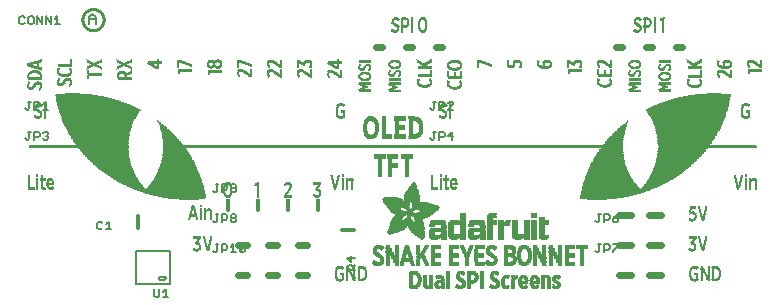
<source format=gbr>
G04 EAGLE Gerber RS-274X export*
G75*
%MOMM*%
%FSLAX34Y34*%
%LPD*%
%INSilkscreen Top*%
%IPPOS*%
%AMOC8*
5,1,8,0,0,1.08239X$1,22.5*%
G01*
%ADD10C,0.127000*%
%ADD11C,0.254000*%
%ADD12C,0.609600*%
%ADD13C,0.152400*%
%ADD14C,0.203200*%
%ADD15C,0.304800*%
%ADD16R,0.169322X0.021166*%
%ADD17R,0.169328X0.021166*%
%ADD18R,0.211656X0.021166*%
%ADD19R,0.190494X0.021166*%
%ADD20R,0.190488X0.021166*%
%ADD21R,0.190491X0.021166*%
%ADD22R,0.486813X0.021169*%
%ADD23R,0.253991X0.021169*%
%ADD24R,0.275153X0.021169*%
%ADD25R,0.275156X0.021169*%
%ADD26R,0.380984X0.021169*%
%ADD27R,0.317488X0.021169*%
%ADD28R,0.338653X0.021169*%
%ADD29R,0.571475X0.021166*%
%ADD30R,0.317488X0.021166*%
%ADD31R,0.275153X0.021166*%
%ADD32R,0.275156X0.021166*%
%ADD33R,0.486813X0.021166*%
%ADD34R,0.402147X0.021166*%
%ADD35R,0.402153X0.021166*%
%ADD36R,0.402150X0.021166*%
%ADD37R,0.423316X0.021166*%
%ADD38R,0.634972X0.021166*%
%ADD39R,0.359819X0.021166*%
%ADD40R,0.380981X0.021166*%
%ADD41R,0.550312X0.021166*%
%ADD42R,0.550309X0.021166*%
%ADD43R,0.465647X0.021166*%
%ADD44R,0.486816X0.021166*%
%ADD45R,0.507981X0.021166*%
%ADD46R,0.677306X0.021166*%
%ADD47R,0.634975X0.021166*%
%ADD48R,0.507978X0.021166*%
%ADD49R,0.571478X0.021166*%
%ADD50R,0.698472X0.021166*%
%ADD51R,0.444481X0.021166*%
%ADD52R,0.592644X0.021166*%
%ADD53R,0.613809X0.021166*%
%ADD54R,0.740803X0.021166*%
%ADD55R,0.465650X0.021166*%
%ADD56R,0.761969X0.021166*%
%ADD57R,0.719638X0.021166*%
%ADD58R,0.592647X0.021166*%
%ADD59R,0.656141X0.021166*%
%ADD60R,0.783134X0.021166*%
%ADD61R,0.783138X0.021166*%
%ADD62R,0.804303X0.021166*%
%ADD63R,0.804300X0.021166*%
%ADD64R,0.825469X0.021166*%
%ADD65R,0.825466X0.021166*%
%ADD66R,0.317491X0.021166*%
%ADD67R,0.846631X0.021166*%
%ADD68R,0.338650X0.021166*%
%ADD69R,0.296325X0.021166*%
%ADD70R,0.296322X0.021166*%
%ADD71R,0.359822X0.021166*%
%ADD72R,0.338656X0.021166*%
%ADD73R,0.148159X0.021166*%
%ADD74R,0.169331X0.021166*%
%ADD75R,0.232825X0.021166*%
%ADD76R,0.423313X0.021166*%
%ADD77R,0.317484X0.021166*%
%ADD78R,0.253991X0.021166*%
%ADD79R,0.253988X0.021166*%
%ADD80R,0.084659X0.021166*%
%ADD81R,0.126997X0.021166*%
%ADD82R,0.338653X0.021166*%
%ADD83R,0.127000X0.021166*%
%ADD84R,0.359816X0.021166*%
%ADD85R,0.296319X0.021166*%
%ADD86R,0.275159X0.021166*%
%ADD87R,0.211659X0.021166*%
%ADD88R,0.042331X0.021166*%
%ADD89R,0.084663X0.021166*%
%ADD90R,0.084666X0.021166*%
%ADD91R,0.148163X0.021166*%
%ADD92R,0.021166X0.021166*%
%ADD93R,0.021169X0.021166*%
%ADD94R,0.063500X0.021166*%
%ADD95R,0.105831X0.021166*%
%ADD96R,0.105828X0.021166*%
%ADD97R,0.042334X0.021166*%
%ADD98R,0.317484X0.021169*%
%ADD99R,0.275159X0.021169*%
%ADD100R,0.084666X0.021169*%
%ADD101R,0.084663X0.021169*%
%ADD102R,0.296322X0.021169*%
%ADD103R,0.021166X0.021169*%
%ADD104R,0.613806X0.021166*%
%ADD105R,0.656138X0.021166*%
%ADD106R,0.380988X0.021166*%
%ADD107R,0.380984X0.021166*%
%ADD108R,0.423319X0.021166*%
%ADD109R,0.444484X0.021166*%
%ADD110R,0.211663X0.021166*%
%ADD111R,0.169325X0.021166*%
%ADD112R,0.465647X0.021169*%
%ADD113R,0.190494X0.021169*%
%ADD114R,0.190491X0.021169*%
%ADD115R,0.804300X0.021169*%
%ADD116R,0.486816X0.021169*%
%ADD117R,0.359816X0.021169*%
%ADD118R,0.529147X0.021166*%
%ADD119R,0.529144X0.021166*%
%ADD120R,0.253994X0.021166*%
%ADD121R,0.232822X0.021166*%
%ADD122R,0.677303X0.021166*%
%ADD123R,0.063497X0.021166*%
%ADD124R,0.126994X0.021166*%
%ADD125R,0.444478X0.021166*%
%ADD126R,0.232819X0.021166*%
%ADD127R,0.126991X0.021166*%
%ADD128R,0.211656X0.021169*%
%ADD129R,0.359819X0.021169*%
%ADD130R,0.296319X0.021169*%
%ADD131R,0.634975X0.021169*%
%ADD132R,0.571478X0.021169*%
%ADD133R,0.211659X0.021169*%
%ADD134R,0.444481X0.021169*%
%ADD135R,0.148166X0.021166*%
%ADD136R,0.211653X0.021166*%
%ADD137R,0.740806X0.021166*%
%ADD138R,0.190497X0.021166*%
%ADD139R,0.740803X0.021169*%
%ADD140R,0.698475X0.021169*%
%ADD141R,0.698472X0.021169*%
%ADD142R,0.592641X0.021166*%
%ADD143R,0.126994X0.021169*%
%ADD144R,0.232828X0.021166*%
%ADD145R,0.910128X0.021166*%
%ADD146R,0.910131X0.021166*%
%ADD147R,0.507984X0.021166*%
%ADD148R,0.719641X0.021169*%
%ADD149R,0.338656X0.021169*%
%ADD150R,0.338650X0.021169*%
%ADD151R,0.910128X0.021169*%
%ADD152R,0.910131X0.021169*%
%ADD153R,0.719634X0.021169*%
%ADD154R,0.846634X0.021169*%
%ADD155R,0.783131X0.021166*%
%ADD156R,0.888966X0.021166*%
%ADD157R,0.825462X0.021166*%
%ADD158R,0.867800X0.021166*%
%ADD159R,0.867797X0.021166*%
%ADD160R,0.931297X0.021166*%
%ADD161R,0.910134X0.021166*%
%ADD162R,0.952463X0.021166*%
%ADD163R,0.931300X0.021166*%
%ADD164R,0.973625X0.021166*%
%ADD165R,0.973628X0.021166*%
%ADD166R,1.883756X0.021166*%
%ADD167R,0.994791X0.021166*%
%ADD168R,0.952466X0.021166*%
%ADD169R,0.952459X0.021166*%
%ADD170R,1.015956X0.021166*%
%ADD171R,0.994794X0.021166*%
%ADD172R,0.444488X0.021166*%
%ADD173R,1.037125X0.021166*%
%ADD174R,1.100622X0.021166*%
%ADD175R,1.079456X0.021166*%
%ADD176R,1.058291X0.021166*%
%ADD177R,0.105825X0.021166*%
%ADD178R,0.063497X0.021169*%
%ADD179R,0.317491X0.021169*%
%ADD180R,0.507981X0.021169*%
%ADD181R,1.058291X0.021169*%
%ADD182R,0.380981X0.021169*%
%ADD183R,1.015959X0.021166*%
%ADD184R,0.931294X0.021166*%
%ADD185R,0.529147X0.021169*%
%ADD186R,0.783138X0.021169*%
%ADD187R,0.825462X0.021169*%
%ADD188R,0.825469X0.021169*%
%ADD189R,0.402150X0.021169*%
%ADD190R,0.825466X0.021169*%
%ADD191R,0.529144X0.021169*%
%ADD192R,0.973625X0.021169*%
%ADD193R,0.846634X0.021166*%
%ADD194R,0.550306X0.021166*%
%ADD195R,0.698469X0.021166*%
%ADD196R,0.402153X0.021169*%
%ADD197R,0.634972X0.021169*%
%ADD198R,0.021163X0.021166*%
%ADD199R,0.063494X0.021166*%
%ADD200R,0.148156X0.021166*%
%ADD201R,0.888962X0.021166*%
%ADD202R,0.232822X0.021169*%
%ADD203R,0.867800X0.021169*%
%ADD204R,0.888962X0.021169*%
%ADD205R,0.888966X0.021169*%
%ADD206R,0.867797X0.021169*%
%ADD207R,0.994791X0.021169*%
%ADD208R,0.994794X0.021169*%
%ADD209R,0.465650X0.021169*%
%ADD210R,0.232825X0.021169*%
%ADD211R,0.253988X0.021169*%
%ADD212R,0.190497X0.021169*%
%ADD213R,0.761972X0.021166*%
%ADD214R,0.888969X0.021166*%
%ADD215R,1.439278X0.021166*%
%ADD216R,1.460444X0.021166*%
%ADD217R,1.460441X0.021166*%
%ADD218R,0.613809X0.021169*%
%ADD219R,0.592641X0.021169*%
%ADD220R,1.460444X0.021169*%
%ADD221R,1.460441X0.021169*%
%ADD222R,1.481612X0.021166*%
%ADD223R,1.481606X0.021166*%
%ADD224R,1.481609X0.021166*%
%ADD225R,1.502778X0.021166*%
%ADD226R,0.486819X0.021166*%
%ADD227R,0.465653X0.021166*%
%ADD228R,0.677306X0.021169*%
%ADD229R,0.486819X0.021169*%
%ADD230R,1.121788X0.021166*%
%ADD231R,1.142953X0.021166*%
%ADD232R,1.164119X0.021166*%
%ADD233R,0.677309X0.021166*%
%ADD234R,1.058288X0.021166*%
%ADD235R,1.185284X0.021166*%
%ADD236R,1.206450X0.021166*%
%ADD237R,1.142956X0.021166*%
%ADD238R,1.227616X0.021166*%
%ADD239R,1.185288X0.021166*%
%ADD240R,1.248781X0.021166*%
%ADD241R,1.227619X0.021166*%
%ADD242R,1.269950X0.021166*%
%ADD243R,1.269947X0.021166*%
%ADD244R,1.418109X0.021166*%
%ADD245R,1.418113X0.021166*%
%ADD246R,1.291116X0.021166*%
%ADD247R,1.396944X0.021166*%
%ADD248R,1.312281X0.021166*%
%ADD249R,1.354612X0.021166*%
%ADD250R,1.375778X0.021166*%
%ADD251R,1.375778X0.021169*%
%ADD252R,1.333447X0.021169*%
%ADD253R,1.312281X0.021169*%
%ADD254R,0.465653X0.021169*%
%ADD255R,1.312278X0.021169*%
%ADD256R,1.333447X0.021166*%
%ADD257R,1.396947X0.021166*%
%ADD258R,1.460438X0.021166*%
%ADD259R,1.481603X0.021166*%
%ADD260R,1.502769X0.021166*%
%ADD261R,2.899716X0.021169*%
%ADD262R,0.592644X0.021169*%
%ADD263R,1.037125X0.021169*%
%ADD264R,2.878550X0.021166*%
%ADD265R,2.836219X0.021166*%
%ADD266R,2.815053X0.021166*%
%ADD267R,2.793888X0.021166*%
%ADD268R,2.772722X0.021166*%
%ADD269R,1.926088X0.021166*%
%ADD270R,1.841425X0.021166*%
%ADD271R,1.820259X0.021166*%
%ADD272R,1.799094X0.021166*%
%ADD273R,1.756763X0.021169*%
%ADD274R,1.142953X0.021169*%
%ADD275R,1.756763X0.021166*%
%ADD276R,0.613812X0.021166*%
%ADD277R,1.058294X0.021166*%
%ADD278R,1.248784X0.021166*%
%ADD279R,0.740806X0.021169*%
%ADD280R,1.396947X0.021169*%
%ADD281R,0.783134X0.021169*%
%ADD282R,0.719641X0.021166*%
%ADD283R,0.698475X0.021166*%
%ADD284R,1.502775X0.021166*%
%ADD285R,1.545106X0.021166*%
%ADD286R,1.608603X0.021166*%
%ADD287R,1.672100X0.021166*%
%ADD288R,2.031922X0.021166*%
%ADD289R,2.074253X0.021166*%
%ADD290R,2.899716X0.021166*%
%ADD291R,3.153706X0.021166*%
%ADD292R,0.656144X0.021166*%
%ADD293R,3.259534X0.021166*%
%ADD294R,3.344203X0.021166*%
%ADD295R,3.407697X0.021166*%
%ADD296R,3.471194X0.021166*%
%ADD297R,1.523938X0.021166*%
%ADD298R,1.777928X0.021166*%
%ADD299R,1.439272X0.021166*%
%ADD300R,0.169328X0.021169*%
%ADD301R,1.777928X0.021169*%
%ADD302R,1.396944X0.021169*%
%ADD303R,1.037128X0.021166*%
%ADD304R,1.714431X0.021166*%
%ADD305R,2.751556X0.021166*%
%ADD306R,2.391738X0.021166*%
%ADD307R,2.370572X0.021166*%
%ADD308R,1.015956X0.021169*%
%ADD309R,2.349406X0.021169*%
%ADD310R,1.037122X0.021166*%
%ADD311R,2.349406X0.021166*%
%ADD312R,2.328241X0.021166*%
%ADD313R,1.100619X0.021166*%
%ADD314R,1.841428X0.021166*%
%ADD315R,2.307075X0.021166*%
%ADD316R,2.285909X0.021166*%
%ADD317R,1.883759X0.021166*%
%ADD318R,2.264744X0.021166*%
%ADD319R,1.904925X0.021166*%
%ADD320R,2.243578X0.021166*%
%ADD321R,1.926091X0.021166*%
%ADD322R,2.180081X0.021166*%
%ADD323R,2.137750X0.021166*%
%ADD324R,1.947256X0.021166*%
%ADD325R,2.074250X0.021166*%
%ADD326R,1.968422X0.021166*%
%ADD327R,2.010753X0.021166*%
%ADD328R,1.989584X0.021166*%
%ADD329R,2.031919X0.021166*%
%ADD330R,2.053088X0.021169*%
%ADD331R,1.735597X0.021169*%
%ADD332R,2.053088X0.021166*%
%ADD333R,2.095419X0.021166*%
%ADD334R,2.116584X0.021166*%
%ADD335R,2.158916X0.021166*%
%ADD336R,2.201247X0.021166*%
%ADD337R,2.222412X0.021166*%
%ADD338R,3.026713X0.021166*%
%ADD339R,3.069044X0.021166*%
%ADD340R,1.735597X0.021166*%
%ADD341R,1.714431X0.021169*%
%ADD342R,1.354612X0.021169*%
%ADD343R,1.693266X0.021166*%
%ADD344R,1.650934X0.021166*%
%ADD345R,1.375775X0.021166*%
%ADD346R,1.566269X0.021166*%
%ADD347R,2.730394X0.021166*%
%ADD348R,2.730391X0.021166*%
%ADD349R,2.963216X0.021166*%
%ADD350R,2.984381X0.021166*%
%ADD351R,3.132544X0.021166*%
%ADD352R,3.132541X0.021166*%
%ADD353R,3.280703X0.021166*%
%ADD354R,1.164122X0.021166*%
%ADD355R,3.534694X0.021166*%
%ADD356R,3.661688X0.021166*%
%ADD357R,3.788681X0.021166*%
%ADD358R,3.767516X0.021166*%
%ADD359R,3.873350X0.021166*%
%ADD360R,3.894513X0.021166*%
%ADD361R,3.979175X0.021169*%
%ADD362R,0.656141X0.021169*%
%ADD363R,4.063837X0.021166*%
%ADD364R,4.169669X0.021166*%
%ADD365R,4.169666X0.021166*%
%ADD366R,4.254331X0.021166*%
%ADD367R,4.254328X0.021166*%
%ADD368R,4.360159X0.021166*%
%ADD369R,4.338994X0.021166*%
%ADD370R,4.423659X0.021166*%
%ADD371R,4.444822X0.021166*%
%ADD372R,4.508322X0.021166*%
%ADD373R,4.592984X0.021166*%
%ADD374R,4.571819X0.021166*%
%ADD375R,4.656481X0.021166*%
%ADD376R,4.741144X0.021166*%
%ADD377R,4.825809X0.021166*%
%ADD378R,1.206453X0.021166*%
%ADD379R,4.804641X0.021166*%
%ADD380R,4.868138X0.021166*%
%ADD381R,4.889303X0.021166*%
%ADD382R,4.931634X0.021166*%
%ADD383R,4.931637X0.021166*%
%ADD384R,5.016297X0.021166*%
%ADD385R,5.016300X0.021166*%
%ADD386R,5.079794X0.021166*%
%ADD387R,5.079797X0.021166*%
%ADD388R,5.143294X0.021166*%
%ADD389R,5.185625X0.021169*%
%ADD390R,1.100622X0.021169*%
%ADD391R,5.206794X0.021169*%
%ADD392R,5.249125X0.021166*%
%ADD393R,5.249122X0.021166*%
%ADD394R,5.333784X0.021166*%
%ADD395R,5.312622X0.021166*%
%ADD396R,5.376116X0.021166*%
%ADD397R,1.015963X0.021166*%
%ADD398R,5.439616X0.021166*%
%ADD399R,5.481947X0.021166*%
%ADD400R,0.973631X0.021166*%
%ADD401R,5.503116X0.021166*%
%ADD402R,5.545444X0.021166*%
%ADD403R,5.608941X0.021166*%
%ADD404R,5.672438X0.021166*%
%ADD405R,5.651272X0.021166*%
%ADD406R,5.714769X0.021166*%
%ADD407R,5.757103X0.021166*%
%ADD408R,0.867803X0.021166*%
%ADD409R,0.846638X0.021166*%
%ADD410R,4.910469X0.021166*%
%ADD411R,0.253984X0.021166*%
%ADD412R,4.846972X0.021166*%
%ADD413R,4.825806X0.021166*%
%ADD414R,1.015959X0.021169*%
%ADD415R,4.825806X0.021169*%
%ADD416R,0.507978X0.021169*%
%ADD417R,4.804641X0.021169*%
%ADD418R,4.783475X0.021166*%
%ADD419R,4.783472X0.021166*%
%ADD420R,1.100625X0.021166*%
%ADD421R,4.741141X0.021166*%
%ADD422R,1.121784X0.021166*%
%ADD423R,4.719975X0.021166*%
%ADD424R,4.698809X0.021166*%
%ADD425R,4.698812X0.021166*%
%ADD426R,4.677644X0.021166*%
%ADD427R,4.635313X0.021166*%
%ADD428R,1.248788X0.021166*%
%ADD429R,4.614144X0.021166*%
%ADD430R,4.614147X0.021166*%
%ADD431R,1.291113X0.021166*%
%ADD432R,4.571813X0.021166*%
%ADD433R,4.592981X0.021166*%
%ADD434R,4.550650X0.021166*%
%ADD435R,4.550647X0.021166*%
%ADD436R,1.354616X0.021166*%
%ADD437R,1.375781X0.021166*%
%ADD438R,4.529481X0.021166*%
%ADD439R,4.529484X0.021166*%
%ADD440R,4.508316X0.021166*%
%ADD441R,4.487153X0.021166*%
%ADD442R,4.465987X0.021166*%
%ADD443R,1.481609X0.021169*%
%ADD444R,4.444822X0.021169*%
%ADD445R,0.359822X0.021169*%
%ADD446R,0.613806X0.021169*%
%ADD447R,4.444819X0.021169*%
%ADD448R,1.481612X0.021169*%
%ADD449R,0.169325X0.021169*%
%ADD450R,1.502772X0.021166*%
%ADD451R,4.423656X0.021166*%
%ADD452R,4.402491X0.021166*%
%ADD453R,1.523941X0.021166*%
%ADD454R,4.381325X0.021166*%
%ADD455R,4.381322X0.021166*%
%ADD456R,1.566272X0.021166*%
%ADD457R,1.587434X0.021166*%
%ADD458R,4.360163X0.021166*%
%ADD459R,1.587438X0.021166*%
%ADD460R,1.608600X0.021166*%
%ADD461R,4.338997X0.021166*%
%ADD462R,1.629769X0.021166*%
%ADD463R,4.317828X0.021166*%
%ADD464R,1.629766X0.021166*%
%ADD465R,4.296663X0.021166*%
%ADD466R,4.275497X0.021166*%
%ADD467R,4.254334X0.021166*%
%ADD468R,4.233166X0.021166*%
%ADD469R,4.233169X0.021166*%
%ADD470R,1.756759X0.021166*%
%ADD471R,4.212000X0.021166*%
%ADD472R,4.212003X0.021166*%
%ADD473R,4.190834X0.021166*%
%ADD474R,4.148503X0.021166*%
%ADD475R,1.862594X0.021166*%
%ADD476R,4.127338X0.021166*%
%ADD477R,0.444484X0.021169*%
%ADD478R,1.862594X0.021169*%
%ADD479R,4.106169X0.021169*%
%ADD480R,1.883756X0.021169*%
%ADD481R,4.085003X0.021166*%
%ADD482R,1.904922X0.021166*%
%ADD483R,4.042672X0.021166*%
%ADD484R,1.968419X0.021166*%
%ADD485R,4.021506X0.021166*%
%ADD486R,1.989588X0.021166*%
%ADD487R,1.989591X0.021166*%
%ADD488R,2.010756X0.021166*%
%ADD489R,3.979175X0.021166*%
%ADD490R,3.958009X0.021166*%
%ADD491R,3.936841X0.021166*%
%ADD492R,3.915675X0.021166*%
%ADD493R,2.137747X0.021166*%
%ADD494R,3.873344X0.021166*%
%ADD495R,3.852178X0.021166*%
%ADD496R,2.180078X0.021166*%
%ADD497R,3.809847X0.021166*%
%ADD498R,3.831016X0.021166*%
%ADD499R,2.201241X0.021166*%
%ADD500R,2.222406X0.021166*%
%ADD501R,2.222406X0.021169*%
%ADD502R,3.788681X0.021169*%
%ADD503R,0.190488X0.021169*%
%ADD504R,3.788678X0.021169*%
%ADD505R,2.222412X0.021169*%
%ADD506R,2.243575X0.021166*%
%ADD507R,3.767513X0.021166*%
%ADD508R,2.264741X0.021166*%
%ADD509R,3.746347X0.021166*%
%ADD510R,3.746350X0.021166*%
%ADD511R,3.704016X0.021166*%
%ADD512R,2.307078X0.021166*%
%ADD513R,3.682853X0.021166*%
%ADD514R,2.349403X0.021166*%
%ADD515R,2.370575X0.021166*%
%ADD516R,3.640519X0.021166*%
%ADD517R,3.640522X0.021166*%
%ADD518R,2.391741X0.021166*%
%ADD519R,2.412903X0.021166*%
%ADD520R,3.619356X0.021166*%
%ADD521R,3.598188X0.021166*%
%ADD522R,2.434069X0.021166*%
%ADD523R,2.455234X0.021166*%
%ADD524R,2.455237X0.021166*%
%ADD525R,2.476403X0.021166*%
%ADD526R,3.555856X0.021166*%
%ADD527R,2.476397X0.021166*%
%ADD528R,2.476400X0.021166*%
%ADD529R,2.518731X0.021166*%
%ADD530R,3.513525X0.021166*%
%ADD531R,2.518734X0.021166*%
%ADD532R,2.518738X0.021166*%
%ADD533R,2.561069X0.021169*%
%ADD534R,3.492359X0.021169*%
%ADD535R,3.492356X0.021169*%
%ADD536R,2.539903X0.021169*%
%ADD537R,2.561069X0.021166*%
%ADD538R,3.471191X0.021166*%
%ADD539R,2.561066X0.021166*%
%ADD540R,2.582231X0.021166*%
%ADD541R,3.450028X0.021166*%
%ADD542R,2.582228X0.021166*%
%ADD543R,2.603397X0.021166*%
%ADD544R,3.428863X0.021166*%
%ADD545R,2.624559X0.021166*%
%ADD546R,2.624563X0.021166*%
%ADD547R,3.386531X0.021166*%
%ADD548R,2.645725X0.021166*%
%ADD549R,2.666897X0.021166*%
%ADD550R,3.365366X0.021166*%
%ADD551R,2.666891X0.021166*%
%ADD552R,2.688059X0.021166*%
%ADD553R,3.344200X0.021166*%
%ADD554R,2.688056X0.021166*%
%ADD555R,3.323034X0.021166*%
%ADD556R,2.709225X0.021166*%
%ADD557R,3.301869X0.021166*%
%ADD558R,2.772725X0.021166*%
%ADD559R,3.259537X0.021166*%
%ADD560R,2.793891X0.021166*%
%ADD561R,3.238372X0.021166*%
%ADD562R,2.815056X0.021166*%
%ADD563R,3.217206X0.021166*%
%ADD564R,2.836222X0.021166*%
%ADD565R,2.836219X0.021169*%
%ADD566R,3.217206X0.021169*%
%ADD567R,3.196041X0.021169*%
%ADD568R,3.174872X0.021166*%
%ADD569R,3.174875X0.021166*%
%ADD570R,2.920881X0.021166*%
%ADD571R,2.942047X0.021166*%
%ADD572R,3.111378X0.021166*%
%ADD573R,3.090209X0.021166*%
%ADD574R,2.963213X0.021166*%
%ADD575R,2.984378X0.021166*%
%ADD576R,3.005547X0.021166*%
%ADD577R,3.047878X0.021166*%
%ADD578R,3.005544X0.021166*%
%ADD579R,3.047881X0.021166*%
%ADD580R,3.069047X0.021166*%
%ADD581R,3.069041X0.021166*%
%ADD582R,2.963219X0.021166*%
%ADD583R,3.090206X0.021166*%
%ADD584R,3.111375X0.021166*%
%ADD585R,2.942050X0.021166*%
%ADD586R,3.132541X0.021169*%
%ADD587R,2.920884X0.021169*%
%ADD588R,3.132538X0.021169*%
%ADD589R,3.132538X0.021166*%
%ADD590R,2.920884X0.021166*%
%ADD591R,3.196034X0.021166*%
%ADD592R,3.196041X0.021166*%
%ADD593R,2.857384X0.021166*%
%ADD594R,3.217203X0.021166*%
%ADD595R,3.259541X0.021166*%
%ADD596R,3.280706X0.021166*%
%ADD597R,2.751559X0.021166*%
%ADD598R,3.301872X0.021166*%
%ADD599R,3.323038X0.021166*%
%ADD600R,3.407700X0.021166*%
%ADD601R,2.666894X0.021166*%
%ADD602R,3.407697X0.021169*%
%ADD603R,2.666891X0.021169*%
%ADD604R,2.666894X0.021169*%
%ADD605R,3.386531X0.021169*%
%ADD606R,2.603394X0.021166*%
%ADD607R,3.471197X0.021166*%
%ADD608R,3.450031X0.021166*%
%ADD609R,3.492363X0.021166*%
%ADD610R,3.513528X0.021166*%
%ADD611R,2.561063X0.021166*%
%ADD612R,2.539897X0.021166*%
%ADD613R,3.492359X0.021166*%
%ADD614R,3.555859X0.021166*%
%ADD615R,3.534691X0.021166*%
%ADD616R,2.497566X0.021166*%
%ADD617R,3.577022X0.021166*%
%ADD618R,3.577028X0.021166*%
%ADD619R,3.598191X0.021166*%
%ADD620R,3.619353X0.021166*%
%ADD621R,3.619359X0.021166*%
%ADD622R,3.640525X0.021166*%
%ADD623R,3.661691X0.021166*%
%ADD624R,3.661684X0.021169*%
%ADD625R,2.391738X0.021169*%
%ADD626R,1.058294X0.021169*%
%ADD627R,0.931297X0.021169*%
%ADD628R,3.661688X0.021169*%
%ADD629R,3.682850X0.021166*%
%ADD630R,3.704019X0.021166*%
%ADD631R,3.725181X0.021166*%
%ADD632R,2.328238X0.021166*%
%ADD633R,3.725184X0.021166*%
%ADD634R,2.307072X0.021166*%
%ADD635R,3.767519X0.021166*%
%ADD636R,2.285906X0.021166*%
%ADD637R,3.788684X0.021166*%
%ADD638R,3.809850X0.021166*%
%ADD639R,3.831013X0.021166*%
%ADD640R,2.201244X0.021166*%
%ADD641R,3.852181X0.021166*%
%ADD642R,3.873347X0.021166*%
%ADD643R,2.158913X0.021166*%
%ADD644R,3.915678X0.021166*%
%ADD645R,3.936841X0.021169*%
%ADD646R,2.137747X0.021169*%
%ADD647R,2.137750X0.021169*%
%ADD648R,3.915678X0.021169*%
%ADD649R,2.116581X0.021166*%
%ADD650R,3.958006X0.021166*%
%ADD651R,2.095416X0.021166*%
%ADD652R,3.979172X0.021166*%
%ADD653R,4.000338X0.021166*%
%ADD654R,2.053084X0.021166*%
%ADD655R,4.000341X0.021166*%
%ADD656R,4.021503X0.021166*%
%ADD657R,2.010750X0.021166*%
%ADD658R,4.085006X0.021166*%
%ADD659R,4.106169X0.021166*%
%ADD660R,4.127334X0.021166*%
%ADD661R,1.947253X0.021166*%
%ADD662R,4.148500X0.021166*%
%ADD663R,4.190831X0.021169*%
%ADD664R,1.883759X0.021169*%
%ADD665R,4.190834X0.021169*%
%ADD666R,4.211997X0.021166*%
%ADD667R,8.360497X0.021166*%
%ADD668R,38.923944X0.021166*%
%ADD669R,8.318169X0.021166*%
%ADD670R,8.381663X0.021166*%
%ADD671R,8.339334X0.021166*%
%ADD672R,8.402828X0.021166*%
%ADD673R,8.360500X0.021166*%
%ADD674R,8.381666X0.021166*%
%ADD675R,8.423997X0.021166*%
%ADD676R,8.318166X0.021166*%
%ADD677R,8.297003X0.021166*%
%ADD678R,1.650931X0.021166*%
%ADD679R,4.402494X0.021166*%
%ADD680R,4.444825X0.021169*%
%ADD681R,1.629769X0.021169*%
%ADD682R,4.444825X0.021166*%
%ADD683R,4.487156X0.021166*%
%ADD684R,4.508319X0.021166*%
%ADD685R,1.566275X0.021166*%
%ADD686R,1.545109X0.021166*%
%ADD687R,4.529488X0.021166*%
%ADD688R,4.571816X0.021166*%
%ADD689R,4.614150X0.021166*%
%ADD690R,1.439275X0.021166*%
%ADD691R,4.656478X0.021166*%
%ADD692R,1.418106X0.021166*%
%ADD693R,1.396941X0.021166*%
%ADD694R,4.698809X0.021169*%
%ADD695R,4.719978X0.021169*%
%ADD696R,4.719978X0.021166*%
%ADD697R,4.762309X0.021166*%
%ADD698R,4.783478X0.021166*%
%ADD699R,4.804644X0.021166*%
%ADD700R,4.846975X0.021166*%
%ADD701R,4.868141X0.021166*%
%ADD702R,4.889306X0.021166*%
%ADD703R,1.164116X0.021166*%
%ADD704R,4.910472X0.021166*%
%ADD705R,1.142950X0.021166*%
%ADD706R,4.952800X0.021169*%
%ADD707R,0.952463X0.021169*%
%ADD708R,4.973972X0.021169*%
%ADD709R,4.973966X0.021166*%
%ADD710R,4.973972X0.021166*%
%ADD711R,4.995131X0.021166*%
%ADD712R,4.995138X0.021166*%
%ADD713R,5.016303X0.021166*%
%ADD714R,5.037466X0.021166*%
%ADD715R,1.079459X0.021166*%
%ADD716R,5.058631X0.021166*%
%ADD717R,5.058634X0.021166*%
%ADD718R,5.100963X0.021166*%
%ADD719R,5.122128X0.021166*%
%ADD720R,5.143297X0.021166*%
%ADD721R,5.164462X0.021166*%
%ADD722R,5.185628X0.021166*%
%ADD723R,5.206794X0.021166*%
%ADD724R,5.206791X0.021166*%
%ADD725R,5.227959X0.021169*%
%ADD726R,5.249128X0.021166*%
%ADD727R,5.227959X0.021166*%
%ADD728R,5.270291X0.021166*%
%ADD729R,5.291459X0.021166*%
%ADD730R,5.291456X0.021166*%
%ADD731R,0.740800X0.021166*%
%ADD732R,5.333791X0.021166*%
%ADD733R,0.719634X0.021166*%
%ADD734R,5.354953X0.021166*%
%ADD735R,5.354956X0.021166*%
%ADD736R,5.376119X0.021166*%
%ADD737R,5.418447X0.021166*%
%ADD738R,5.418453X0.021166*%
%ADD739R,5.439612X0.021166*%
%ADD740R,5.460778X0.021166*%
%ADD741R,5.481947X0.021169*%
%ADD742R,0.550309X0.021169*%
%ADD743R,5.503113X0.021166*%
%ADD744R,5.524275X0.021166*%
%ADD745R,5.524278X0.021166*%
%ADD746R,5.566609X0.021166*%
%ADD747R,5.587778X0.021166*%
%ADD748R,5.587775X0.021166*%
%ADD749R,5.630106X0.021166*%
%ADD750R,5.693606X0.021166*%
%ADD751R,5.693603X0.021166*%
%ADD752R,5.735938X0.021166*%
%ADD753R,5.735934X0.021166*%
%ADD754R,5.778269X0.021169*%
%ADD755R,5.778272X0.021169*%
%ADD756R,5.778269X0.021166*%
%ADD757R,5.778272X0.021166*%
%ADD758R,5.799434X0.021166*%
%ADD759R,5.820603X0.021166*%
%ADD760R,5.820600X0.021166*%
%ADD761R,5.841769X0.021166*%
%ADD762R,5.862938X0.021166*%
%ADD763R,5.862934X0.021166*%
%ADD764R,5.884100X0.021166*%
%ADD765R,5.905266X0.021166*%
%ADD766R,5.926431X0.021166*%
%ADD767R,5.947597X0.021166*%
%ADD768R,5.968766X0.021166*%
%ADD769R,5.968763X0.021166*%
%ADD770R,5.989931X0.021166*%
%ADD771R,5.989928X0.021166*%
%ADD772R,6.011094X0.021166*%
%ADD773R,0.042328X0.021166*%
%ADD774R,6.032259X0.021166*%
%ADD775R,6.032262X0.021166*%
%ADD776R,6.074588X0.021169*%
%ADD777R,1.100625X0.021169*%
%ADD778R,1.079459X0.021169*%
%ADD779R,6.074591X0.021169*%
%ADD780R,6.074588X0.021166*%
%ADD781R,6.074591X0.021166*%
%ADD782R,6.095753X0.021166*%
%ADD783R,6.095759X0.021166*%
%ADD784R,6.116922X0.021166*%
%ADD785R,6.138084X0.021166*%
%ADD786R,6.159253X0.021166*%
%ADD787R,6.180422X0.021166*%
%ADD788R,6.201584X0.021166*%
%ADD789R,6.222747X0.021166*%
%ADD790R,6.222750X0.021166*%
%ADD791R,6.265081X0.021166*%
%ADD792R,6.265084X0.021166*%
%ADD793R,0.550316X0.021166*%
%ADD794R,6.286247X0.021166*%
%ADD795R,6.307416X0.021166*%
%ADD796R,6.307409X0.021166*%
%ADD797R,6.328578X0.021166*%
%ADD798R,6.370909X0.021169*%
%ADD799R,6.370909X0.021166*%
%ADD800R,6.413244X0.021166*%
%ADD801R,6.392078X0.021166*%
%ADD802R,6.434409X0.021166*%
%ADD803R,6.476744X0.021166*%
%ADD804R,6.455575X0.021166*%
%ADD805R,6.476741X0.021166*%
%ADD806R,6.497909X0.021166*%
%ADD807R,6.497906X0.021166*%
%ADD808R,6.519075X0.021166*%
%ADD809R,6.540241X0.021166*%
%ADD810R,6.561403X0.021166*%
%ADD811R,6.582569X0.021166*%
%ADD812R,6.603738X0.021166*%
%ADD813R,6.624903X0.021166*%
%ADD814R,6.646069X0.021166*%
%ADD815R,6.667234X0.021166*%
%ADD816R,6.667231X0.021166*%
%ADD817R,6.688400X0.021169*%
%ADD818R,6.688397X0.021169*%
%ADD819R,6.709569X0.021166*%
%ADD820R,6.688397X0.021166*%
%ADD821R,6.730734X0.021166*%
%ADD822R,6.730731X0.021166*%
%ADD823R,6.751897X0.021166*%
%ADD824R,6.794228X0.021166*%
%ADD825R,6.794225X0.021166*%
%ADD826R,6.815394X0.021166*%
%ADD827R,6.815391X0.021166*%
%ADD828R,6.836556X0.021166*%
%ADD829R,6.857725X0.021166*%
%ADD830R,6.878891X0.021166*%
%ADD831R,6.794231X0.021166*%
%ADD832R,6.751900X0.021166*%
%ADD833R,6.709566X0.021166*%
%ADD834R,6.688400X0.021166*%
%ADD835R,6.667238X0.021166*%
%ADD836R,6.646069X0.021169*%
%ADD837R,6.603734X0.021166*%
%ADD838R,6.561400X0.021166*%
%ADD839R,6.561406X0.021166*%
%ADD840R,6.540237X0.021166*%
%ADD841R,6.455578X0.021166*%
%ADD842R,6.413247X0.021166*%
%ADD843R,6.370913X0.021166*%
%ADD844R,6.328581X0.021166*%
%ADD845R,6.243916X0.021166*%
%ADD846R,6.201588X0.021166*%
%ADD847R,6.159256X0.021166*%
%ADD848R,6.116925X0.021166*%
%ADD849R,6.053425X0.021166*%
%ADD850R,6.053428X0.021166*%
%ADD851R,6.032256X0.021166*%
%ADD852R,0.529150X0.021166*%
%ADD853R,5.968759X0.021169*%
%ADD854R,5.926425X0.021166*%
%ADD855R,5.926428X0.021166*%
%ADD856R,5.862931X0.021166*%
%ADD857R,5.841766X0.021166*%
%ADD858R,5.608944X0.021166*%
%ADD859R,5.566613X0.021166*%
%ADD860R,5.460784X0.021166*%
%ADD861R,5.397284X0.021166*%
%ADD862R,5.291453X0.021166*%
%ADD863R,5.227956X0.021166*%
%ADD864R,5.164459X0.021166*%
%ADD865R,5.079797X0.021169*%
%ADD866R,5.100963X0.021169*%
%ADD867R,4.973969X0.021166*%
%ADD868R,4.677647X0.021166*%
%ADD869R,3.915681X0.021166*%
%ADD870R,3.809850X0.021169*%
%ADD871R,3.577025X0.021166*%
%ADD872R,3.323031X0.021166*%
%ADD873R,3.026709X0.021166*%
%ADD874R,2.836225X0.021166*%
%ADD875R,1.269944X0.021166*%
%ADD876R,0.380988X0.021169*%
%ADD877R,0.465644X0.021166*%
%ADD878R,0.550312X0.021169*%
%ADD879R,0.253984X0.021169*%
%ADD880R,0.571481X0.021166*%
%ADD881R,0.148156X0.021169*%
%ADD882R,0.148163X0.021169*%
%ADD883R,0.148159X0.021169*%
%ADD884R,0.126991X0.021169*%
%ADD885R,1.227619X0.021169*%
%ADD886R,1.227616X0.021169*%
%ADD887R,0.994797X0.021166*%
%ADD888R,0.825472X0.021166*%
%ADD889R,0.973628X0.021169*%
%ADD890R,0.169322X0.021169*%
%ADD891R,1.227622X0.021169*%
%ADD892R,0.719638X0.021169*%
%ADD893R,0.169331X0.021169*%
%ADD894R,1.227622X0.021166*%
%ADD895R,0.507975X0.021166*%
%ADD896R,0.486809X0.021166*%
%ADD897R,0.634978X0.021166*%
%ADD898R,0.529141X0.021166*%
%ADD899R,0.042331X0.021169*%
%ADD900R,0.846628X0.021166*%
%ADD901R,0.063500X0.021169*%
%ADD902R,0.105828X0.021169*%
%ADD903R,0.211663X0.021169*%
%ADD904R,0.105831X0.021169*%


D10*
X66125Y231140D02*
X66125Y237072D01*
X69091Y240038D01*
X72057Y237072D01*
X72057Y231140D01*
X72057Y235589D02*
X66125Y235589D01*
D11*
X60870Y234950D02*
X60873Y235170D01*
X60881Y235391D01*
X60894Y235611D01*
X60913Y235830D01*
X60938Y236049D01*
X60967Y236268D01*
X61002Y236485D01*
X61043Y236702D01*
X61088Y236918D01*
X61139Y237132D01*
X61195Y237345D01*
X61257Y237557D01*
X61323Y237767D01*
X61395Y237975D01*
X61472Y238182D01*
X61554Y238386D01*
X61640Y238589D01*
X61732Y238789D01*
X61829Y238988D01*
X61930Y239183D01*
X62037Y239376D01*
X62148Y239567D01*
X62263Y239754D01*
X62383Y239939D01*
X62508Y240121D01*
X62637Y240299D01*
X62771Y240475D01*
X62908Y240647D01*
X63050Y240815D01*
X63196Y240981D01*
X63346Y241142D01*
X63500Y241300D01*
X63658Y241454D01*
X63819Y241604D01*
X63985Y241750D01*
X64153Y241892D01*
X64325Y242029D01*
X64501Y242163D01*
X64679Y242292D01*
X64861Y242417D01*
X65046Y242537D01*
X65233Y242652D01*
X65424Y242763D01*
X65617Y242870D01*
X65812Y242971D01*
X66011Y243068D01*
X66211Y243160D01*
X66414Y243246D01*
X66618Y243328D01*
X66825Y243405D01*
X67033Y243477D01*
X67243Y243543D01*
X67455Y243605D01*
X67668Y243661D01*
X67882Y243712D01*
X68098Y243757D01*
X68315Y243798D01*
X68532Y243833D01*
X68751Y243862D01*
X68970Y243887D01*
X69189Y243906D01*
X69409Y243919D01*
X69630Y243927D01*
X69850Y243930D01*
X70070Y243927D01*
X70291Y243919D01*
X70511Y243906D01*
X70730Y243887D01*
X70949Y243862D01*
X71168Y243833D01*
X71385Y243798D01*
X71602Y243757D01*
X71818Y243712D01*
X72032Y243661D01*
X72245Y243605D01*
X72457Y243543D01*
X72667Y243477D01*
X72875Y243405D01*
X73082Y243328D01*
X73286Y243246D01*
X73489Y243160D01*
X73689Y243068D01*
X73888Y242971D01*
X74083Y242870D01*
X74276Y242763D01*
X74467Y242652D01*
X74654Y242537D01*
X74839Y242417D01*
X75021Y242292D01*
X75199Y242163D01*
X75375Y242029D01*
X75547Y241892D01*
X75715Y241750D01*
X75881Y241604D01*
X76042Y241454D01*
X76200Y241300D01*
X76354Y241142D01*
X76504Y240981D01*
X76650Y240815D01*
X76792Y240647D01*
X76929Y240475D01*
X77063Y240299D01*
X77192Y240121D01*
X77317Y239939D01*
X77437Y239754D01*
X77552Y239567D01*
X77663Y239376D01*
X77770Y239183D01*
X77871Y238988D01*
X77968Y238789D01*
X78060Y238589D01*
X78146Y238386D01*
X78228Y238182D01*
X78305Y237975D01*
X78377Y237767D01*
X78443Y237557D01*
X78505Y237345D01*
X78561Y237132D01*
X78612Y236918D01*
X78657Y236702D01*
X78698Y236485D01*
X78733Y236268D01*
X78762Y236049D01*
X78787Y235830D01*
X78806Y235611D01*
X78819Y235391D01*
X78827Y235170D01*
X78830Y234950D01*
X78827Y234730D01*
X78819Y234509D01*
X78806Y234289D01*
X78787Y234070D01*
X78762Y233851D01*
X78733Y233632D01*
X78698Y233415D01*
X78657Y233198D01*
X78612Y232982D01*
X78561Y232768D01*
X78505Y232555D01*
X78443Y232343D01*
X78377Y232133D01*
X78305Y231925D01*
X78228Y231718D01*
X78146Y231514D01*
X78060Y231311D01*
X77968Y231111D01*
X77871Y230912D01*
X77770Y230717D01*
X77663Y230524D01*
X77552Y230333D01*
X77437Y230146D01*
X77317Y229961D01*
X77192Y229779D01*
X77063Y229601D01*
X76929Y229425D01*
X76792Y229253D01*
X76650Y229085D01*
X76504Y228919D01*
X76354Y228758D01*
X76200Y228600D01*
X76042Y228446D01*
X75881Y228296D01*
X75715Y228150D01*
X75547Y228008D01*
X75375Y227871D01*
X75199Y227737D01*
X75021Y227608D01*
X74839Y227483D01*
X74654Y227363D01*
X74467Y227248D01*
X74276Y227137D01*
X74083Y227030D01*
X73888Y226929D01*
X73689Y226832D01*
X73489Y226740D01*
X73286Y226654D01*
X73082Y226572D01*
X72875Y226495D01*
X72667Y226423D01*
X72457Y226357D01*
X72245Y226295D01*
X72032Y226239D01*
X71818Y226188D01*
X71602Y226143D01*
X71385Y226102D01*
X71168Y226067D01*
X70949Y226038D01*
X70730Y226013D01*
X70511Y225994D01*
X70291Y225981D01*
X70070Y225973D01*
X69850Y225970D01*
X69630Y225973D01*
X69409Y225981D01*
X69189Y225994D01*
X68970Y226013D01*
X68751Y226038D01*
X68532Y226067D01*
X68315Y226102D01*
X68098Y226143D01*
X67882Y226188D01*
X67668Y226239D01*
X67455Y226295D01*
X67243Y226357D01*
X67033Y226423D01*
X66825Y226495D01*
X66618Y226572D01*
X66414Y226654D01*
X66211Y226740D01*
X66011Y226832D01*
X65812Y226929D01*
X65617Y227030D01*
X65424Y227137D01*
X65233Y227248D01*
X65046Y227363D01*
X64861Y227483D01*
X64679Y227608D01*
X64501Y227737D01*
X64325Y227871D01*
X64153Y228008D01*
X63985Y228150D01*
X63819Y228296D01*
X63658Y228446D01*
X63500Y228600D01*
X63346Y228758D01*
X63196Y228919D01*
X63050Y229085D01*
X62908Y229253D01*
X62771Y229425D01*
X62637Y229601D01*
X62508Y229779D01*
X62383Y229961D01*
X62263Y230146D01*
X62148Y230333D01*
X62037Y230524D01*
X61930Y230717D01*
X61829Y230912D01*
X61732Y231111D01*
X61640Y231311D01*
X61554Y231514D01*
X61472Y231718D01*
X61395Y231925D01*
X61323Y232133D01*
X61257Y232343D01*
X61195Y232555D01*
X61139Y232768D01*
X61088Y232982D01*
X61043Y233198D01*
X61002Y233415D01*
X60967Y233632D01*
X60938Y233851D01*
X60913Y234070D01*
X60894Y234289D01*
X60881Y234509D01*
X60873Y234730D01*
X60870Y234950D01*
D12*
X193040Y44450D02*
X200660Y44450D01*
X200660Y19050D02*
X193040Y19050D01*
X218440Y19050D02*
X226060Y19050D01*
X243840Y19050D02*
X251460Y19050D01*
X251460Y44450D02*
X243840Y44450D01*
X226060Y44450D02*
X218440Y44450D01*
X309880Y212090D02*
X314960Y212090D01*
X335280Y212090D02*
X340360Y212090D01*
X360680Y212090D02*
X365760Y212090D01*
X538480Y212090D02*
X543560Y212090D01*
X518160Y212090D02*
X513080Y212090D01*
X563880Y212090D02*
X568960Y212090D01*
X525780Y19050D02*
X515620Y19050D01*
X515620Y44450D02*
X525780Y44450D01*
X525780Y69850D02*
X515620Y69850D01*
X541020Y69850D02*
X551180Y69850D01*
X551180Y44450D02*
X541020Y44450D01*
X541020Y19050D02*
X551180Y19050D01*
D13*
X12026Y236648D02*
X10925Y237750D01*
X8722Y237750D01*
X7620Y236648D01*
X7620Y232242D01*
X8722Y231140D01*
X10925Y231140D01*
X12026Y232242D01*
X16206Y237750D02*
X18409Y237750D01*
X16206Y237750D02*
X15104Y236648D01*
X15104Y232242D01*
X16206Y231140D01*
X18409Y231140D01*
X19511Y232242D01*
X19511Y236648D01*
X18409Y237750D01*
X22588Y237750D02*
X22588Y231140D01*
X26995Y231140D02*
X22588Y237750D01*
X26995Y237750D02*
X26995Y231140D01*
X30072Y231140D02*
X30072Y237750D01*
X34479Y231140D01*
X34479Y237750D01*
X37557Y235546D02*
X39760Y237750D01*
X39760Y231140D01*
X37557Y231140D02*
X41963Y231140D01*
X495300Y90002D02*
X496402Y88900D01*
X497503Y88900D01*
X498605Y90002D01*
X498605Y95510D01*
X499706Y95510D02*
X497503Y95510D01*
X502784Y95510D02*
X502784Y88900D01*
X502784Y95510D02*
X506089Y95510D01*
X507191Y94408D01*
X507191Y92205D01*
X506089Y91103D01*
X502784Y91103D01*
X510268Y95510D02*
X514675Y95510D01*
X510268Y95510D02*
X510268Y92205D01*
X512472Y93306D01*
X513573Y93306D01*
X514675Y92205D01*
X514675Y90002D01*
X513573Y88900D01*
X511370Y88900D01*
X510268Y90002D01*
X495300Y64602D02*
X496402Y63500D01*
X497503Y63500D01*
X498605Y64602D01*
X498605Y70110D01*
X499706Y70110D02*
X497503Y70110D01*
X502784Y70110D02*
X502784Y63500D01*
X502784Y70110D02*
X506089Y70110D01*
X507191Y69008D01*
X507191Y66805D01*
X506089Y65703D01*
X502784Y65703D01*
X512472Y69008D02*
X514675Y70110D01*
X512472Y69008D02*
X510268Y66805D01*
X510268Y64602D01*
X511370Y63500D01*
X513573Y63500D01*
X514675Y64602D01*
X514675Y65703D01*
X513573Y66805D01*
X510268Y66805D01*
X495300Y39202D02*
X496402Y38100D01*
X497503Y38100D01*
X498605Y39202D01*
X498605Y44710D01*
X499706Y44710D02*
X497503Y44710D01*
X502784Y44710D02*
X502784Y38100D01*
X502784Y44710D02*
X506089Y44710D01*
X507191Y43608D01*
X507191Y41405D01*
X506089Y40303D01*
X502784Y40303D01*
X510268Y44710D02*
X514675Y44710D01*
X514675Y43608D01*
X510268Y39202D01*
X510268Y38100D01*
X13802Y158750D02*
X12700Y159852D01*
X13802Y158750D02*
X14903Y158750D01*
X16005Y159852D01*
X16005Y165360D01*
X17106Y165360D02*
X14903Y165360D01*
X20184Y165360D02*
X20184Y158750D01*
X20184Y165360D02*
X23489Y165360D01*
X24591Y164258D01*
X24591Y162055D01*
X23489Y160953D01*
X20184Y160953D01*
X27668Y163156D02*
X29872Y165360D01*
X29872Y158750D01*
X32075Y158750D02*
X27668Y158750D01*
X12700Y134452D02*
X13802Y133350D01*
X14903Y133350D01*
X16005Y134452D01*
X16005Y139960D01*
X17106Y139960D02*
X14903Y139960D01*
X20184Y139960D02*
X20184Y133350D01*
X20184Y139960D02*
X23489Y139960D01*
X24591Y138858D01*
X24591Y136655D01*
X23489Y135553D01*
X20184Y135553D01*
X27668Y138858D02*
X28770Y139960D01*
X30973Y139960D01*
X32075Y138858D01*
X32075Y137756D01*
X30973Y136655D01*
X29872Y136655D01*
X30973Y136655D02*
X32075Y135553D01*
X32075Y134452D01*
X30973Y133350D01*
X28770Y133350D01*
X27668Y134452D01*
X355600Y159852D02*
X356702Y158750D01*
X357803Y158750D01*
X358905Y159852D01*
X358905Y165360D01*
X360006Y165360D02*
X357803Y165360D01*
X363084Y165360D02*
X363084Y158750D01*
X363084Y165360D02*
X366389Y165360D01*
X367491Y164258D01*
X367491Y162055D01*
X366389Y160953D01*
X363084Y160953D01*
X370568Y158750D02*
X374975Y158750D01*
X374975Y163156D02*
X370568Y158750D01*
X374975Y163156D02*
X374975Y164258D01*
X373873Y165360D01*
X371670Y165360D01*
X370568Y164258D01*
X355600Y134452D02*
X356702Y133350D01*
X357803Y133350D01*
X358905Y134452D01*
X358905Y139960D01*
X360006Y139960D02*
X357803Y139960D01*
X363084Y139960D02*
X363084Y133350D01*
X363084Y139960D02*
X366389Y139960D01*
X367491Y138858D01*
X367491Y136655D01*
X366389Y135553D01*
X363084Y135553D01*
X373873Y133350D02*
X373873Y139960D01*
X370568Y136655D01*
X374975Y136655D01*
D14*
X106650Y39400D02*
X106650Y11400D01*
X106650Y39400D02*
X134650Y39400D01*
X134650Y11400D01*
X106650Y11400D01*
X125650Y17400D02*
X125652Y17292D01*
X125658Y17184D01*
X125668Y17076D01*
X125681Y16968D01*
X125699Y16861D01*
X125720Y16755D01*
X125745Y16650D01*
X125774Y16545D01*
X125807Y16442D01*
X125843Y16340D01*
X125884Y16239D01*
X125927Y16140D01*
X125975Y16043D01*
X126025Y15947D01*
X126079Y15853D01*
X126137Y15762D01*
X126198Y15672D01*
X126262Y15584D01*
X126329Y15499D01*
X126399Y15417D01*
X126472Y15337D01*
X126548Y15260D01*
X126627Y15185D01*
X126708Y15114D01*
X126792Y15045D01*
X126878Y14979D01*
X126966Y14917D01*
X127057Y14858D01*
X127150Y14802D01*
X127245Y14749D01*
X127341Y14700D01*
X127440Y14655D01*
X127540Y14613D01*
X127641Y14575D01*
X127744Y14540D01*
X127847Y14509D01*
X127952Y14482D01*
X128058Y14459D01*
X128165Y14440D01*
X128272Y14424D01*
X128380Y14412D01*
X128488Y14404D01*
X128596Y14400D01*
X128704Y14400D01*
X128812Y14404D01*
X128920Y14412D01*
X129028Y14424D01*
X129135Y14440D01*
X129242Y14459D01*
X129348Y14482D01*
X129453Y14509D01*
X129556Y14540D01*
X129659Y14575D01*
X129760Y14613D01*
X129860Y14655D01*
X129959Y14700D01*
X130055Y14749D01*
X130150Y14802D01*
X130243Y14858D01*
X130334Y14917D01*
X130422Y14979D01*
X130508Y15045D01*
X130592Y15114D01*
X130673Y15185D01*
X130752Y15260D01*
X130828Y15337D01*
X130901Y15417D01*
X130971Y15499D01*
X131038Y15584D01*
X131102Y15672D01*
X131163Y15762D01*
X131221Y15853D01*
X131275Y15947D01*
X131325Y16043D01*
X131373Y16140D01*
X131416Y16239D01*
X131457Y16340D01*
X131493Y16442D01*
X131526Y16545D01*
X131555Y16650D01*
X131580Y16755D01*
X131601Y16861D01*
X131619Y16968D01*
X131632Y17076D01*
X131642Y17184D01*
X131648Y17292D01*
X131650Y17400D01*
X125650Y17400D01*
D13*
X121684Y6864D02*
X121684Y1356D01*
X122785Y254D01*
X124989Y254D01*
X126090Y1356D01*
X126090Y6864D01*
X129168Y4660D02*
X131371Y6864D01*
X131371Y254D01*
X129168Y254D02*
X133574Y254D01*
D15*
X107950Y58420D02*
X107950Y68580D01*
D13*
X77830Y62912D02*
X76729Y64014D01*
X74525Y64014D01*
X73424Y62912D01*
X73424Y58506D01*
X74525Y57404D01*
X76729Y57404D01*
X77830Y58506D01*
X80908Y61810D02*
X83111Y64014D01*
X83111Y57404D01*
X80908Y57404D02*
X85314Y57404D01*
D15*
X280670Y57150D02*
X290830Y57150D01*
D13*
X291846Y22624D02*
X285236Y22624D01*
X285236Y25929D01*
X286338Y27030D01*
X288541Y27030D01*
X289643Y25929D01*
X289643Y22624D01*
X289643Y24827D02*
X291846Y27030D01*
X291846Y33413D02*
X285236Y33413D01*
X288541Y30108D01*
X288541Y34514D01*
X172552Y63500D02*
X171450Y64602D01*
X172552Y63500D02*
X173653Y63500D01*
X174755Y64602D01*
X174755Y70110D01*
X175856Y70110D02*
X173653Y70110D01*
X178934Y70110D02*
X178934Y63500D01*
X178934Y70110D02*
X182239Y70110D01*
X183341Y69008D01*
X183341Y66805D01*
X182239Y65703D01*
X178934Y65703D01*
X186418Y69008D02*
X187520Y70110D01*
X189723Y70110D01*
X190825Y69008D01*
X190825Y67906D01*
X189723Y66805D01*
X190825Y65703D01*
X190825Y64602D01*
X189723Y63500D01*
X187520Y63500D01*
X186418Y64602D01*
X186418Y65703D01*
X187520Y66805D01*
X186418Y67906D01*
X186418Y69008D01*
X187520Y66805D02*
X189723Y66805D01*
X172552Y88900D02*
X171450Y90002D01*
X172552Y88900D02*
X173653Y88900D01*
X174755Y90002D01*
X174755Y95510D01*
X175856Y95510D02*
X173653Y95510D01*
X178934Y95510D02*
X178934Y88900D01*
X178934Y95510D02*
X182239Y95510D01*
X183341Y94408D01*
X183341Y92205D01*
X182239Y91103D01*
X178934Y91103D01*
X186418Y90002D02*
X187520Y88900D01*
X189723Y88900D01*
X190825Y90002D01*
X190825Y94408D01*
X189723Y95510D01*
X187520Y95510D01*
X186418Y94408D01*
X186418Y93306D01*
X187520Y92205D01*
X190825Y92205D01*
X171450Y39202D02*
X172552Y38100D01*
X173653Y38100D01*
X174755Y39202D01*
X174755Y44710D01*
X175856Y44710D02*
X173653Y44710D01*
X178934Y44710D02*
X178934Y38100D01*
X178934Y44710D02*
X182239Y44710D01*
X183341Y43608D01*
X183341Y41405D01*
X182239Y40303D01*
X178934Y40303D01*
X186418Y42506D02*
X188622Y44710D01*
X188622Y38100D01*
X190825Y38100D02*
X186418Y38100D01*
X193902Y39202D02*
X193902Y43608D01*
X195004Y44710D01*
X197207Y44710D01*
X198309Y43608D01*
X198309Y39202D01*
X197207Y38100D01*
X195004Y38100D01*
X193902Y39202D01*
X198309Y43608D01*
D16*
X352517Y6561D03*
D17*
X362253Y6561D03*
D18*
X381091Y6561D03*
X409876Y6561D03*
D19*
X419930Y6561D03*
X434746Y6561D03*
D20*
X444271Y6561D03*
D21*
X462262Y6561D03*
D22*
X340558Y6773D03*
D23*
X352517Y6773D03*
D24*
X356432Y6773D03*
D23*
X362253Y6773D03*
D25*
X365957Y6773D03*
X370614Y6773D03*
D26*
X381091Y6773D03*
D25*
X388604Y6773D03*
X398976Y6773D03*
D26*
X409876Y6773D03*
D27*
X419930Y6773D03*
D25*
X425645Y6773D03*
D27*
X434746Y6773D03*
X444271Y6773D03*
D25*
X450832Y6773D03*
X455912Y6773D03*
D28*
X462156Y6773D03*
D29*
X340981Y6985D03*
D30*
X352411Y6985D03*
D31*
X356432Y6985D03*
D30*
X362147Y6985D03*
D32*
X365957Y6985D03*
X370614Y6985D03*
D33*
X380985Y6985D03*
D32*
X388604Y6985D03*
X398976Y6985D03*
D33*
X409770Y6985D03*
D34*
X419930Y6985D03*
D32*
X425645Y6985D03*
D35*
X434746Y6985D03*
D36*
X444271Y6985D03*
D32*
X450832Y6985D03*
X455912Y6985D03*
D37*
X462156Y6985D03*
D38*
X341299Y7196D03*
D39*
X352411Y7196D03*
D31*
X356432Y7196D03*
D40*
X362253Y7196D03*
D32*
X365957Y7196D03*
X370614Y7196D03*
D41*
X380879Y7196D03*
D32*
X388604Y7196D03*
X398976Y7196D03*
D42*
X409664Y7196D03*
D43*
X419824Y7196D03*
D32*
X425645Y7196D03*
D44*
X434746Y7196D03*
X444271Y7196D03*
D32*
X450832Y7196D03*
X455912Y7196D03*
D45*
X462156Y7196D03*
D46*
X341511Y7408D03*
D36*
X352411Y7408D03*
D31*
X356432Y7408D03*
D34*
X362147Y7408D03*
D32*
X365957Y7408D03*
X370614Y7408D03*
D47*
X380879Y7408D03*
D32*
X388604Y7408D03*
X398976Y7408D03*
D47*
X409664Y7408D03*
D48*
X419824Y7408D03*
D32*
X425645Y7408D03*
D41*
X434852Y7408D03*
X444376Y7408D03*
D32*
X450832Y7408D03*
X455912Y7408D03*
D49*
X462050Y7408D03*
D50*
X341616Y7620D03*
D37*
X352517Y7620D03*
D31*
X356432Y7620D03*
D51*
X362147Y7620D03*
D32*
X365957Y7620D03*
X370614Y7620D03*
D46*
X380879Y7620D03*
D32*
X388604Y7620D03*
X398976Y7620D03*
D46*
X409664Y7620D03*
D42*
X419824Y7620D03*
D32*
X425645Y7620D03*
D52*
X434852Y7620D03*
X444376Y7620D03*
D32*
X450832Y7620D03*
X455912Y7620D03*
D53*
X462050Y7620D03*
D54*
X341828Y7831D03*
D55*
X352517Y7831D03*
D31*
X356432Y7831D03*
D56*
X363523Y7831D03*
D32*
X370614Y7831D03*
D57*
X380879Y7831D03*
D32*
X388604Y7831D03*
X398976Y7831D03*
D57*
X409664Y7831D03*
D58*
X419824Y7831D03*
D32*
X425645Y7831D03*
D47*
X434852Y7831D03*
X444376Y7831D03*
D32*
X450832Y7831D03*
X455912Y7831D03*
D59*
X462050Y7831D03*
D56*
X341934Y8043D03*
X353998Y8043D03*
X363523Y8043D03*
D32*
X370614Y8043D03*
D60*
X380773Y8043D03*
D32*
X388604Y8043D03*
X398976Y8043D03*
D61*
X409559Y8043D03*
D52*
X419612Y8043D03*
D32*
X425645Y8043D03*
D59*
X434746Y8043D03*
X444271Y8043D03*
D32*
X450832Y8043D03*
X455912Y8043D03*
D50*
X462050Y8043D03*
D60*
X342040Y8255D03*
X353893Y8255D03*
X363417Y8255D03*
D32*
X370614Y8255D03*
D62*
X380667Y8255D03*
D32*
X388604Y8255D03*
X398976Y8255D03*
D62*
X409453Y8255D03*
D52*
X419612Y8255D03*
D32*
X425645Y8255D03*
D46*
X434640Y8255D03*
X444165Y8255D03*
D32*
X450832Y8255D03*
X455912Y8255D03*
D46*
X462156Y8255D03*
D63*
X342146Y8466D03*
D60*
X353893Y8466D03*
X363417Y8466D03*
D32*
X370614Y8466D03*
D64*
X380773Y8466D03*
D32*
X388604Y8466D03*
X398976Y8466D03*
D64*
X409559Y8466D03*
D52*
X419401Y8466D03*
D32*
X425645Y8466D03*
D59*
X434534Y8466D03*
X444059Y8466D03*
D32*
X450832Y8466D03*
X455912Y8466D03*
D50*
X462262Y8466D03*
D65*
X342251Y8678D03*
D60*
X353893Y8678D03*
D30*
X361089Y8678D03*
D39*
X365534Y8678D03*
D32*
X370614Y8678D03*
D65*
X380985Y8678D03*
D32*
X388604Y8678D03*
X398976Y8678D03*
D64*
X409770Y8678D03*
D53*
X419295Y8678D03*
D32*
X425645Y8678D03*
D59*
X434323Y8678D03*
X443847Y8678D03*
D32*
X450832Y8678D03*
X455912Y8678D03*
D46*
X462367Y8678D03*
D65*
X342251Y8890D03*
D63*
X353787Y8890D03*
D66*
X360877Y8890D03*
X365745Y8890D03*
D32*
X370614Y8890D03*
D63*
X381091Y8890D03*
D32*
X388604Y8890D03*
X398976Y8890D03*
D63*
X409876Y8890D03*
D52*
X419189Y8890D03*
D32*
X425645Y8890D03*
D46*
X434217Y8890D03*
X443741Y8890D03*
D32*
X450832Y8890D03*
X455912Y8890D03*
D50*
X462473Y8890D03*
D67*
X342357Y9101D03*
D68*
X351458Y9101D03*
D39*
X356009Y9101D03*
D69*
X360771Y9101D03*
D70*
X365851Y9101D03*
D32*
X370614Y9101D03*
D30*
X378868Y9101D03*
D71*
X383525Y9101D03*
D32*
X388604Y9101D03*
X398976Y9101D03*
D30*
X407654Y9101D03*
D71*
X412310Y9101D03*
D72*
X417919Y9101D03*
D73*
X421411Y9101D03*
D32*
X425645Y9101D03*
D39*
X432629Y9101D03*
D17*
X436545Y9101D03*
D39*
X442154Y9101D03*
D74*
X446070Y9101D03*
D32*
X450832Y9101D03*
X455912Y9101D03*
D75*
X460357Y9101D03*
D30*
X464378Y9101D03*
D31*
X339500Y9313D03*
D76*
X344685Y9313D03*
D77*
X351353Y9313D03*
D30*
X356221Y9313D03*
D69*
X360771Y9313D03*
D70*
X365851Y9313D03*
D32*
X370614Y9313D03*
D78*
X378551Y9313D03*
D66*
X383736Y9313D03*
D32*
X388604Y9313D03*
X398976Y9313D03*
D79*
X407336Y9313D03*
D66*
X412522Y9313D03*
D77*
X417602Y9313D03*
D80*
X421517Y9313D03*
D32*
X425645Y9313D03*
D68*
X432312Y9313D03*
D81*
X436757Y9313D03*
D82*
X441837Y9313D03*
D83*
X446281Y9313D03*
D32*
X450832Y9313D03*
X455912Y9313D03*
D19*
X460145Y9313D03*
D70*
X464484Y9313D03*
D31*
X339500Y9525D03*
D84*
X345003Y9525D03*
D85*
X351247Y9525D03*
X356327Y9525D03*
D86*
X360666Y9525D03*
D32*
X365957Y9525D03*
X370614Y9525D03*
D87*
X378551Y9525D03*
D69*
X383842Y9525D03*
D32*
X388604Y9525D03*
X398976Y9525D03*
D18*
X407336Y9525D03*
D69*
X412628Y9525D03*
D85*
X417496Y9525D03*
D88*
X421517Y9525D03*
D32*
X425645Y9525D03*
D77*
X432206Y9525D03*
D89*
X436757Y9525D03*
D30*
X441731Y9525D03*
D90*
X446281Y9525D03*
D32*
X450832Y9525D03*
X455912Y9525D03*
D81*
X460039Y9525D03*
D32*
X464590Y9525D03*
D31*
X339500Y9736D03*
D84*
X345215Y9736D03*
D85*
X351247Y9736D03*
X356327Y9736D03*
D86*
X360666Y9736D03*
D32*
X365957Y9736D03*
X370614Y9736D03*
D91*
X378445Y9736D03*
D32*
X383948Y9736D03*
X388604Y9736D03*
X398976Y9736D03*
D73*
X407230Y9736D03*
D32*
X412734Y9736D03*
D70*
X417284Y9736D03*
D92*
X421623Y9736D03*
D32*
X425645Y9736D03*
D85*
X432100Y9736D03*
D92*
X436863Y9736D03*
D70*
X441625Y9736D03*
D93*
X446387Y9736D03*
D32*
X450832Y9736D03*
X455912Y9736D03*
D94*
X459933Y9736D03*
D32*
X464590Y9736D03*
D31*
X339500Y9948D03*
D77*
X345426Y9948D03*
D32*
X351141Y9948D03*
D31*
X356432Y9948D03*
D86*
X360666Y9948D03*
D32*
X365957Y9948D03*
X370614Y9948D03*
D95*
X378445Y9948D03*
D70*
X384054Y9948D03*
D32*
X388604Y9948D03*
X398976Y9948D03*
D96*
X407230Y9948D03*
D70*
X412839Y9948D03*
X417284Y9948D03*
D32*
X425645Y9948D03*
D70*
X431889Y9948D03*
D92*
X436863Y9948D03*
D70*
X441413Y9948D03*
D93*
X446387Y9948D03*
D32*
X450832Y9948D03*
X455912Y9948D03*
D97*
X459827Y9948D03*
D32*
X464590Y9948D03*
D24*
X339500Y10160D03*
D98*
X345638Y10160D03*
D25*
X351141Y10160D03*
D24*
X356432Y10160D03*
D99*
X360666Y10160D03*
D25*
X365957Y10160D03*
X370614Y10160D03*
D100*
X378339Y10160D03*
D25*
X384160Y10160D03*
X388604Y10160D03*
X398976Y10160D03*
D101*
X407125Y10160D03*
D25*
X412945Y10160D03*
D102*
X417284Y10160D03*
D25*
X425645Y10160D03*
X431783Y10160D03*
X441307Y10160D03*
X450832Y10160D03*
X455912Y10160D03*
D103*
X459722Y10160D03*
D25*
X464590Y10160D03*
D31*
X339500Y10371D03*
D85*
X345744Y10371D03*
D32*
X351141Y10371D03*
D31*
X356432Y10371D03*
D86*
X360666Y10371D03*
D32*
X365957Y10371D03*
X370614Y10371D03*
D97*
X378339Y10371D03*
D32*
X384160Y10371D03*
X388604Y10371D03*
X398976Y10371D03*
D88*
X407125Y10371D03*
D32*
X412945Y10371D03*
X417178Y10371D03*
X425645Y10371D03*
X431783Y10371D03*
X441307Y10371D03*
X450832Y10371D03*
X455912Y10371D03*
D70*
X464484Y10371D03*
D31*
X339500Y10583D03*
D30*
X345850Y10583D03*
D32*
X351141Y10583D03*
D31*
X356432Y10583D03*
D86*
X360666Y10583D03*
D32*
X365957Y10583D03*
X370614Y10583D03*
X384160Y10583D03*
X388604Y10583D03*
X398976Y10583D03*
X412945Y10583D03*
X417178Y10583D03*
X425645Y10583D03*
X431783Y10583D03*
X441307Y10583D03*
X450832Y10583D03*
X455912Y10583D03*
D30*
X464378Y10583D03*
D31*
X339500Y10795D03*
D70*
X345955Y10795D03*
D32*
X351141Y10795D03*
D31*
X356432Y10795D03*
D86*
X360666Y10795D03*
D32*
X365957Y10795D03*
X370614Y10795D03*
X384160Y10795D03*
X388604Y10795D03*
X398976Y10795D03*
X412945Y10795D03*
D70*
X417072Y10795D03*
D32*
X425645Y10795D03*
X431571Y10795D03*
X441096Y10795D03*
X450832Y10795D03*
X455912Y10795D03*
D66*
X464166Y10795D03*
D31*
X339500Y11006D03*
X346061Y11006D03*
D32*
X351141Y11006D03*
D31*
X356432Y11006D03*
D69*
X360771Y11006D03*
D32*
X365957Y11006D03*
X370614Y11006D03*
X384160Y11006D03*
X388604Y11006D03*
X398976Y11006D03*
X412945Y11006D03*
X416967Y11006D03*
X425645Y11006D03*
X431571Y11006D03*
X441096Y11006D03*
X450832Y11006D03*
X455912Y11006D03*
D82*
X464061Y11006D03*
D31*
X339500Y11218D03*
D85*
X346167Y11218D03*
D32*
X351141Y11218D03*
D31*
X356432Y11218D03*
D32*
X360877Y11218D03*
X365957Y11218D03*
X370614Y11218D03*
D70*
X384054Y11218D03*
D32*
X388604Y11218D03*
X398976Y11218D03*
D70*
X412839Y11218D03*
D32*
X416967Y11218D03*
X425645Y11218D03*
X431571Y11218D03*
X441096Y11218D03*
X450832Y11218D03*
X455912Y11218D03*
D39*
X463743Y11218D03*
D31*
X339500Y11430D03*
D85*
X346167Y11430D03*
D32*
X351141Y11430D03*
D31*
X356432Y11430D03*
D70*
X360983Y11430D03*
D32*
X365957Y11430D03*
X370614Y11430D03*
D70*
X384054Y11430D03*
D43*
X389557Y11430D03*
D32*
X398976Y11430D03*
D70*
X412839Y11430D03*
D32*
X416967Y11430D03*
X425645Y11430D03*
D65*
X434323Y11430D03*
D64*
X443847Y11430D03*
D32*
X450832Y11430D03*
X455912Y11430D03*
D36*
X463531Y11430D03*
D31*
X339500Y11641D03*
X346273Y11641D03*
D32*
X351141Y11641D03*
D31*
X356432Y11641D03*
D82*
X361195Y11641D03*
X365640Y11641D03*
D32*
X370614Y11641D03*
D66*
X383948Y11641D03*
D41*
X389980Y11641D03*
D32*
X398976Y11641D03*
D66*
X412733Y11641D03*
D32*
X416967Y11641D03*
X425645Y11641D03*
D65*
X434323Y11641D03*
D64*
X443847Y11641D03*
D32*
X450832Y11641D03*
X455912Y11641D03*
D36*
X463320Y11641D03*
D31*
X339500Y11853D03*
X346273Y11853D03*
D32*
X351141Y11853D03*
D31*
X356432Y11853D03*
D60*
X363417Y11853D03*
D32*
X370614Y11853D03*
D72*
X383842Y11853D03*
D104*
X390298Y11853D03*
D32*
X398976Y11853D03*
D72*
X412628Y11853D03*
D32*
X416967Y11853D03*
X425645Y11853D03*
D65*
X434323Y11853D03*
D64*
X443847Y11853D03*
D32*
X450832Y11853D03*
X455912Y11853D03*
D37*
X463002Y11853D03*
D31*
X339500Y12065D03*
X346273Y12065D03*
D32*
X351141Y12065D03*
D31*
X356432Y12065D03*
D56*
X363523Y12065D03*
D32*
X370614Y12065D03*
D71*
X383525Y12065D03*
D105*
X390509Y12065D03*
D32*
X398976Y12065D03*
D71*
X412310Y12065D03*
D32*
X416967Y12065D03*
X425645Y12065D03*
D65*
X434323Y12065D03*
D64*
X443847Y12065D03*
D32*
X450832Y12065D03*
X455912Y12065D03*
D51*
X462685Y12065D03*
D31*
X339500Y12276D03*
X346273Y12276D03*
D32*
X351141Y12276D03*
D31*
X356432Y12276D03*
D56*
X363523Y12276D03*
D32*
X370614Y12276D03*
D106*
X383419Y12276D03*
D50*
X390721Y12276D03*
D32*
X398976Y12276D03*
D107*
X412204Y12276D03*
D32*
X416967Y12276D03*
X425645Y12276D03*
D65*
X434323Y12276D03*
D64*
X443847Y12276D03*
D32*
X450832Y12276D03*
X455912Y12276D03*
D37*
X462367Y12276D03*
D31*
X339500Y12488D03*
X346484Y12488D03*
D32*
X351141Y12488D03*
D31*
X356432Y12488D03*
D54*
X363629Y12488D03*
D32*
X370614Y12488D03*
D108*
X383207Y12488D03*
D57*
X390827Y12488D03*
D32*
X398976Y12488D03*
D37*
X411993Y12488D03*
D32*
X416967Y12488D03*
X425645Y12488D03*
D65*
X434323Y12488D03*
D64*
X443847Y12488D03*
D32*
X450832Y12488D03*
X455912Y12488D03*
D37*
X462156Y12488D03*
D31*
X339500Y12699D03*
X346484Y12699D03*
D32*
X351141Y12699D03*
D31*
X356432Y12699D03*
D57*
X363735Y12699D03*
D32*
X370614Y12699D03*
D37*
X382996Y12699D03*
D54*
X390933Y12699D03*
D32*
X398976Y12699D03*
D37*
X411781Y12699D03*
D32*
X416967Y12699D03*
X425645Y12699D03*
D65*
X434323Y12699D03*
D64*
X443847Y12699D03*
D32*
X450832Y12699D03*
X455912Y12699D03*
D109*
X461838Y12699D03*
D31*
X339500Y12911D03*
X346484Y12911D03*
D32*
X351141Y12911D03*
D31*
X356432Y12911D03*
D50*
X363840Y12911D03*
D32*
X370614Y12911D03*
D43*
X382784Y12911D03*
D56*
X391039Y12911D03*
D32*
X398976Y12911D03*
D43*
X411569Y12911D03*
D32*
X416967Y12911D03*
X425645Y12911D03*
D65*
X434323Y12911D03*
D64*
X443847Y12911D03*
D32*
X450832Y12911D03*
X455912Y12911D03*
D108*
X461521Y12911D03*
D110*
X279283Y13123D03*
D31*
X339500Y13123D03*
X346484Y13123D03*
D32*
X351141Y13123D03*
D31*
X356432Y13123D03*
D46*
X363946Y13123D03*
D32*
X370614Y13123D03*
D43*
X382572Y13123D03*
D60*
X391144Y13123D03*
D32*
X398976Y13123D03*
D55*
X411358Y13123D03*
D32*
X416967Y13123D03*
D70*
X425750Y13123D03*
D65*
X434323Y13123D03*
D64*
X443847Y13123D03*
D32*
X450832Y13123D03*
X455912Y13123D03*
D107*
X461309Y13123D03*
D87*
X579414Y13123D03*
D72*
X279283Y13334D03*
D19*
X285315Y13334D03*
D111*
X291348Y13334D03*
D36*
X296322Y13334D03*
D31*
X339500Y13334D03*
X346484Y13334D03*
D32*
X351141Y13334D03*
D31*
X356432Y13334D03*
D82*
X362676Y13334D03*
D32*
X365957Y13334D03*
X370614Y13334D03*
D33*
X382255Y13334D03*
D63*
X391250Y13334D03*
D32*
X398976Y13334D03*
D44*
X411040Y13334D03*
D32*
X416967Y13334D03*
D70*
X425750Y13334D03*
D32*
X431571Y13334D03*
X437074Y13334D03*
X441096Y13334D03*
D86*
X446599Y13334D03*
D32*
X450832Y13334D03*
X455912Y13334D03*
D39*
X460992Y13334D03*
D72*
X579414Y13334D03*
D19*
X585235Y13334D03*
D111*
X591267Y13334D03*
D36*
X595818Y13334D03*
D112*
X279283Y13546D03*
D113*
X285315Y13546D03*
X291242Y13546D03*
D112*
X296639Y13546D03*
D24*
X339500Y13546D03*
X346484Y13546D03*
D25*
X351141Y13546D03*
D24*
X356432Y13546D03*
D114*
X362571Y13546D03*
D25*
X365957Y13546D03*
X370614Y13546D03*
D22*
X382043Y13546D03*
D115*
X391250Y13546D03*
D25*
X398976Y13546D03*
D116*
X410829Y13546D03*
D25*
X416967Y13546D03*
D102*
X425750Y13546D03*
D25*
X431571Y13546D03*
X437074Y13546D03*
X441096Y13546D03*
D99*
X446599Y13546D03*
D25*
X450832Y13546D03*
X455912Y13546D03*
D117*
X460780Y13546D03*
D112*
X579414Y13546D03*
D113*
X585235Y13546D03*
D114*
X591161Y13546D03*
D112*
X596135Y13546D03*
D118*
X279389Y13758D03*
D19*
X285315Y13758D03*
X291242Y13758D03*
D48*
X296851Y13758D03*
D31*
X339500Y13758D03*
X346484Y13758D03*
D32*
X351141Y13758D03*
D31*
X356432Y13758D03*
D32*
X365957Y13758D03*
X370614Y13758D03*
D48*
X381937Y13758D03*
D64*
X391356Y13758D03*
D32*
X398976Y13758D03*
D45*
X410723Y13758D03*
D32*
X416967Y13758D03*
D30*
X425856Y13758D03*
D32*
X431571Y13758D03*
X437074Y13758D03*
X441096Y13758D03*
D86*
X446599Y13758D03*
D32*
X450832Y13758D03*
X455912Y13758D03*
D30*
X460568Y13758D03*
D118*
X579520Y13758D03*
D19*
X585235Y13758D03*
D21*
X591161Y13758D03*
D48*
X596347Y13758D03*
D52*
X279283Y13969D03*
D19*
X285315Y13969D03*
D87*
X291136Y13969D03*
D42*
X297062Y13969D03*
D31*
X339500Y13969D03*
X346484Y13969D03*
D32*
X351141Y13969D03*
D31*
X356432Y13969D03*
D32*
X365957Y13969D03*
X370614Y13969D03*
D119*
X381620Y13969D03*
D32*
X388604Y13969D03*
D35*
X393684Y13969D03*
D32*
X398976Y13969D03*
D118*
X410405Y13969D03*
D70*
X417072Y13969D03*
D30*
X425856Y13969D03*
D32*
X431571Y13969D03*
X437074Y13969D03*
X441096Y13969D03*
D86*
X446599Y13969D03*
D32*
X450832Y13969D03*
X455912Y13969D03*
D70*
X460462Y13969D03*
D58*
X579414Y13969D03*
D19*
X585235Y13969D03*
D18*
X591056Y13969D03*
D42*
X596559Y13969D03*
D47*
X279283Y14181D03*
D19*
X285315Y14181D03*
D87*
X291136Y14181D03*
D29*
X297168Y14181D03*
D31*
X339500Y14181D03*
X346484Y14181D03*
D32*
X351141Y14181D03*
D31*
X356432Y14181D03*
D32*
X365957Y14181D03*
X370614Y14181D03*
D119*
X381408Y14181D03*
D32*
X388604Y14181D03*
D82*
X394002Y14181D03*
D32*
X398976Y14181D03*
D118*
X410194Y14181D03*
D32*
X417178Y14181D03*
D82*
X425962Y14181D03*
D32*
X431783Y14181D03*
D78*
X436968Y14181D03*
D32*
X441307Y14181D03*
D120*
X446493Y14181D03*
D32*
X450832Y14181D03*
X455912Y14181D03*
D70*
X460251Y14181D03*
D38*
X579414Y14181D03*
D19*
X585235Y14181D03*
D18*
X591056Y14181D03*
D49*
X596664Y14181D03*
D59*
X279177Y14393D03*
D19*
X285315Y14393D03*
D75*
X291030Y14393D03*
D104*
X297380Y14393D03*
D31*
X339500Y14393D03*
X346484Y14393D03*
D32*
X351141Y14393D03*
D31*
X356432Y14393D03*
D32*
X365957Y14393D03*
X370614Y14393D03*
D48*
X381091Y14393D03*
D32*
X388604Y14393D03*
D30*
X394108Y14393D03*
D32*
X398976Y14393D03*
D48*
X409876Y14393D03*
D32*
X417178Y14393D03*
D84*
X426068Y14393D03*
D32*
X431783Y14393D03*
X436863Y14393D03*
X441307Y14393D03*
X446387Y14393D03*
X450832Y14393D03*
X455912Y14393D03*
X460145Y14393D03*
D59*
X579308Y14393D03*
D19*
X585235Y14393D03*
D121*
X590950Y14393D03*
D53*
X596876Y14393D03*
D46*
X279071Y14604D03*
D19*
X285315Y14604D03*
D75*
X291030Y14604D03*
D38*
X297486Y14604D03*
D31*
X339500Y14604D03*
X346484Y14604D03*
D32*
X351141Y14604D03*
D31*
X356432Y14604D03*
D70*
X365851Y14604D03*
D32*
X370614Y14604D03*
D45*
X380879Y14604D03*
D32*
X388604Y14604D03*
D30*
X394319Y14604D03*
D32*
X398976Y14604D03*
D48*
X409664Y14604D03*
D70*
X417284Y14604D03*
D40*
X426174Y14604D03*
D32*
X431783Y14604D03*
X436863Y14604D03*
X441307Y14604D03*
X446387Y14604D03*
X450832Y14604D03*
X455912Y14604D03*
X460145Y14604D03*
D122*
X579203Y14604D03*
D19*
X585235Y14604D03*
D121*
X590950Y14604D03*
D38*
X596982Y14604D03*
D85*
X277166Y14816D03*
D78*
X281188Y14816D03*
D19*
X285315Y14816D03*
D120*
X290924Y14816D03*
D105*
X297591Y14816D03*
D31*
X339500Y14816D03*
X346484Y14816D03*
D32*
X351141Y14816D03*
D31*
X356432Y14816D03*
D70*
X365851Y14816D03*
D32*
X370614Y14816D03*
D45*
X380667Y14816D03*
D32*
X388604Y14816D03*
D70*
X394425Y14816D03*
D32*
X398976Y14816D03*
D48*
X409453Y14816D03*
D70*
X417284Y14816D03*
D37*
X426385Y14816D03*
D32*
X431783Y14816D03*
X436863Y14816D03*
X441307Y14816D03*
X446387Y14816D03*
X450832Y14816D03*
X455912Y14816D03*
X460145Y14816D03*
D92*
X464590Y14816D03*
D70*
X577298Y14816D03*
D79*
X581319Y14816D03*
D19*
X585235Y14816D03*
D79*
X590844Y14816D03*
D59*
X597088Y14816D03*
D79*
X276743Y15028D03*
D21*
X281505Y15028D03*
D19*
X285315Y15028D03*
D120*
X290924Y15028D03*
D21*
X295263Y15028D03*
D85*
X299391Y15028D03*
D31*
X339500Y15028D03*
X346484Y15028D03*
D32*
X351141Y15028D03*
D31*
X356432Y15028D03*
D92*
X360877Y15028D03*
D66*
X365745Y15028D03*
D32*
X370614Y15028D03*
D44*
X380350Y15028D03*
D32*
X388604Y15028D03*
D86*
X394531Y15028D03*
D32*
X398976Y15028D03*
D33*
X409135Y15028D03*
D85*
X417496Y15028D03*
D92*
X421411Y15028D03*
D118*
X426915Y15028D03*
D32*
X431994Y15028D03*
D70*
X436757Y15028D03*
D31*
X441519Y15028D03*
D70*
X446281Y15028D03*
X450938Y15028D03*
X455806Y15028D03*
D32*
X460145Y15028D03*
D123*
X464590Y15028D03*
D78*
X576874Y15028D03*
D21*
X581637Y15028D03*
D19*
X585235Y15028D03*
D79*
X590844Y15028D03*
D19*
X594760Y15028D03*
D70*
X598887Y15028D03*
D79*
X276531Y15239D03*
D21*
X281505Y15239D03*
D19*
X285315Y15239D03*
D86*
X290818Y15239D03*
D21*
X295263Y15239D03*
D79*
X299814Y15239D03*
D31*
X339500Y15239D03*
X346484Y15239D03*
D32*
X351141Y15239D03*
D31*
X356432Y15239D03*
D89*
X360983Y15239D03*
D30*
X365534Y15239D03*
D32*
X370614Y15239D03*
D55*
X380244Y15239D03*
D32*
X388604Y15239D03*
D69*
X394637Y15239D03*
D32*
X398976Y15239D03*
D43*
X409029Y15239D03*
D85*
X417496Y15239D03*
D88*
X421517Y15239D03*
D118*
X426915Y15239D03*
D32*
X431994Y15239D03*
X436651Y15239D03*
D31*
X441519Y15239D03*
D32*
X446176Y15239D03*
D70*
X450938Y15239D03*
X455806Y15239D03*
X460251Y15239D03*
D124*
X464484Y15239D03*
D79*
X576663Y15239D03*
D21*
X581637Y15239D03*
D19*
X585235Y15239D03*
D31*
X590738Y15239D03*
D19*
X594760Y15239D03*
D79*
X599310Y15239D03*
D121*
X276426Y15451D03*
D21*
X281505Y15451D03*
D19*
X285315Y15451D03*
D86*
X290818Y15451D03*
D21*
X295263Y15451D03*
D79*
X300026Y15451D03*
D31*
X339500Y15451D03*
X346484Y15451D03*
D32*
X351141Y15451D03*
D31*
X356432Y15451D03*
D91*
X361301Y15451D03*
D39*
X365322Y15451D03*
D32*
X370614Y15451D03*
D51*
X379926Y15451D03*
D32*
X388604Y15451D03*
D69*
X394637Y15451D03*
D32*
X398976Y15451D03*
D125*
X408712Y15451D03*
D77*
X417602Y15451D03*
D80*
X421517Y15451D03*
D118*
X426915Y15451D03*
D85*
X432100Y15451D03*
D70*
X436545Y15451D03*
X441625Y15451D03*
X446070Y15451D03*
D30*
X451044Y15451D03*
X455700Y15451D03*
X460357Y15451D03*
D19*
X464166Y15451D03*
D126*
X576557Y15451D03*
D21*
X581637Y15451D03*
D19*
X585235Y15451D03*
D31*
X590738Y15451D03*
D19*
X594760Y15451D03*
D78*
X599522Y15451D03*
D75*
X276214Y15663D03*
D21*
X281505Y15663D03*
D19*
X285315Y15663D03*
D69*
X290713Y15663D03*
D21*
X295263Y15663D03*
D121*
X300131Y15663D03*
D31*
X339500Y15663D03*
X346484Y15663D03*
D32*
X351141Y15663D03*
D31*
X356432Y15663D03*
D46*
X363735Y15663D03*
D32*
X370614Y15663D03*
D37*
X379821Y15663D03*
D32*
X388604Y15663D03*
D86*
X394743Y15663D03*
D32*
X398976Y15663D03*
D76*
X408606Y15663D03*
D72*
X417919Y15663D03*
D127*
X421306Y15663D03*
D118*
X426915Y15663D03*
D77*
X432418Y15663D03*
D30*
X436439Y15663D03*
X441942Y15663D03*
X445964Y15663D03*
D82*
X451149Y15663D03*
X455594Y15663D03*
D59*
X462050Y15663D03*
D75*
X576345Y15663D03*
D21*
X581637Y15663D03*
D19*
X585235Y15663D03*
D70*
X590632Y15663D03*
D19*
X594760Y15663D03*
D75*
X599628Y15663D03*
D87*
X276108Y15874D03*
D21*
X281505Y15874D03*
D19*
X285315Y15874D03*
D69*
X290713Y15874D03*
D21*
X295263Y15874D03*
D121*
X300343Y15874D03*
D31*
X339500Y15874D03*
D85*
X346379Y15874D03*
D32*
X351141Y15874D03*
D31*
X356432Y15874D03*
D59*
X363629Y15874D03*
D32*
X370614Y15874D03*
D36*
X379503Y15874D03*
D32*
X388604Y15874D03*
D86*
X394743Y15874D03*
D32*
X398976Y15874D03*
D36*
X408289Y15874D03*
D52*
X419189Y15874D03*
D118*
X426915Y15874D03*
D50*
X434323Y15874D03*
X443847Y15874D03*
D61*
X453372Y15874D03*
D47*
X462156Y15874D03*
D18*
X576239Y15874D03*
D21*
X581637Y15874D03*
D19*
X585235Y15874D03*
D70*
X590632Y15874D03*
D19*
X594760Y15874D03*
D121*
X599839Y15874D03*
D19*
X276002Y16086D03*
D21*
X281505Y16086D03*
D19*
X285315Y16086D03*
D66*
X290607Y16086D03*
D21*
X295263Y16086D03*
D18*
X300449Y16086D03*
D31*
X339500Y16086D03*
X346273Y16086D03*
D32*
X351141Y16086D03*
D31*
X356432Y16086D03*
D59*
X363629Y16086D03*
D32*
X370614Y16086D03*
D107*
X379397Y16086D03*
D32*
X388604Y16086D03*
D86*
X394743Y16086D03*
D32*
X398976Y16086D03*
D107*
X408183Y16086D03*
D49*
X419295Y16086D03*
D118*
X426915Y16086D03*
D46*
X434428Y16086D03*
X443953Y16086D03*
D56*
X453266Y16086D03*
D59*
X462262Y16086D03*
D19*
X576134Y16086D03*
D21*
X581637Y16086D03*
D19*
X585235Y16086D03*
D77*
X590526Y16086D03*
D19*
X594760Y16086D03*
D18*
X599945Y16086D03*
D87*
X275896Y16298D03*
D21*
X281505Y16298D03*
D19*
X285315Y16298D03*
D66*
X290607Y16298D03*
D21*
X295263Y16298D03*
D18*
X300660Y16298D03*
D31*
X339500Y16298D03*
X346273Y16298D03*
D32*
X351141Y16298D03*
D31*
X356432Y16298D03*
D59*
X363417Y16298D03*
D32*
X370614Y16298D03*
D39*
X379292Y16298D03*
D32*
X388604Y16298D03*
D86*
X394743Y16298D03*
D32*
X398976Y16298D03*
D39*
X408077Y16298D03*
D52*
X419401Y16298D03*
D118*
X426915Y16298D03*
D59*
X434323Y16298D03*
X443847Y16298D03*
D56*
X453266Y16298D03*
D47*
X462367Y16298D03*
D87*
X576028Y16298D03*
D21*
X581637Y16298D03*
D19*
X585235Y16298D03*
D77*
X590526Y16298D03*
D19*
X594760Y16298D03*
D18*
X600157Y16298D03*
D21*
X275791Y16509D03*
X281505Y16509D03*
D19*
X285315Y16509D03*
D82*
X290501Y16509D03*
D21*
X295263Y16509D03*
D18*
X300660Y16509D03*
D31*
X339500Y16509D03*
X346273Y16509D03*
D32*
X351141Y16509D03*
D31*
X356432Y16509D03*
D59*
X363417Y16509D03*
D32*
X370614Y16509D03*
D82*
X378974Y16509D03*
D32*
X388604Y16509D03*
D86*
X394743Y16509D03*
D32*
X398976Y16509D03*
D82*
X407760Y16509D03*
D49*
X419507Y16509D03*
D32*
X425645Y16509D03*
D75*
X428396Y16509D03*
D47*
X434428Y16509D03*
X443953Y16509D03*
D56*
X453266Y16509D03*
D59*
X462473Y16509D03*
D21*
X575922Y16509D03*
X581637Y16509D03*
D19*
X585235Y16509D03*
D82*
X590421Y16509D03*
D19*
X594760Y16509D03*
D18*
X600157Y16509D03*
X275685Y16721D03*
D21*
X281505Y16721D03*
D19*
X285315Y16721D03*
D39*
X290395Y16721D03*
D21*
X295263Y16721D03*
X300766Y16721D03*
D31*
X339500Y16721D03*
D85*
X346167Y16721D03*
D32*
X351141Y16721D03*
D31*
X356432Y16721D03*
D47*
X363311Y16721D03*
D32*
X370614Y16721D03*
D30*
X378868Y16721D03*
D32*
X388604Y16721D03*
D86*
X394743Y16721D03*
D32*
X398976Y16721D03*
D30*
X407654Y16721D03*
D49*
X419718Y16721D03*
D32*
X425645Y16721D03*
D75*
X428396Y16721D03*
D52*
X434428Y16721D03*
X443953Y16721D03*
D54*
X453160Y16721D03*
D59*
X462685Y16721D03*
D18*
X575816Y16721D03*
D21*
X581637Y16721D03*
D19*
X585235Y16721D03*
D39*
X590315Y16721D03*
D19*
X594760Y16721D03*
X600263Y16721D03*
D128*
X275685Y16933D03*
D114*
X281505Y16933D03*
D113*
X285315Y16933D03*
D129*
X290395Y16933D03*
D114*
X295263Y16933D03*
D128*
X300872Y16933D03*
D24*
X339500Y16933D03*
D130*
X346167Y16933D03*
D25*
X351141Y16933D03*
D24*
X356432Y16933D03*
D131*
X363100Y16933D03*
D25*
X370614Y16933D03*
D102*
X378762Y16933D03*
D25*
X388604Y16933D03*
D99*
X394743Y16933D03*
D25*
X398976Y16933D03*
D130*
X407548Y16933D03*
D132*
X419718Y16933D03*
D25*
X425645Y16933D03*
D133*
X428502Y16933D03*
D132*
X434323Y16933D03*
X443847Y16933D03*
D25*
X450832Y16933D03*
D134*
X454642Y16933D03*
D131*
X462791Y16933D03*
D128*
X575816Y16933D03*
D114*
X581637Y16933D03*
D113*
X585235Y16933D03*
D129*
X590315Y16933D03*
D113*
X594760Y16933D03*
D133*
X600368Y16933D03*
D21*
X275579Y17144D03*
X281505Y17144D03*
D19*
X285315Y17144D03*
D107*
X290289Y17144D03*
D21*
X295263Y17144D03*
X300978Y17144D03*
D31*
X339500Y17144D03*
X346061Y17144D03*
D32*
X351141Y17144D03*
D31*
X356432Y17144D03*
D53*
X362994Y17144D03*
D32*
X370614Y17144D03*
D70*
X378762Y17144D03*
D32*
X388604Y17144D03*
D86*
X394743Y17144D03*
D32*
X398976Y17144D03*
D85*
X407548Y17144D03*
D49*
X419930Y17144D03*
D32*
X425645Y17144D03*
D87*
X428502Y17144D03*
D41*
X434428Y17144D03*
X443953Y17144D03*
D32*
X450832Y17144D03*
D36*
X454642Y17144D03*
D49*
X462685Y17144D03*
D19*
X575710Y17144D03*
D21*
X581637Y17144D03*
D19*
X585235Y17144D03*
D107*
X590209Y17144D03*
D19*
X594760Y17144D03*
D21*
X600474Y17144D03*
X275579Y17356D03*
X281505Y17356D03*
D19*
X285315Y17356D03*
D107*
X290289Y17356D03*
D21*
X295263Y17356D03*
X300978Y17356D03*
D31*
X339500Y17356D03*
D70*
X345955Y17356D03*
D32*
X351141Y17356D03*
D31*
X356432Y17356D03*
D49*
X362994Y17356D03*
D32*
X370614Y17356D03*
X378657Y17356D03*
X388604Y17356D03*
D69*
X394637Y17356D03*
D32*
X398976Y17356D03*
D31*
X407442Y17356D03*
D118*
X420142Y17356D03*
D32*
X425645Y17356D03*
D19*
X428608Y17356D03*
D45*
X434428Y17356D03*
X443953Y17356D03*
D32*
X450832Y17356D03*
D36*
X454642Y17356D03*
D119*
X462685Y17356D03*
D19*
X575710Y17356D03*
D21*
X581637Y17356D03*
D19*
X585235Y17356D03*
D107*
X590209Y17356D03*
D19*
X594760Y17356D03*
D21*
X600474Y17356D03*
X275579Y17568D03*
X281505Y17568D03*
D19*
X285315Y17568D03*
D36*
X290183Y17568D03*
D21*
X295263Y17568D03*
X300978Y17568D03*
D31*
X339500Y17568D03*
D30*
X345850Y17568D03*
D32*
X351141Y17568D03*
D31*
X356432Y17568D03*
D55*
X363100Y17568D03*
D32*
X370614Y17568D03*
X378657Y17568D03*
X388604Y17568D03*
D69*
X394637Y17568D03*
D32*
X398976Y17568D03*
D31*
X407442Y17568D03*
D43*
X420036Y17568D03*
D32*
X425645Y17568D03*
D74*
X428714Y17568D03*
D108*
X434428Y17568D03*
D37*
X443953Y17568D03*
D32*
X450832Y17568D03*
D39*
X454642Y17568D03*
D43*
X462579Y17568D03*
D19*
X575710Y17568D03*
D21*
X581637Y17568D03*
D19*
X585235Y17568D03*
D36*
X590103Y17568D03*
D19*
X594760Y17568D03*
D21*
X600474Y17568D03*
D18*
X275473Y17779D03*
D21*
X281505Y17779D03*
D19*
X285315Y17779D03*
D36*
X290183Y17779D03*
D21*
X295263Y17779D03*
X300978Y17779D03*
D31*
X339500Y17779D03*
D85*
X345744Y17779D03*
D32*
X351141Y17779D03*
D31*
X356432Y17779D03*
D107*
X363100Y17779D03*
D32*
X370614Y17779D03*
X378657Y17779D03*
X388604Y17779D03*
D86*
X394531Y17779D03*
D32*
X398976Y17779D03*
D31*
X407442Y17779D03*
D37*
X420036Y17779D03*
D32*
X425645Y17779D03*
D135*
X428820Y17779D03*
D106*
X434428Y17779D03*
D107*
X443953Y17779D03*
D32*
X450832Y17779D03*
D30*
X454642Y17779D03*
D82*
X462579Y17779D03*
D87*
X575604Y17779D03*
D21*
X581637Y17779D03*
D19*
X585235Y17779D03*
D36*
X590103Y17779D03*
D19*
X594760Y17779D03*
D21*
X600474Y17779D03*
X275367Y17991D03*
X281505Y17991D03*
D19*
X285315Y17991D03*
D18*
X289019Y17991D03*
D19*
X291242Y17991D03*
D21*
X295263Y17991D03*
D19*
X301190Y17991D03*
D31*
X339500Y17991D03*
D77*
X345638Y17991D03*
D32*
X351141Y17991D03*
D31*
X356432Y17991D03*
D121*
X363205Y17991D03*
D32*
X370614Y17991D03*
X378657Y17991D03*
D92*
X383736Y17991D03*
D32*
X388604Y17991D03*
D70*
X394425Y17991D03*
D32*
X398976Y17991D03*
D31*
X407442Y17991D03*
D93*
X412522Y17991D03*
D82*
X420036Y17991D03*
D32*
X425645Y17991D03*
D95*
X429031Y17991D03*
D85*
X434428Y17991D03*
X443953Y17991D03*
D32*
X450832Y17991D03*
D79*
X454536Y17991D03*
D87*
X462579Y17991D03*
D21*
X575499Y17991D03*
X581637Y17991D03*
D19*
X585235Y17991D03*
D110*
X588939Y17991D03*
D21*
X591161Y17991D03*
D19*
X594760Y17991D03*
X600686Y17991D03*
D21*
X275367Y18203D03*
X281505Y18203D03*
D19*
X285315Y18203D03*
D18*
X289019Y18203D03*
D19*
X291242Y18203D03*
D21*
X295263Y18203D03*
D19*
X301190Y18203D03*
D31*
X339500Y18203D03*
D77*
X345426Y18203D03*
D32*
X370614Y18203D03*
X378657Y18203D03*
D123*
X383736Y18203D03*
D32*
X388604Y18203D03*
D30*
X394319Y18203D03*
D32*
X398976Y18203D03*
D31*
X407442Y18203D03*
D94*
X412522Y18203D03*
D87*
X420036Y18203D03*
D17*
X434428Y18203D03*
D111*
X443953Y18203D03*
D73*
X454642Y18203D03*
D21*
X575499Y18203D03*
X581637Y18203D03*
D19*
X585235Y18203D03*
D110*
X588939Y18203D03*
D21*
X591161Y18203D03*
D19*
X594760Y18203D03*
X600686Y18203D03*
D21*
X275367Y18414D03*
D106*
X280553Y18414D03*
D19*
X285315Y18414D03*
D18*
X288808Y18414D03*
D19*
X291242Y18414D03*
D21*
X295263Y18414D03*
D19*
X301190Y18414D03*
D31*
X339500Y18414D03*
D84*
X345215Y18414D03*
D32*
X370614Y18414D03*
D70*
X378762Y18414D03*
D96*
X383736Y18414D03*
D32*
X388604Y18414D03*
D82*
X394213Y18414D03*
D32*
X398976Y18414D03*
D85*
X407548Y18414D03*
D95*
X412522Y18414D03*
D21*
X575499Y18414D03*
D40*
X580684Y18414D03*
D19*
X585235Y18414D03*
D87*
X588727Y18414D03*
D21*
X591161Y18414D03*
D19*
X594760Y18414D03*
X600686Y18414D03*
D21*
X275367Y18626D03*
D106*
X280553Y18626D03*
D19*
X285315Y18626D03*
D18*
X288808Y18626D03*
D19*
X291242Y18626D03*
D21*
X295263Y18626D03*
D19*
X301190Y18626D03*
D31*
X339500Y18626D03*
D84*
X345003Y18626D03*
D32*
X370614Y18626D03*
X378868Y18626D03*
D73*
X383736Y18626D03*
D32*
X388604Y18626D03*
D82*
X394002Y18626D03*
D32*
X398976Y18626D03*
D31*
X407654Y18626D03*
D91*
X412522Y18626D03*
D21*
X575499Y18626D03*
D40*
X580684Y18626D03*
D19*
X585235Y18626D03*
D87*
X588727Y18626D03*
D21*
X591161Y18626D03*
D19*
X594760Y18626D03*
X600686Y18626D03*
D21*
X275367Y18838D03*
D106*
X280553Y18838D03*
D19*
X285315Y18838D03*
D136*
X288596Y18838D03*
D19*
X291242Y18838D03*
D21*
X295263Y18838D03*
D19*
X301190Y18838D03*
D31*
X339500Y18838D03*
D76*
X344685Y18838D03*
D32*
X370614Y18838D03*
D70*
X378974Y18838D03*
D21*
X383736Y18838D03*
D32*
X388604Y18838D03*
D35*
X393684Y18838D03*
D32*
X398976Y18838D03*
D70*
X407760Y18838D03*
D19*
X412522Y18838D03*
D21*
X575499Y18838D03*
D40*
X580684Y18838D03*
D19*
X585235Y18838D03*
D110*
X588516Y18838D03*
D21*
X591161Y18838D03*
D19*
X594760Y18838D03*
X600686Y18838D03*
D21*
X275367Y19049D03*
D106*
X280553Y19049D03*
D19*
X285315Y19049D03*
D136*
X288596Y19049D03*
D19*
X291242Y19049D03*
D21*
X295263Y19049D03*
D19*
X301190Y19049D03*
D67*
X342357Y19049D03*
D32*
X370614Y19049D03*
D82*
X379186Y19049D03*
D78*
X383419Y19049D03*
D64*
X391356Y19049D03*
D32*
X398976Y19049D03*
D82*
X407971Y19049D03*
D120*
X412204Y19049D03*
D21*
X575499Y19049D03*
D40*
X580684Y19049D03*
D19*
X585235Y19049D03*
D110*
X588516Y19049D03*
D21*
X591161Y19049D03*
D19*
X594760Y19049D03*
X600686Y19049D03*
D21*
X275367Y19261D03*
D106*
X280553Y19261D03*
D19*
X285315Y19261D03*
D136*
X288384Y19261D03*
D19*
X291242Y19261D03*
D21*
X295263Y19261D03*
D19*
X301190Y19261D03*
D67*
X342357Y19261D03*
D32*
X370614Y19261D03*
D57*
X381302Y19261D03*
D64*
X391356Y19261D03*
D32*
X398976Y19261D03*
D57*
X410088Y19261D03*
D21*
X575499Y19261D03*
D40*
X580684Y19261D03*
D19*
X585235Y19261D03*
D87*
X588304Y19261D03*
D21*
X591161Y19261D03*
D19*
X594760Y19261D03*
X600686Y19261D03*
D21*
X275367Y19473D03*
D106*
X280553Y19473D03*
D19*
X285315Y19473D03*
D136*
X288384Y19473D03*
D19*
X291242Y19473D03*
D21*
X295263Y19473D03*
D19*
X301190Y19473D03*
D65*
X342251Y19473D03*
D32*
X370614Y19473D03*
D54*
X381408Y19473D03*
D63*
X391250Y19473D03*
D32*
X398976Y19473D03*
D54*
X410194Y19473D03*
D21*
X575499Y19473D03*
D40*
X580684Y19473D03*
D19*
X585235Y19473D03*
D87*
X588304Y19473D03*
D21*
X591161Y19473D03*
D19*
X594760Y19473D03*
X600686Y19473D03*
D21*
X275367Y19684D03*
D106*
X280553Y19684D03*
D19*
X285315Y19684D03*
D136*
X288173Y19684D03*
D19*
X291242Y19684D03*
D21*
X295263Y19684D03*
D19*
X301190Y19684D03*
D63*
X342146Y19684D03*
D32*
X370614Y19684D03*
D137*
X381620Y19684D03*
D60*
X391144Y19684D03*
D32*
X398976Y19684D03*
D54*
X410405Y19684D03*
D21*
X575499Y19684D03*
D40*
X580684Y19684D03*
D19*
X585235Y19684D03*
D87*
X588092Y19684D03*
D21*
X591161Y19684D03*
D19*
X594760Y19684D03*
X600686Y19684D03*
D21*
X275367Y19896D03*
D106*
X280553Y19896D03*
D19*
X285315Y19896D03*
D20*
X288067Y19896D03*
D19*
X291242Y19896D03*
D21*
X295263Y19896D03*
D19*
X301190Y19896D03*
D60*
X342040Y19896D03*
D32*
X370614Y19896D03*
D137*
X381620Y19896D03*
D60*
X391144Y19896D03*
D32*
X398976Y19896D03*
D54*
X410405Y19896D03*
D21*
X575499Y19896D03*
D40*
X580684Y19896D03*
D19*
X585235Y19896D03*
D138*
X587986Y19896D03*
D21*
X591161Y19896D03*
D19*
X594760Y19896D03*
X600686Y19896D03*
D21*
X275367Y20108D03*
D19*
X285315Y20108D03*
D18*
X287961Y20108D03*
D19*
X291242Y20108D03*
D21*
X295263Y20108D03*
D19*
X301190Y20108D03*
D56*
X341934Y20108D03*
D32*
X370614Y20108D03*
D137*
X381831Y20108D03*
D56*
X391039Y20108D03*
D32*
X398976Y20108D03*
D54*
X410617Y20108D03*
D21*
X575499Y20108D03*
D19*
X585235Y20108D03*
D87*
X587881Y20108D03*
D21*
X591161Y20108D03*
D19*
X594760Y20108D03*
X600686Y20108D03*
D114*
X275367Y20319D03*
D113*
X285315Y20319D03*
X287855Y20319D03*
X291242Y20319D03*
D114*
X295263Y20319D03*
D113*
X301190Y20319D03*
D139*
X341828Y20319D03*
D25*
X370614Y20319D03*
D140*
X381831Y20319D03*
D139*
X390933Y20319D03*
D25*
X398976Y20319D03*
D141*
X410617Y20319D03*
D114*
X575499Y20319D03*
D113*
X585235Y20319D03*
D114*
X587775Y20319D03*
X591161Y20319D03*
D113*
X594760Y20319D03*
X600686Y20319D03*
D21*
X275367Y20531D03*
D19*
X285315Y20531D03*
D87*
X287749Y20531D03*
D19*
X291242Y20531D03*
D21*
X295263Y20531D03*
D19*
X301190Y20531D03*
D50*
X341616Y20531D03*
D32*
X370614Y20531D03*
D105*
X381831Y20531D03*
D50*
X390721Y20531D03*
D32*
X398976Y20531D03*
D59*
X410617Y20531D03*
D21*
X575499Y20531D03*
D19*
X585235Y20531D03*
D18*
X587669Y20531D03*
D21*
X591161Y20531D03*
D19*
X594760Y20531D03*
X600686Y20531D03*
D21*
X275367Y20743D03*
D19*
X285315Y20743D03*
D87*
X287538Y20743D03*
D19*
X291242Y20743D03*
D21*
X295263Y20743D03*
D19*
X301190Y20743D03*
D46*
X341511Y20743D03*
D32*
X370614Y20743D03*
D142*
X381726Y20743D03*
D46*
X390615Y20743D03*
D32*
X398976Y20743D03*
D52*
X410511Y20743D03*
D21*
X575499Y20743D03*
D19*
X585235Y20743D03*
D18*
X587457Y20743D03*
D21*
X591161Y20743D03*
D19*
X594760Y20743D03*
X600686Y20743D03*
D21*
X275579Y20954D03*
D19*
X285315Y20954D03*
D87*
X287538Y20954D03*
D19*
X291242Y20954D03*
D21*
X295263Y20954D03*
D87*
X301084Y20954D03*
D38*
X341299Y20954D03*
D32*
X370614Y20954D03*
D42*
X381726Y20954D03*
D38*
X390404Y20954D03*
D32*
X398976Y20954D03*
D41*
X410511Y20954D03*
D19*
X575710Y20954D03*
X585235Y20954D03*
D18*
X587457Y20954D03*
D21*
X591161Y20954D03*
D19*
X594760Y20954D03*
D18*
X600580Y20954D03*
D21*
X275579Y21166D03*
D35*
X286374Y21166D03*
D19*
X291242Y21166D03*
D21*
X295263Y21166D03*
X300978Y21166D03*
D29*
X340981Y21166D03*
D32*
X370614Y21166D03*
D43*
X381726Y21166D03*
D142*
X390192Y21166D03*
D32*
X398976Y21166D03*
D55*
X410511Y21166D03*
D19*
X575710Y21166D03*
D36*
X586293Y21166D03*
D21*
X591161Y21166D03*
D19*
X594760Y21166D03*
D21*
X600474Y21166D03*
X275579Y21377D03*
D35*
X286374Y21377D03*
D19*
X291242Y21377D03*
D21*
X295263Y21377D03*
X300978Y21377D03*
D33*
X340558Y21377D03*
D32*
X370614Y21377D03*
D39*
X381620Y21377D03*
D45*
X389769Y21377D03*
D32*
X398976Y21377D03*
D39*
X410405Y21377D03*
D19*
X575710Y21377D03*
D36*
X586293Y21377D03*
D21*
X591161Y21377D03*
D19*
X594760Y21377D03*
D21*
X600474Y21377D03*
X275579Y21589D03*
D106*
X286268Y21589D03*
D19*
X291242Y21589D03*
D21*
X295263Y21589D03*
X300978Y21589D03*
D32*
X370614Y21589D03*
D87*
X381514Y21589D03*
D18*
X410299Y21589D03*
D19*
X575710Y21589D03*
D107*
X586187Y21589D03*
D21*
X591161Y21589D03*
D19*
X594760Y21589D03*
D21*
X600474Y21589D03*
D18*
X275685Y21801D03*
D106*
X286268Y21801D03*
D19*
X291242Y21801D03*
D21*
X295263Y21801D03*
D18*
X300872Y21801D03*
X575816Y21801D03*
D107*
X586187Y21801D03*
D21*
X591161Y21801D03*
D19*
X594760Y21801D03*
D87*
X600368Y21801D03*
D21*
X275791Y22012D03*
D71*
X286162Y22012D03*
D19*
X291242Y22012D03*
D21*
X295263Y22012D03*
X300766Y22012D03*
X575922Y22012D03*
D84*
X586082Y22012D03*
D21*
X591161Y22012D03*
D19*
X594760Y22012D03*
X600263Y22012D03*
D21*
X275791Y22224D03*
D71*
X286162Y22224D03*
D19*
X291242Y22224D03*
D21*
X295263Y22224D03*
D18*
X300660Y22224D03*
D21*
X575922Y22224D03*
D84*
X586082Y22224D03*
D21*
X591161Y22224D03*
D19*
X594760Y22224D03*
D18*
X600157Y22224D03*
D87*
X275896Y22436D03*
D72*
X286056Y22436D03*
D19*
X291242Y22436D03*
D21*
X295263Y22436D03*
D18*
X300660Y22436D03*
D87*
X576028Y22436D03*
D82*
X585976Y22436D03*
D21*
X591161Y22436D03*
D19*
X594760Y22436D03*
D18*
X600157Y22436D03*
D87*
X276108Y22647D03*
D72*
X286056Y22647D03*
D19*
X291242Y22647D03*
D21*
X295263Y22647D03*
D18*
X300449Y22647D03*
X576239Y22647D03*
D82*
X585976Y22647D03*
D21*
X591161Y22647D03*
D19*
X594760Y22647D03*
D18*
X599945Y22647D03*
D87*
X276108Y22859D03*
D66*
X285950Y22859D03*
D19*
X291242Y22859D03*
D21*
X295263Y22859D03*
D121*
X300343Y22859D03*
D18*
X576239Y22859D03*
D77*
X585870Y22859D03*
D21*
X591161Y22859D03*
D19*
X594760Y22859D03*
D121*
X599839Y22859D03*
D87*
X276320Y23071D03*
D66*
X285950Y23071D03*
D19*
X291242Y23071D03*
D21*
X295263Y23071D03*
D121*
X300131Y23071D03*
D18*
X576451Y23071D03*
D77*
X585870Y23071D03*
D21*
X591161Y23071D03*
D19*
X594760Y23071D03*
D75*
X599628Y23071D03*
D121*
X276426Y23282D03*
D92*
X281294Y23282D03*
D69*
X285844Y23282D03*
D19*
X291242Y23282D03*
D21*
X295263Y23282D03*
D79*
X300026Y23282D03*
D126*
X576557Y23282D03*
D93*
X581425Y23282D03*
D70*
X585764Y23282D03*
D21*
X591161Y23282D03*
D19*
X594760Y23282D03*
D78*
X599522Y23282D03*
D121*
X276637Y23494D03*
D123*
X281294Y23494D03*
D86*
X285739Y23494D03*
D19*
X291242Y23494D03*
D21*
X295263Y23494D03*
D79*
X299814Y23494D03*
D75*
X576769Y23494D03*
D123*
X581425Y23494D03*
D31*
X585658Y23494D03*
D21*
X591161Y23494D03*
D19*
X594760Y23494D03*
D79*
X599310Y23494D03*
D24*
X276849Y23706D03*
D143*
X281188Y23706D03*
D99*
X285739Y23706D03*
D113*
X291242Y23706D03*
D114*
X295263Y23706D03*
D130*
X299391Y23706D03*
D25*
X576980Y23706D03*
D143*
X581319Y23706D03*
D24*
X585658Y23706D03*
D114*
X591161Y23706D03*
D113*
X594760Y23706D03*
D102*
X598887Y23706D03*
D85*
X277166Y23917D03*
D17*
X280976Y23917D03*
D78*
X285633Y23917D03*
D19*
X291242Y23917D03*
D105*
X297591Y23917D03*
D70*
X577298Y23917D03*
D111*
X581108Y23917D03*
D78*
X585552Y23917D03*
D21*
X591161Y23917D03*
D59*
X597088Y23917D03*
D53*
X278966Y24129D03*
D78*
X285633Y24129D03*
D19*
X291242Y24129D03*
D38*
X297486Y24129D03*
D53*
X579097Y24129D03*
D78*
X585552Y24129D03*
D21*
X591161Y24129D03*
D38*
X596982Y24129D03*
D53*
X279177Y24341D03*
D75*
X285527Y24341D03*
D19*
X291242Y24341D03*
D104*
X297380Y24341D03*
D53*
X579309Y24341D03*
D75*
X585447Y24341D03*
D21*
X591161Y24341D03*
D53*
X596876Y24341D03*
X279389Y24552D03*
D75*
X285527Y24552D03*
D19*
X291242Y24552D03*
D29*
X297168Y24552D03*
D53*
X579520Y24552D03*
D75*
X585447Y24552D03*
D21*
X591161Y24552D03*
D49*
X596664Y24552D03*
D52*
X279495Y24764D03*
D87*
X285421Y24764D03*
D19*
X291242Y24764D03*
D42*
X297062Y24764D03*
D142*
X579626Y24764D03*
D87*
X585341Y24764D03*
D21*
X591161Y24764D03*
D42*
X596559Y24764D03*
D118*
X279389Y24976D03*
D87*
X285421Y24976D03*
D19*
X291242Y24976D03*
D48*
X296851Y24976D03*
D118*
X579520Y24976D03*
D87*
X585341Y24976D03*
D21*
X591161Y24976D03*
D48*
X596347Y24976D03*
D51*
X279389Y25187D03*
D19*
X285315Y25187D03*
X291242Y25187D03*
D43*
X296639Y25187D03*
D109*
X579520Y25187D03*
D19*
X585235Y25187D03*
D21*
X591161Y25187D03*
D43*
X596135Y25187D03*
D71*
X279389Y25399D03*
D19*
X285315Y25399D03*
X291242Y25399D03*
D36*
X296322Y25399D03*
D39*
X579520Y25399D03*
D19*
X585235Y25399D03*
D21*
X591161Y25399D03*
D36*
X595818Y25399D03*
D110*
X279495Y25611D03*
D87*
X579626Y25611D03*
D121*
X311349Y26034D03*
X407230Y26034D03*
D144*
X435169Y26034D03*
D34*
X311349Y26246D03*
D30*
X319392Y26246D03*
D70*
X327541Y26246D03*
D72*
X331139Y26246D03*
D82*
X340664Y26246D03*
D77*
X345215Y26246D03*
D106*
X352940Y26246D03*
D145*
X360454Y26246D03*
D146*
X375693Y26246D03*
D77*
X386276Y26246D03*
D145*
X397494Y26246D03*
D35*
X407230Y26246D03*
D53*
X421200Y26246D03*
D36*
X435169Y26246D03*
D77*
X444059Y26246D03*
D70*
X452208Y26246D03*
D30*
X457393Y26246D03*
D70*
X465542Y26246D03*
D146*
X473903Y26246D03*
D30*
X483851Y26246D03*
D48*
X311243Y26457D03*
D30*
X319392Y26457D03*
D70*
X327541Y26457D03*
D66*
X331245Y26457D03*
D82*
X340664Y26457D03*
D77*
X345215Y26457D03*
D106*
X352940Y26457D03*
D145*
X360454Y26457D03*
D146*
X375693Y26457D03*
D77*
X386276Y26457D03*
D145*
X397494Y26457D03*
D147*
X407125Y26457D03*
D57*
X421729Y26457D03*
D44*
X435169Y26457D03*
D77*
X444059Y26457D03*
D70*
X452208Y26457D03*
D30*
X457393Y26457D03*
D70*
X465542Y26457D03*
D146*
X473903Y26457D03*
D30*
X483851Y26457D03*
D52*
X311243Y26669D03*
D30*
X319392Y26669D03*
X327435Y26669D03*
D66*
X331245Y26669D03*
D82*
X340664Y26669D03*
D77*
X345215Y26669D03*
D107*
X352728Y26669D03*
D145*
X360454Y26669D03*
D146*
X375693Y26669D03*
D77*
X386276Y26669D03*
D145*
X397494Y26669D03*
D52*
X407125Y26669D03*
D56*
X421941Y26669D03*
D49*
X435169Y26669D03*
D77*
X444059Y26669D03*
D30*
X452102Y26669D03*
X457393Y26669D03*
X465436Y26669D03*
D146*
X473903Y26669D03*
D30*
X483851Y26669D03*
D46*
X311243Y26881D03*
D30*
X319392Y26881D03*
X327435Y26881D03*
D72*
X331351Y26881D03*
D82*
X340664Y26881D03*
D77*
X345215Y26881D03*
D107*
X352728Y26881D03*
D145*
X360454Y26881D03*
D146*
X375693Y26881D03*
D77*
X386276Y26881D03*
D145*
X397494Y26881D03*
D122*
X407125Y26881D03*
D64*
X422258Y26881D03*
D47*
X435063Y26881D03*
D77*
X444059Y26881D03*
D30*
X452102Y26881D03*
X457393Y26881D03*
X465436Y26881D03*
D146*
X473903Y26881D03*
D30*
X483851Y26881D03*
D148*
X311243Y27092D03*
D27*
X319392Y27092D03*
D28*
X327329Y27092D03*
D149*
X331351Y27092D03*
D150*
X340452Y27092D03*
D98*
X345215Y27092D03*
D26*
X352517Y27092D03*
D151*
X360454Y27092D03*
D152*
X375693Y27092D03*
D98*
X386276Y27092D03*
D151*
X397494Y27092D03*
D153*
X407125Y27092D03*
D154*
X422364Y27092D03*
D141*
X435169Y27092D03*
D98*
X444059Y27092D03*
D28*
X451996Y27092D03*
D27*
X457393Y27092D03*
D28*
X465331Y27092D03*
D152*
X473903Y27092D03*
D27*
X483851Y27092D03*
D61*
X311138Y27304D03*
D30*
X319392Y27304D03*
D39*
X327224Y27304D03*
D66*
X331457Y27304D03*
D68*
X340452Y27304D03*
D77*
X345215Y27304D03*
D107*
X352517Y27304D03*
D145*
X360454Y27304D03*
D146*
X375693Y27304D03*
D77*
X386276Y27304D03*
D145*
X397494Y27304D03*
D155*
X407019Y27304D03*
D156*
X422576Y27304D03*
D54*
X435169Y27304D03*
D77*
X444059Y27304D03*
D39*
X451890Y27304D03*
D30*
X457393Y27304D03*
D39*
X465225Y27304D03*
D146*
X473903Y27304D03*
D30*
X483851Y27304D03*
D64*
X311138Y27516D03*
D30*
X319392Y27516D03*
D39*
X327224Y27516D03*
D66*
X331457Y27516D03*
D68*
X340452Y27516D03*
D77*
X345215Y27516D03*
D107*
X352305Y27516D03*
D145*
X360454Y27516D03*
D146*
X375693Y27516D03*
D77*
X386276Y27516D03*
D145*
X397494Y27516D03*
D157*
X407019Y27516D03*
D146*
X422681Y27516D03*
D60*
X435169Y27516D03*
D77*
X444059Y27516D03*
D39*
X451890Y27516D03*
D30*
X457393Y27516D03*
D39*
X465225Y27516D03*
D146*
X473903Y27516D03*
D30*
X483851Y27516D03*
D158*
X311138Y27727D03*
D30*
X319392Y27727D03*
D107*
X327118Y27727D03*
D72*
X331563Y27727D03*
D68*
X340241Y27727D03*
D77*
X345215Y27727D03*
D107*
X352305Y27727D03*
D145*
X360454Y27727D03*
D146*
X375693Y27727D03*
D77*
X386276Y27727D03*
D145*
X397494Y27727D03*
D159*
X407019Y27727D03*
D160*
X422787Y27727D03*
D65*
X435169Y27727D03*
D77*
X444059Y27727D03*
D107*
X451784Y27727D03*
D30*
X457393Y27727D03*
D106*
X465119Y27727D03*
D146*
X473903Y27727D03*
D30*
X483851Y27727D03*
D161*
X311138Y27939D03*
D30*
X319392Y27939D03*
D107*
X327118Y27939D03*
D66*
X331668Y27939D03*
D68*
X340241Y27939D03*
D77*
X345215Y27939D03*
D107*
X352305Y27939D03*
D145*
X360454Y27939D03*
D146*
X375693Y27939D03*
D77*
X386276Y27939D03*
D145*
X397494Y27939D03*
X407019Y27939D03*
D162*
X422893Y27939D03*
D159*
X435169Y27939D03*
D77*
X444059Y27939D03*
D107*
X451784Y27939D03*
D30*
X457393Y27939D03*
D106*
X465119Y27939D03*
D146*
X473903Y27939D03*
D30*
X483851Y27939D03*
D163*
X311032Y28151D03*
D30*
X319392Y28151D03*
D36*
X327012Y28151D03*
D66*
X331668Y28151D03*
D68*
X340241Y28151D03*
D77*
X345215Y28151D03*
D107*
X352093Y28151D03*
D145*
X360454Y28151D03*
D146*
X375693Y28151D03*
D77*
X386276Y28151D03*
D145*
X397494Y28151D03*
D160*
X406913Y28151D03*
D164*
X422999Y28151D03*
D145*
X435169Y28151D03*
D77*
X444059Y28151D03*
D35*
X451679Y28151D03*
D30*
X457393Y28151D03*
D35*
X465013Y28151D03*
D146*
X473903Y28151D03*
D30*
X483851Y28151D03*
D165*
X311032Y28362D03*
D30*
X319392Y28362D03*
D36*
X327012Y28362D03*
D66*
X331668Y28362D03*
D68*
X340241Y28362D03*
D77*
X345215Y28362D03*
D107*
X352093Y28362D03*
D145*
X360454Y28362D03*
D146*
X375693Y28362D03*
D77*
X386276Y28362D03*
D166*
X402362Y28362D03*
D167*
X423105Y28362D03*
D145*
X435169Y28362D03*
D77*
X444059Y28362D03*
D35*
X451679Y28362D03*
D30*
X457393Y28362D03*
D35*
X465013Y28362D03*
D146*
X473903Y28362D03*
D30*
X483851Y28362D03*
D168*
X311138Y28574D03*
D30*
X319392Y28574D03*
D108*
X326906Y28574D03*
D72*
X331774Y28574D03*
D68*
X340029Y28574D03*
D77*
X345215Y28574D03*
D107*
X351882Y28574D03*
D145*
X360454Y28574D03*
D146*
X375693Y28574D03*
D77*
X386276Y28574D03*
D145*
X397494Y28574D03*
D162*
X407019Y28574D03*
D167*
X423105Y28574D03*
D169*
X435169Y28574D03*
D77*
X444059Y28574D03*
D108*
X451573Y28574D03*
D30*
X457393Y28574D03*
D108*
X464907Y28574D03*
D146*
X473903Y28574D03*
D30*
X483851Y28574D03*
D168*
X311349Y28786D03*
D30*
X319392Y28786D03*
D108*
X326906Y28786D03*
D66*
X331880Y28786D03*
D68*
X340029Y28786D03*
D77*
X345215Y28786D03*
D107*
X351882Y28786D03*
D145*
X360454Y28786D03*
D146*
X375693Y28786D03*
D77*
X386276Y28786D03*
D145*
X397494Y28786D03*
D169*
X407230Y28786D03*
D170*
X423211Y28786D03*
D171*
X435169Y28786D03*
D77*
X444059Y28786D03*
D108*
X451573Y28786D03*
D30*
X457393Y28786D03*
D108*
X464907Y28786D03*
D146*
X473903Y28786D03*
D30*
X483851Y28786D03*
D168*
X311349Y28997D03*
D30*
X319392Y28997D03*
D109*
X326800Y28997D03*
D66*
X331880Y28997D03*
D68*
X340029Y28997D03*
D77*
X345215Y28997D03*
D40*
X351670Y28997D03*
D145*
X360454Y28997D03*
D146*
X375693Y28997D03*
D77*
X386276Y28997D03*
D145*
X397494Y28997D03*
D169*
X407230Y28997D03*
D170*
X423211Y28997D03*
D171*
X435169Y28997D03*
D77*
X444059Y28997D03*
D109*
X451467Y28997D03*
D30*
X457393Y28997D03*
D172*
X464801Y28997D03*
D146*
X473903Y28997D03*
D30*
X483851Y28997D03*
D107*
X308703Y29209D03*
D37*
X314207Y29209D03*
D30*
X319392Y29209D03*
D109*
X326800Y29209D03*
D66*
X331880Y29209D03*
D77*
X339923Y29209D03*
X345215Y29209D03*
D40*
X351670Y29209D03*
D145*
X360454Y29209D03*
D146*
X375693Y29209D03*
D77*
X386276Y29209D03*
D145*
X397494Y29209D03*
D107*
X404585Y29209D03*
D37*
X410088Y29209D03*
D173*
X423316Y29209D03*
D51*
X432206Y29209D03*
D109*
X438132Y29209D03*
D77*
X444059Y29209D03*
D109*
X451467Y29209D03*
D30*
X457393Y29209D03*
D172*
X464801Y29209D03*
D146*
X473903Y29209D03*
D30*
X483851Y29209D03*
X308598Y29420D03*
D106*
X314418Y29420D03*
D30*
X319392Y29420D03*
D55*
X326694Y29420D03*
D72*
X331986Y29420D03*
D68*
X339817Y29420D03*
D77*
X345215Y29420D03*
D40*
X351458Y29420D03*
D77*
X357491Y29420D03*
D30*
X372730Y29420D03*
D77*
X386276Y29420D03*
D30*
X394531Y29420D03*
X404479Y29420D03*
D107*
X410299Y29420D03*
D30*
X419718Y29420D03*
D43*
X426174Y29420D03*
D34*
X431994Y29420D03*
D36*
X438344Y29420D03*
D77*
X444059Y29420D03*
D55*
X451361Y29420D03*
D30*
X457393Y29420D03*
D55*
X464696Y29420D03*
D30*
X470940Y29420D03*
X483851Y29420D03*
D78*
X308492Y29632D03*
D72*
X314630Y29632D03*
D30*
X319392Y29632D03*
D55*
X326694Y29632D03*
D30*
X332092Y29632D03*
D68*
X339817Y29632D03*
D77*
X345215Y29632D03*
D40*
X351458Y29632D03*
D77*
X357491Y29632D03*
D30*
X372730Y29632D03*
D77*
X386276Y29632D03*
D30*
X394531Y29632D03*
D79*
X404373Y29632D03*
D82*
X410511Y29632D03*
D30*
X419718Y29632D03*
D36*
X426491Y29632D03*
D34*
X431783Y29632D03*
D107*
X438662Y29632D03*
D77*
X444059Y29632D03*
D55*
X451361Y29632D03*
D30*
X457393Y29632D03*
D55*
X464696Y29632D03*
D30*
X470940Y29632D03*
X483851Y29632D03*
D87*
X308280Y29844D03*
D71*
X314736Y29844D03*
D30*
X319392Y29844D03*
D44*
X326589Y29844D03*
D174*
X336007Y29844D03*
D77*
X345215Y29844D03*
D40*
X351247Y29844D03*
D77*
X357491Y29844D03*
D30*
X372730Y29844D03*
D77*
X386276Y29844D03*
D30*
X394531Y29844D03*
D18*
X404161Y29844D03*
D39*
X410617Y29844D03*
D30*
X419718Y29844D03*
D107*
X426809Y29844D03*
D40*
X431677Y29844D03*
D39*
X438767Y29844D03*
D77*
X444059Y29844D03*
D44*
X451255Y29844D03*
D30*
X457393Y29844D03*
D44*
X464590Y29844D03*
D30*
X470940Y29844D03*
X483851Y29844D03*
D17*
X308280Y30055D03*
D72*
X314842Y30055D03*
D30*
X319392Y30055D03*
D44*
X326589Y30055D03*
D175*
X335902Y30055D03*
D77*
X345215Y30055D03*
D40*
X351247Y30055D03*
D77*
X357491Y30055D03*
D30*
X372730Y30055D03*
D77*
X386276Y30055D03*
D30*
X394531Y30055D03*
D16*
X404161Y30055D03*
D82*
X410723Y30055D03*
D30*
X419718Y30055D03*
D39*
X426915Y30055D03*
D107*
X431465Y30055D03*
D39*
X438979Y30055D03*
D77*
X444059Y30055D03*
D44*
X451255Y30055D03*
D30*
X457393Y30055D03*
D44*
X464590Y30055D03*
D30*
X470940Y30055D03*
X483851Y30055D03*
D95*
X308174Y30267D03*
D66*
X314947Y30267D03*
D30*
X319392Y30267D03*
D45*
X326483Y30267D03*
D176*
X336007Y30267D03*
D77*
X345215Y30267D03*
D34*
X351141Y30267D03*
D77*
X357491Y30267D03*
D30*
X372730Y30267D03*
D77*
X386276Y30267D03*
D30*
X394531Y30267D03*
D177*
X404056Y30267D03*
D77*
X410829Y30267D03*
D30*
X419718Y30267D03*
D82*
X427020Y30267D03*
D39*
X431359Y30267D03*
X438979Y30267D03*
D77*
X444059Y30267D03*
D45*
X451149Y30267D03*
D30*
X457393Y30267D03*
D45*
X464484Y30267D03*
D30*
X470940Y30267D03*
X483851Y30267D03*
D178*
X308174Y30479D03*
D179*
X314947Y30479D03*
D27*
X319392Y30479D03*
D180*
X326483Y30479D03*
D181*
X336007Y30479D03*
D98*
X345215Y30479D03*
D182*
X351035Y30479D03*
D98*
X357491Y30479D03*
D27*
X372730Y30479D03*
D98*
X386276Y30479D03*
D27*
X394531Y30479D03*
D178*
X404056Y30479D03*
D98*
X410829Y30479D03*
D27*
X419718Y30479D03*
D28*
X427020Y30479D03*
X431254Y30479D03*
X439085Y30479D03*
D98*
X444059Y30479D03*
D180*
X451149Y30479D03*
D27*
X457393Y30479D03*
D180*
X464484Y30479D03*
D27*
X470940Y30479D03*
X483851Y30479D03*
D88*
X308069Y30690D03*
D66*
X314947Y30690D03*
D30*
X319392Y30690D03*
D118*
X326377Y30690D03*
D173*
X335902Y30690D03*
D77*
X345215Y30690D03*
D40*
X351035Y30690D03*
D77*
X357491Y30690D03*
D30*
X372730Y30690D03*
D77*
X386276Y30690D03*
D30*
X394531Y30690D03*
D88*
X403950Y30690D03*
D77*
X410829Y30690D03*
D30*
X419718Y30690D03*
D82*
X427020Y30690D03*
D71*
X431148Y30690D03*
D82*
X439297Y30690D03*
D77*
X444059Y30690D03*
D118*
X451044Y30690D03*
D30*
X457393Y30690D03*
D118*
X464378Y30690D03*
D30*
X470940Y30690D03*
X483851Y30690D03*
D92*
X307963Y30902D03*
D66*
X314947Y30902D03*
D30*
X319392Y30902D03*
D118*
X326377Y30902D03*
D173*
X335902Y30902D03*
D77*
X345215Y30902D03*
D40*
X350823Y30902D03*
D77*
X357491Y30902D03*
D30*
X372730Y30902D03*
D77*
X386276Y30902D03*
D30*
X394531Y30902D03*
D92*
X403844Y30902D03*
D77*
X410829Y30902D03*
D30*
X419718Y30902D03*
X427126Y30902D03*
D82*
X431042Y30902D03*
X439297Y30902D03*
D77*
X444059Y30902D03*
D118*
X451044Y30902D03*
D30*
X457393Y30902D03*
D118*
X464378Y30902D03*
D30*
X470940Y30902D03*
X483851Y30902D03*
D66*
X314947Y31114D03*
D30*
X319392Y31114D03*
D41*
X326271Y31114D03*
D183*
X336007Y31114D03*
D77*
X345215Y31114D03*
D40*
X350823Y31114D03*
D77*
X357491Y31114D03*
D30*
X372730Y31114D03*
D77*
X386276Y31114D03*
D30*
X394531Y31114D03*
D77*
X410829Y31114D03*
D30*
X419718Y31114D03*
X427126Y31114D03*
D82*
X431042Y31114D03*
X439297Y31114D03*
D77*
X444059Y31114D03*
D41*
X450938Y31114D03*
D30*
X457393Y31114D03*
D41*
X464272Y31114D03*
D30*
X470940Y31114D03*
X483851Y31114D03*
D66*
X314947Y31325D03*
D30*
X319392Y31325D03*
D41*
X326271Y31325D03*
D183*
X336007Y31325D03*
D68*
X345320Y31325D03*
D107*
X350612Y31325D03*
D77*
X357491Y31325D03*
D30*
X372730Y31325D03*
D77*
X386276Y31325D03*
D30*
X394531Y31325D03*
D77*
X410829Y31325D03*
D30*
X419718Y31325D03*
X427126Y31325D03*
X430936Y31325D03*
X439402Y31325D03*
D77*
X444059Y31325D03*
D41*
X450938Y31325D03*
D30*
X457393Y31325D03*
D41*
X464272Y31325D03*
D30*
X470940Y31325D03*
X483851Y31325D03*
D72*
X314842Y31537D03*
D30*
X319392Y31537D03*
D49*
X326165Y31537D03*
D171*
X335902Y31537D03*
D68*
X345320Y31537D03*
D107*
X350612Y31537D03*
D77*
X357491Y31537D03*
D30*
X372730Y31537D03*
D77*
X386276Y31537D03*
D30*
X394531Y31537D03*
D82*
X410723Y31537D03*
D30*
X419718Y31537D03*
X427126Y31537D03*
D82*
X430830Y31537D03*
X439508Y31537D03*
D77*
X444059Y31537D03*
D49*
X450832Y31537D03*
D30*
X457393Y31537D03*
D49*
X464166Y31537D03*
D30*
X470940Y31537D03*
X483851Y31537D03*
D72*
X314842Y31749D03*
D30*
X319392Y31749D03*
D49*
X326165Y31749D03*
D164*
X336007Y31749D03*
D84*
X345426Y31749D03*
D107*
X350400Y31749D03*
D77*
X357491Y31749D03*
D30*
X372730Y31749D03*
D77*
X386276Y31749D03*
D30*
X394531Y31749D03*
D82*
X410723Y31749D03*
D30*
X419718Y31749D03*
X427126Y31749D03*
D82*
X430830Y31749D03*
X439508Y31749D03*
D77*
X444059Y31749D03*
D49*
X450832Y31749D03*
D30*
X457393Y31749D03*
D49*
X464166Y31749D03*
D30*
X470940Y31749D03*
X483851Y31749D03*
D71*
X314736Y31960D03*
D30*
X319392Y31960D03*
D52*
X326059Y31960D03*
D164*
X336007Y31960D03*
D107*
X345532Y31960D03*
X350400Y31960D03*
D77*
X357491Y31960D03*
D30*
X372730Y31960D03*
D77*
X386276Y31960D03*
D30*
X394531Y31960D03*
D39*
X410617Y31960D03*
D30*
X419718Y31960D03*
X427126Y31960D03*
X430724Y31960D03*
X439614Y31960D03*
D77*
X444059Y31960D03*
D52*
X450726Y31960D03*
D30*
X457393Y31960D03*
D52*
X464061Y31960D03*
D30*
X470940Y31960D03*
X483851Y31960D03*
D71*
X314524Y32172D03*
D30*
X319392Y32172D03*
D53*
X325954Y32172D03*
D164*
X336007Y32172D03*
D107*
X345532Y32172D03*
X350189Y32172D03*
D77*
X357491Y32172D03*
D30*
X372730Y32172D03*
D77*
X386276Y32172D03*
D30*
X394531Y32172D03*
D39*
X410405Y32172D03*
D30*
X419718Y32172D03*
D82*
X427020Y32172D03*
D30*
X430724Y32172D03*
X439614Y32172D03*
D77*
X444059Y32172D03*
D53*
X450620Y32172D03*
D30*
X457393Y32172D03*
D53*
X463955Y32172D03*
D30*
X470940Y32172D03*
X483851Y32172D03*
D106*
X314418Y32384D03*
D30*
X319392Y32384D03*
D53*
X325954Y32384D03*
D169*
X335902Y32384D03*
D36*
X345638Y32384D03*
D107*
X350189Y32384D03*
D77*
X357491Y32384D03*
D30*
X372730Y32384D03*
D77*
X386276Y32384D03*
D30*
X394531Y32384D03*
D107*
X410299Y32384D03*
D30*
X419718Y32384D03*
X426915Y32384D03*
X430724Y32384D03*
X439614Y32384D03*
D77*
X444059Y32384D03*
D53*
X450620Y32384D03*
D30*
X457393Y32384D03*
D53*
X463955Y32384D03*
D30*
X470940Y32384D03*
X483851Y32384D03*
D35*
X314312Y32595D03*
D30*
X319392Y32595D03*
D47*
X325848Y32595D03*
D184*
X336007Y32595D03*
D36*
X345638Y32595D03*
D107*
X349977Y32595D03*
D77*
X357491Y32595D03*
D30*
X372730Y32595D03*
D77*
X386276Y32595D03*
D30*
X394531Y32595D03*
D36*
X410194Y32595D03*
D30*
X419718Y32595D03*
D82*
X426809Y32595D03*
D30*
X430724Y32595D03*
X439614Y32595D03*
D77*
X444059Y32595D03*
D47*
X450515Y32595D03*
D30*
X457393Y32595D03*
D47*
X463849Y32595D03*
D30*
X470940Y32595D03*
X483851Y32595D03*
D37*
X313995Y32807D03*
D30*
X319392Y32807D03*
D47*
X325848Y32807D03*
D30*
X332938Y32807D03*
D82*
X338971Y32807D03*
D37*
X345744Y32807D03*
D107*
X349977Y32807D03*
D77*
X357491Y32807D03*
D30*
X372730Y32807D03*
D77*
X386276Y32807D03*
D30*
X394531Y32807D03*
D37*
X409876Y32807D03*
D30*
X419718Y32807D03*
D82*
X426809Y32807D03*
X430619Y32807D03*
X439720Y32807D03*
D77*
X444059Y32807D03*
D47*
X450515Y32807D03*
D30*
X457393Y32807D03*
D47*
X463849Y32807D03*
D30*
X470940Y32807D03*
X483851Y32807D03*
D51*
X313889Y33019D03*
D30*
X319392Y33019D03*
D59*
X325742Y33019D03*
D30*
X332938Y33019D03*
X338865Y33019D03*
D64*
X347754Y33019D03*
D77*
X357491Y33019D03*
D30*
X372730Y33019D03*
D77*
X386276Y33019D03*
D30*
X394531Y33019D03*
D51*
X409770Y33019D03*
D30*
X419718Y33019D03*
D68*
X426597Y33019D03*
D30*
X430513Y33019D03*
X439826Y33019D03*
D77*
X444059Y33019D03*
D59*
X450409Y33019D03*
D30*
X457393Y33019D03*
D59*
X463743Y33019D03*
D30*
X470940Y33019D03*
X483851Y33019D03*
D43*
X313572Y33230D03*
D30*
X319392Y33230D03*
D59*
X325742Y33230D03*
D30*
X332938Y33230D03*
X338865Y33230D03*
D62*
X347649Y33230D03*
D77*
X357491Y33230D03*
D30*
X372730Y33230D03*
D68*
X386170Y33230D03*
D30*
X394531Y33230D03*
D43*
X409453Y33230D03*
D30*
X419718Y33230D03*
D40*
X426385Y33230D03*
D30*
X430513Y33230D03*
X439826Y33230D03*
D77*
X444059Y33230D03*
D59*
X450409Y33230D03*
D30*
X457393Y33230D03*
D59*
X463743Y33230D03*
D30*
X470940Y33230D03*
X483851Y33230D03*
D33*
X313466Y33442D03*
D30*
X319392Y33442D03*
D46*
X325636Y33442D03*
D30*
X333150Y33442D03*
D82*
X338759Y33442D03*
D62*
X347649Y33442D03*
D157*
X360031Y33442D03*
D64*
X375270Y33442D03*
D39*
X386276Y33442D03*
D65*
X397071Y33442D03*
D33*
X409347Y33442D03*
D30*
X419718Y33442D03*
D76*
X425962Y33442D03*
D30*
X430513Y33442D03*
X439826Y33442D03*
D77*
X444059Y33442D03*
D46*
X450303Y33442D03*
D30*
X457393Y33442D03*
D46*
X463637Y33442D03*
D64*
X473479Y33442D03*
D30*
X483851Y33442D03*
D45*
X313148Y33654D03*
D30*
X319392Y33654D03*
D46*
X325636Y33654D03*
D30*
X333150Y33654D03*
D82*
X338759Y33654D03*
D61*
X347543Y33654D03*
D157*
X360031Y33654D03*
D64*
X375270Y33654D03*
D39*
X386276Y33654D03*
D65*
X397071Y33654D03*
D48*
X409029Y33654D03*
D164*
X422999Y33654D03*
D30*
X430513Y33654D03*
X439826Y33654D03*
D77*
X444059Y33654D03*
D46*
X450303Y33654D03*
D30*
X457393Y33654D03*
D46*
X463637Y33654D03*
D64*
X473479Y33654D03*
D30*
X483851Y33654D03*
D185*
X312831Y33865D03*
D27*
X319392Y33865D03*
D141*
X325530Y33865D03*
D27*
X333150Y33865D03*
X338653Y33865D03*
D186*
X347543Y33865D03*
D187*
X360031Y33865D03*
D188*
X375270Y33865D03*
D189*
X386276Y33865D03*
D190*
X397071Y33865D03*
D191*
X408712Y33865D03*
D192*
X422999Y33865D03*
D27*
X430513Y33865D03*
X439826Y33865D03*
D98*
X444059Y33865D03*
D141*
X450197Y33865D03*
D27*
X457393Y33865D03*
D141*
X463531Y33865D03*
D188*
X473479Y33865D03*
D27*
X483851Y33865D03*
D41*
X312725Y34077D03*
D30*
X319392Y34077D03*
D50*
X325530Y34077D03*
D70*
X333256Y34077D03*
D30*
X338653Y34077D03*
D56*
X347437Y34077D03*
D157*
X360031Y34077D03*
D64*
X375270Y34077D03*
D36*
X386276Y34077D03*
D65*
X397071Y34077D03*
D42*
X408606Y34077D03*
D162*
X422893Y34077D03*
D30*
X430513Y34077D03*
X439826Y34077D03*
D77*
X444059Y34077D03*
D50*
X450197Y34077D03*
D30*
X457393Y34077D03*
D50*
X463531Y34077D03*
D64*
X473479Y34077D03*
D30*
X483851Y34077D03*
D49*
X312408Y34289D03*
D30*
X319392Y34289D03*
D107*
X323731Y34289D03*
D30*
X327435Y34289D03*
X333362Y34289D03*
D82*
X338547Y34289D03*
D56*
X347437Y34289D03*
D157*
X360031Y34289D03*
D64*
X375270Y34289D03*
D51*
X386276Y34289D03*
D65*
X397071Y34289D03*
D29*
X408289Y34289D03*
D160*
X422787Y34289D03*
D30*
X430513Y34289D03*
X439826Y34289D03*
D77*
X444059Y34289D03*
D107*
X448398Y34289D03*
D30*
X452102Y34289D03*
X457393Y34289D03*
D106*
X461732Y34289D03*
D30*
X465436Y34289D03*
D64*
X473479Y34289D03*
D30*
X483851Y34289D03*
D49*
X312196Y34500D03*
D30*
X319392Y34500D03*
D107*
X323731Y34500D03*
D30*
X327435Y34500D03*
X333362Y34500D03*
X338441Y34500D03*
D54*
X347331Y34500D03*
D157*
X360031Y34500D03*
D64*
X375270Y34500D03*
D51*
X386276Y34500D03*
D65*
X397071Y34500D03*
D29*
X408077Y34500D03*
D156*
X422576Y34500D03*
D30*
X430513Y34500D03*
X439826Y34500D03*
D77*
X444059Y34500D03*
D107*
X448398Y34500D03*
D30*
X452102Y34500D03*
X457393Y34500D03*
D106*
X461732Y34500D03*
D30*
X465436Y34500D03*
D64*
X473479Y34500D03*
D30*
X483851Y34500D03*
D52*
X311878Y34712D03*
D30*
X319392Y34712D03*
D107*
X323520Y34712D03*
D30*
X327435Y34712D03*
X333362Y34712D03*
X338441Y34712D03*
D54*
X347331Y34712D03*
D157*
X360031Y34712D03*
D64*
X375270Y34712D03*
D43*
X386170Y34712D03*
D65*
X397071Y34712D03*
D52*
X407760Y34712D03*
D158*
X422470Y34712D03*
D30*
X430513Y34712D03*
X439826Y34712D03*
D77*
X444059Y34712D03*
D106*
X448186Y34712D03*
D30*
X452102Y34712D03*
X457393Y34712D03*
D106*
X461521Y34712D03*
D30*
X465436Y34712D03*
D64*
X473479Y34712D03*
D30*
X483851Y34712D03*
D52*
X311667Y34924D03*
D30*
X319392Y34924D03*
D107*
X323520Y34924D03*
D30*
X327435Y34924D03*
D70*
X333468Y34924D03*
D30*
X338441Y34924D03*
D57*
X347225Y34924D03*
D157*
X360031Y34924D03*
D64*
X375270Y34924D03*
D44*
X386276Y34924D03*
D65*
X397071Y34924D03*
D52*
X407548Y34924D03*
D64*
X422258Y34924D03*
D30*
X430513Y34924D03*
X439826Y34924D03*
D77*
X444059Y34924D03*
D106*
X448186Y34924D03*
D30*
X452102Y34924D03*
X457393Y34924D03*
D106*
X461521Y34924D03*
D30*
X465436Y34924D03*
D64*
X473479Y34924D03*
D30*
X483851Y34924D03*
D49*
X311349Y35135D03*
D30*
X319392Y35135D03*
D107*
X323308Y35135D03*
D30*
X327435Y35135D03*
X333573Y35135D03*
D82*
X338336Y35135D03*
D57*
X347225Y35135D03*
D157*
X360031Y35135D03*
D64*
X375270Y35135D03*
D44*
X386276Y35135D03*
D65*
X397071Y35135D03*
D49*
X407230Y35135D03*
D60*
X422046Y35135D03*
D30*
X430513Y35135D03*
X439826Y35135D03*
D77*
X444059Y35135D03*
D106*
X447975Y35135D03*
D30*
X452102Y35135D03*
X457393Y35135D03*
D107*
X461309Y35135D03*
D30*
X465436Y35135D03*
D64*
X473479Y35135D03*
D30*
X483851Y35135D03*
D29*
X311138Y35347D03*
D30*
X319392Y35347D03*
D107*
X323308Y35347D03*
D30*
X327435Y35347D03*
X333573Y35347D03*
X338230Y35347D03*
D50*
X347119Y35347D03*
D157*
X360031Y35347D03*
D64*
X375270Y35347D03*
D118*
X386276Y35347D03*
D65*
X397071Y35347D03*
D49*
X407019Y35347D03*
D64*
X422258Y35347D03*
D30*
X430513Y35347D03*
X439826Y35347D03*
D77*
X444059Y35347D03*
D106*
X447975Y35347D03*
D30*
X452102Y35347D03*
X457393Y35347D03*
D107*
X461309Y35347D03*
D30*
X465436Y35347D03*
D64*
X473479Y35347D03*
D30*
X483851Y35347D03*
D42*
X310820Y35559D03*
D30*
X319392Y35559D03*
D107*
X323096Y35559D03*
D30*
X327435Y35559D03*
X333573Y35559D03*
X338230Y35559D03*
D50*
X347119Y35559D03*
D157*
X360031Y35559D03*
D64*
X375270Y35559D03*
D118*
X386276Y35559D03*
D65*
X397071Y35559D03*
D41*
X406701Y35559D03*
D193*
X422364Y35559D03*
D30*
X430513Y35559D03*
X439826Y35559D03*
D77*
X444059Y35559D03*
D107*
X447763Y35559D03*
D30*
X452102Y35559D03*
X457393Y35559D03*
D107*
X461097Y35559D03*
D30*
X465436Y35559D03*
D64*
X473479Y35559D03*
D30*
X483851Y35559D03*
D194*
X310608Y35770D03*
D30*
X319392Y35770D03*
D107*
X323096Y35770D03*
D30*
X327435Y35770D03*
D70*
X333679Y35770D03*
D30*
X338230Y35770D03*
D50*
X347119Y35770D03*
D157*
X360031Y35770D03*
D64*
X375270Y35770D03*
D49*
X386276Y35770D03*
D65*
X397071Y35770D03*
D41*
X406490Y35770D03*
D158*
X422470Y35770D03*
D30*
X430513Y35770D03*
X439826Y35770D03*
D77*
X444059Y35770D03*
D107*
X447763Y35770D03*
D30*
X452102Y35770D03*
X457393Y35770D03*
D107*
X461097Y35770D03*
D30*
X465436Y35770D03*
D64*
X473479Y35770D03*
D30*
X483851Y35770D03*
D119*
X310291Y35982D03*
D195*
X321297Y35982D03*
D30*
X327435Y35982D03*
D77*
X333785Y35982D03*
D72*
X338124Y35982D03*
D46*
X347014Y35982D03*
D157*
X360031Y35982D03*
D64*
X375270Y35982D03*
D49*
X386276Y35982D03*
D65*
X397071Y35982D03*
D119*
X406172Y35982D03*
D146*
X422681Y35982D03*
D30*
X430513Y35982D03*
X439826Y35982D03*
D50*
X445964Y35982D03*
D30*
X452102Y35982D03*
D50*
X459298Y35982D03*
D30*
X465436Y35982D03*
D64*
X473479Y35982D03*
D30*
X483851Y35982D03*
D48*
X310185Y36194D03*
D195*
X321297Y36194D03*
D30*
X327435Y36194D03*
D77*
X333785Y36194D03*
D66*
X338018Y36194D03*
D46*
X347014Y36194D03*
D157*
X360031Y36194D03*
D64*
X375270Y36194D03*
D52*
X386170Y36194D03*
D65*
X397071Y36194D03*
D48*
X406066Y36194D03*
D146*
X422681Y36194D03*
D30*
X430513Y36194D03*
X439826Y36194D03*
D50*
X445964Y36194D03*
D30*
X452102Y36194D03*
D50*
X459298Y36194D03*
D30*
X465436Y36194D03*
D64*
X473479Y36194D03*
D30*
X483851Y36194D03*
D33*
X309868Y36405D03*
D122*
X321191Y36405D03*
D30*
X327435Y36405D03*
D85*
X333891Y36405D03*
D66*
X338018Y36405D03*
D77*
X345215Y36405D03*
D72*
X348707Y36405D03*
D157*
X360031Y36405D03*
D64*
X375270Y36405D03*
D53*
X386276Y36405D03*
D65*
X397071Y36405D03*
D33*
X405749Y36405D03*
D30*
X419718Y36405D03*
D107*
X425539Y36405D03*
D30*
X430513Y36405D03*
X439826Y36405D03*
D46*
X445858Y36405D03*
D30*
X452102Y36405D03*
D122*
X459192Y36405D03*
D30*
X465436Y36405D03*
D64*
X473479Y36405D03*
D30*
X483851Y36405D03*
D44*
X309656Y36617D03*
D122*
X321191Y36617D03*
D30*
X327435Y36617D03*
D85*
X333891Y36617D03*
D66*
X338018Y36617D03*
D77*
X345215Y36617D03*
D71*
X348813Y36617D03*
D77*
X357491Y36617D03*
D30*
X372730Y36617D03*
D53*
X386276Y36617D03*
D30*
X394531Y36617D03*
D33*
X405537Y36617D03*
D30*
X419718Y36617D03*
D39*
X425856Y36617D03*
D30*
X430513Y36617D03*
X439826Y36617D03*
D46*
X445858Y36617D03*
D30*
X452102Y36617D03*
D122*
X459192Y36617D03*
D30*
X465436Y36617D03*
X470940Y36617D03*
X483851Y36617D03*
D109*
X309444Y36829D03*
D105*
X321086Y36829D03*
D30*
X327435Y36829D03*
D77*
X333997Y36829D03*
D66*
X337806Y36829D03*
D77*
X345215Y36829D03*
D71*
X349024Y36829D03*
D77*
X357491Y36829D03*
D30*
X372730Y36829D03*
D59*
X386276Y36829D03*
D30*
X394531Y36829D03*
D51*
X405325Y36829D03*
D30*
X419718Y36829D03*
D68*
X426174Y36829D03*
D82*
X430619Y36829D03*
X439720Y36829D03*
D59*
X445752Y36829D03*
D30*
X452102Y36829D03*
D59*
X459087Y36829D03*
D30*
X465436Y36829D03*
X470940Y36829D03*
X483851Y36829D03*
D109*
X309233Y37040D03*
D105*
X321086Y37040D03*
D30*
X327435Y37040D03*
D77*
X333997Y37040D03*
D66*
X337806Y37040D03*
D77*
X345215Y37040D03*
D71*
X349024Y37040D03*
D77*
X357491Y37040D03*
D30*
X372730Y37040D03*
X384583Y37040D03*
X387970Y37040D03*
X394531Y37040D03*
D51*
X405114Y37040D03*
D30*
X419718Y37040D03*
D77*
X426280Y37040D03*
D30*
X430724Y37040D03*
X439614Y37040D03*
D59*
X445752Y37040D03*
D30*
X452102Y37040D03*
D59*
X459087Y37040D03*
D30*
X465436Y37040D03*
X470940Y37040D03*
X483851Y37040D03*
D196*
X309021Y37252D03*
D197*
X320980Y37252D03*
D27*
X327435Y37252D03*
D130*
X334102Y37252D03*
D179*
X337806Y37252D03*
D98*
X345215Y37252D03*
D129*
X349236Y37252D03*
D98*
X357491Y37252D03*
D27*
X372730Y37252D03*
D28*
X384477Y37252D03*
X388075Y37252D03*
D27*
X394531Y37252D03*
D189*
X404902Y37252D03*
D27*
X419718Y37252D03*
D130*
X426385Y37252D03*
D27*
X430724Y37252D03*
X439614Y37252D03*
D131*
X445646Y37252D03*
D27*
X452102Y37252D03*
D131*
X458981Y37252D03*
D27*
X465436Y37252D03*
X470940Y37252D03*
X483851Y37252D03*
D106*
X308915Y37464D03*
D38*
X320980Y37464D03*
D30*
X327435Y37464D03*
D85*
X334102Y37464D03*
D66*
X337806Y37464D03*
D77*
X345215Y37464D03*
D82*
X349342Y37464D03*
D77*
X357491Y37464D03*
D30*
X372730Y37464D03*
X384371Y37464D03*
X388181Y37464D03*
X394531Y37464D03*
D107*
X404796Y37464D03*
D30*
X419718Y37464D03*
D77*
X426491Y37464D03*
D30*
X430724Y37464D03*
X439614Y37464D03*
D47*
X445646Y37464D03*
D30*
X452102Y37464D03*
D47*
X458981Y37464D03*
D30*
X465436Y37464D03*
X470940Y37464D03*
X483851Y37464D03*
D39*
X308809Y37675D03*
D104*
X320874Y37675D03*
D30*
X327435Y37675D03*
D77*
X334208Y37675D03*
D66*
X337595Y37675D03*
D77*
X345215Y37675D03*
D39*
X349448Y37675D03*
D77*
X357491Y37675D03*
D30*
X372730Y37675D03*
D82*
X384265Y37675D03*
D30*
X388181Y37675D03*
X394531Y37675D03*
D39*
X404691Y37675D03*
D30*
X419718Y37675D03*
D85*
X426597Y37675D03*
D30*
X430724Y37675D03*
X439614Y37675D03*
D53*
X445541Y37675D03*
D30*
X452102Y37675D03*
D53*
X458875Y37675D03*
D30*
X465436Y37675D03*
X470940Y37675D03*
X483851Y37675D03*
D39*
X308598Y37887D03*
D142*
X320768Y37887D03*
D30*
X327435Y37887D03*
D85*
X334314Y37887D03*
D66*
X337595Y37887D03*
D77*
X345215Y37887D03*
D71*
X349659Y37887D03*
D77*
X357491Y37887D03*
D30*
X372730Y37887D03*
D82*
X384265Y37887D03*
D30*
X388393Y37887D03*
X394531Y37887D03*
D39*
X404479Y37887D03*
D30*
X419718Y37887D03*
D85*
X426597Y37887D03*
D82*
X430830Y37887D03*
X439508Y37887D03*
D52*
X445435Y37887D03*
D30*
X452102Y37887D03*
D52*
X458769Y37887D03*
D30*
X465436Y37887D03*
X470940Y37887D03*
X483851Y37887D03*
D82*
X308492Y38098D03*
D142*
X320768Y38098D03*
D30*
X327435Y38098D03*
D85*
X334314Y38098D03*
D66*
X337595Y38098D03*
D77*
X345215Y38098D03*
D71*
X349659Y38098D03*
D77*
X357491Y38098D03*
D30*
X372730Y38098D03*
X384160Y38098D03*
X388393Y38098D03*
X394531Y38098D03*
D82*
X404373Y38098D03*
D30*
X419718Y38098D03*
D77*
X426703Y38098D03*
D82*
X430830Y38098D03*
X439508Y38098D03*
D52*
X445435Y38098D03*
D30*
X452102Y38098D03*
D52*
X458769Y38098D03*
D30*
X465436Y38098D03*
X470940Y38098D03*
X483851Y38098D03*
D82*
X308492Y38310D03*
D29*
X320662Y38310D03*
D30*
X327435Y38310D03*
D85*
X334314Y38310D03*
D69*
X337489Y38310D03*
D77*
X345215Y38310D03*
D39*
X349871Y38310D03*
D77*
X357491Y38310D03*
D30*
X372730Y38310D03*
D72*
X384054Y38310D03*
D82*
X388499Y38310D03*
D30*
X394531Y38310D03*
D82*
X404373Y38310D03*
D30*
X419718Y38310D03*
D77*
X426703Y38310D03*
D30*
X430936Y38310D03*
X439402Y38310D03*
D49*
X445329Y38310D03*
D30*
X452102Y38310D03*
D49*
X458663Y38310D03*
D30*
X465436Y38310D03*
X470940Y38310D03*
X483851Y38310D03*
D87*
X157580Y38522D03*
D30*
X308386Y38522D03*
D29*
X320662Y38522D03*
D30*
X327435Y38522D03*
D53*
X335902Y38522D03*
D77*
X345215Y38522D03*
D107*
X349977Y38522D03*
D77*
X357491Y38522D03*
D30*
X372730Y38522D03*
D72*
X384054Y38522D03*
D30*
X388604Y38522D03*
X394531Y38522D03*
X404267Y38522D03*
X419718Y38522D03*
D77*
X426703Y38522D03*
D82*
X431042Y38522D03*
X439297Y38522D03*
D49*
X445329Y38522D03*
D30*
X452102Y38522D03*
D49*
X458663Y38522D03*
D30*
X465436Y38522D03*
X470940Y38522D03*
X483851Y38522D03*
D87*
X577086Y38522D03*
D82*
X157580Y38733D03*
D21*
X166998Y38733D03*
D30*
X308386Y38733D03*
D42*
X320556Y38733D03*
D30*
X327435Y38733D03*
D52*
X336007Y38733D03*
D77*
X345215Y38733D03*
D39*
X350083Y38733D03*
D77*
X357491Y38733D03*
D30*
X372730Y38733D03*
D72*
X383842Y38733D03*
D82*
X388710Y38733D03*
D30*
X394531Y38733D03*
X404267Y38733D03*
X419718Y38733D03*
D77*
X426703Y38733D03*
D82*
X431042Y38733D03*
X439297Y38733D03*
D41*
X445223Y38733D03*
D30*
X452102Y38733D03*
D41*
X458558Y38733D03*
D30*
X465436Y38733D03*
X470940Y38733D03*
X483851Y38733D03*
D82*
X577086Y38733D03*
D21*
X586082Y38733D03*
D37*
X157580Y38945D03*
D21*
X166998Y38945D03*
D30*
X308386Y38945D03*
D42*
X320556Y38945D03*
D30*
X327435Y38945D03*
D52*
X336007Y38945D03*
D77*
X345215Y38945D03*
D39*
X350294Y38945D03*
D77*
X357491Y38945D03*
D30*
X372730Y38945D03*
D72*
X383842Y38945D03*
D82*
X388710Y38945D03*
D30*
X394531Y38945D03*
X404267Y38945D03*
X419718Y38945D03*
D77*
X426703Y38945D03*
D71*
X431148Y38945D03*
D39*
X439191Y38945D03*
D41*
X445223Y38945D03*
D30*
X452102Y38945D03*
D41*
X458558Y38945D03*
D30*
X465436Y38945D03*
X470940Y38945D03*
X483851Y38945D03*
D108*
X577086Y38945D03*
D21*
X586082Y38945D03*
D44*
X157474Y39157D03*
D18*
X166893Y39157D03*
D30*
X308386Y39157D03*
D92*
X314524Y39157D03*
D119*
X320451Y39157D03*
D30*
X327435Y39157D03*
D49*
X335902Y39157D03*
D77*
X345215Y39157D03*
D39*
X350294Y39157D03*
D77*
X357491Y39157D03*
D30*
X372730Y39157D03*
D72*
X383631Y39157D03*
D30*
X388816Y39157D03*
X394531Y39157D03*
X404267Y39157D03*
D198*
X410405Y39157D03*
D30*
X419718Y39157D03*
D68*
X426597Y39157D03*
D82*
X431254Y39157D03*
X439085Y39157D03*
D118*
X445117Y39157D03*
D30*
X452102Y39157D03*
D118*
X458452Y39157D03*
D30*
X465436Y39157D03*
X470940Y39157D03*
X483851Y39157D03*
D44*
X576980Y39157D03*
D18*
X585976Y39157D03*
D118*
X157474Y39368D03*
D121*
X166998Y39368D03*
D30*
X308386Y39368D03*
D123*
X314524Y39368D03*
D119*
X320451Y39368D03*
D30*
X327435Y39368D03*
D49*
X335902Y39368D03*
D77*
X345215Y39368D03*
D39*
X350506Y39368D03*
D77*
X357491Y39368D03*
D30*
X372730Y39368D03*
D72*
X383631Y39368D03*
D82*
X388922Y39368D03*
D30*
X394531Y39368D03*
X404267Y39368D03*
D199*
X410405Y39368D03*
D30*
X419718Y39368D03*
D68*
X426597Y39368D03*
D39*
X431359Y39368D03*
X438979Y39368D03*
D118*
X445117Y39368D03*
D30*
X452102Y39368D03*
D118*
X458452Y39368D03*
D30*
X465436Y39368D03*
X470940Y39368D03*
X483851Y39368D03*
D118*
X576980Y39368D03*
D75*
X586082Y39368D03*
D49*
X157474Y39580D03*
D121*
X166998Y39580D03*
D30*
X308386Y39580D03*
D90*
X314418Y39580D03*
D48*
X320345Y39580D03*
D30*
X327435Y39580D03*
D41*
X336007Y39580D03*
D77*
X345215Y39580D03*
D107*
X350612Y39580D03*
D77*
X357491Y39580D03*
D30*
X372730Y39580D03*
D72*
X383631Y39580D03*
D66*
X389028Y39580D03*
D30*
X394531Y39580D03*
X404267Y39580D03*
D80*
X410299Y39580D03*
D30*
X419718Y39580D03*
D84*
X426491Y39580D03*
D107*
X431465Y39580D03*
X438873Y39580D03*
D45*
X445011Y39580D03*
D30*
X452102Y39580D03*
D45*
X458346Y39580D03*
D30*
X465436Y39580D03*
X470940Y39580D03*
X483851Y39580D03*
D49*
X576980Y39580D03*
D75*
X586082Y39580D03*
D29*
X157685Y39792D03*
D121*
X166998Y39792D03*
D82*
X308492Y39792D03*
D91*
X314312Y39792D03*
D48*
X320345Y39792D03*
D30*
X327435Y39792D03*
D41*
X336007Y39792D03*
D77*
X345215Y39792D03*
D39*
X350718Y39792D03*
D77*
X357491Y39792D03*
D30*
X372730Y39792D03*
D82*
X383419Y39792D03*
D72*
X389134Y39792D03*
D30*
X394531Y39792D03*
D82*
X404373Y39792D03*
D200*
X410194Y39792D03*
D30*
X419718Y39792D03*
D40*
X426385Y39792D03*
D39*
X431571Y39792D03*
D107*
X438662Y39792D03*
D45*
X445011Y39792D03*
D30*
X452102Y39792D03*
D45*
X458346Y39792D03*
D30*
X465436Y39792D03*
X470940Y39792D03*
X483851Y39792D03*
D49*
X577192Y39792D03*
D75*
X586082Y39792D03*
D142*
X157791Y40003D03*
D79*
X166893Y40003D03*
D82*
X308703Y40003D03*
D138*
X314312Y40003D03*
D33*
X320239Y40003D03*
D30*
X327435Y40003D03*
D118*
X335902Y40003D03*
D77*
X345215Y40003D03*
D40*
X350823Y40003D03*
D77*
X357491Y40003D03*
D30*
X372730Y40003D03*
D82*
X383419Y40003D03*
D72*
X389134Y40003D03*
D30*
X394531Y40003D03*
D82*
X404585Y40003D03*
D20*
X410194Y40003D03*
D30*
X419718Y40003D03*
D34*
X426280Y40003D03*
X431783Y40003D03*
D36*
X438556Y40003D03*
D44*
X444906Y40003D03*
D30*
X452102Y40003D03*
D44*
X458240Y40003D03*
D30*
X465436Y40003D03*
X470940Y40003D03*
X483851Y40003D03*
D52*
X577298Y40003D03*
D78*
X585976Y40003D03*
D17*
X155886Y40215D03*
D31*
X159590Y40215D03*
D32*
X166998Y40215D03*
D39*
X308809Y40215D03*
D120*
X314207Y40215D03*
D33*
X320239Y40215D03*
D30*
X327435Y40215D03*
D45*
X336007Y40215D03*
D77*
X345215Y40215D03*
D84*
X350929Y40215D03*
D77*
X357491Y40215D03*
D30*
X372730Y40215D03*
D39*
X383313Y40215D03*
D72*
X389345Y40215D03*
D30*
X394531Y40215D03*
D39*
X404691Y40215D03*
D78*
X410088Y40215D03*
D30*
X419718Y40215D03*
D125*
X425856Y40215D03*
D34*
X431994Y40215D03*
D36*
X438344Y40215D03*
D44*
X444906Y40215D03*
D30*
X452102Y40215D03*
D44*
X458240Y40215D03*
D30*
X465436Y40215D03*
X470940Y40215D03*
X483851Y40215D03*
D17*
X575393Y40215D03*
D86*
X579097Y40215D03*
D31*
X586082Y40215D03*
D95*
X155780Y40427D03*
D121*
X159802Y40427D03*
D32*
X166998Y40427D03*
D35*
X309021Y40427D03*
D66*
X314101Y40427D03*
D43*
X320133Y40427D03*
D30*
X327435Y40427D03*
D45*
X336007Y40427D03*
D77*
X345215Y40427D03*
D40*
X351035Y40427D03*
D201*
X360348Y40427D03*
D156*
X375587Y40427D03*
D82*
X383207Y40427D03*
D72*
X389345Y40427D03*
D201*
X397388Y40427D03*
D36*
X404902Y40427D03*
D30*
X409982Y40427D03*
D167*
X423105Y40427D03*
D51*
X432206Y40427D03*
D109*
X438132Y40427D03*
D55*
X444800Y40427D03*
D30*
X452102Y40427D03*
D55*
X458134Y40427D03*
D30*
X465436Y40427D03*
D156*
X473797Y40427D03*
D171*
X483851Y40427D03*
D95*
X575287Y40427D03*
D75*
X579309Y40427D03*
D31*
X586082Y40427D03*
D100*
X155675Y40638D03*
D202*
X160014Y40638D03*
D25*
X166998Y40638D03*
D203*
X311349Y40638D03*
D112*
X320133Y40638D03*
D27*
X327435Y40638D03*
D116*
X335902Y40638D03*
D98*
X345215Y40638D03*
D182*
X351247Y40638D03*
D204*
X360348Y40638D03*
D205*
X375587Y40638D03*
D129*
X383101Y40638D03*
D149*
X389345Y40638D03*
D204*
X397388Y40638D03*
D206*
X407230Y40638D03*
D207*
X423105Y40638D03*
D208*
X435169Y40638D03*
D209*
X444800Y40638D03*
D27*
X452102Y40638D03*
D209*
X458134Y40638D03*
D27*
X465436Y40638D03*
D205*
X473797Y40638D03*
D208*
X483851Y40638D03*
D101*
X575181Y40638D03*
D210*
X579520Y40638D03*
D24*
X586082Y40638D03*
D92*
X155569Y40850D03*
D18*
X160119Y40850D03*
D30*
X166998Y40850D03*
D158*
X311561Y40850D03*
D51*
X320027Y40850D03*
D30*
X327435Y40850D03*
D44*
X335902Y40850D03*
D77*
X345215Y40850D03*
D84*
X351353Y40850D03*
D201*
X360348Y40850D03*
D156*
X375587Y40850D03*
D82*
X382996Y40850D03*
D72*
X389557Y40850D03*
D201*
X397388Y40850D03*
D159*
X407442Y40850D03*
D164*
X422999Y40850D03*
D171*
X435169Y40850D03*
D109*
X444694Y40850D03*
D30*
X452102Y40850D03*
D109*
X458028Y40850D03*
D30*
X465436Y40850D03*
D156*
X473797Y40850D03*
D171*
X483851Y40850D03*
D92*
X575075Y40850D03*
D87*
X579626Y40850D03*
D30*
X586082Y40850D03*
D21*
X160225Y41062D03*
D30*
X166998Y41062D03*
D156*
X311667Y41062D03*
D51*
X320027Y41062D03*
D30*
X327435Y41062D03*
D55*
X336007Y41062D03*
D77*
X345215Y41062D03*
D40*
X351458Y41062D03*
D201*
X360348Y41062D03*
D156*
X375587Y41062D03*
D82*
X382996Y41062D03*
D72*
X389557Y41062D03*
D201*
X397388Y41062D03*
X407548Y41062D03*
D164*
X422999Y41062D03*
D169*
X435169Y41062D03*
D109*
X444694Y41062D03*
D30*
X452102Y41062D03*
D109*
X458028Y41062D03*
D30*
X465436Y41062D03*
D156*
X473797Y41062D03*
D171*
X483851Y41062D03*
D21*
X579732Y41062D03*
D30*
X586082Y41062D03*
D18*
X160331Y41273D03*
D30*
X166998Y41273D03*
D156*
X311878Y41273D03*
D37*
X319921Y41273D03*
D30*
X327435Y41273D03*
D55*
X336007Y41273D03*
D77*
X345215Y41273D03*
D84*
X351564Y41273D03*
D201*
X360348Y41273D03*
D156*
X375587Y41273D03*
D39*
X382890Y41273D03*
D82*
X389769Y41273D03*
D201*
X397388Y41273D03*
X407760Y41273D03*
D162*
X422893Y41273D03*
D145*
X435169Y41273D03*
D108*
X444588Y41273D03*
D30*
X452102Y41273D03*
D108*
X457923Y41273D03*
D30*
X465436Y41273D03*
D156*
X473797Y41273D03*
D171*
X483851Y41273D03*
D136*
X579838Y41273D03*
D30*
X586082Y41273D03*
D21*
X160437Y41485D03*
D82*
X166893Y41485D03*
D156*
X311878Y41485D03*
D37*
X319921Y41485D03*
D30*
X327435Y41485D03*
D109*
X335902Y41485D03*
D77*
X345215Y41485D03*
D40*
X351670Y41485D03*
D201*
X360348Y41485D03*
D156*
X375587Y41485D03*
D82*
X382784Y41485D03*
X389769Y41485D03*
D201*
X397388Y41485D03*
X407760Y41485D03*
D162*
X422893Y41485D03*
D145*
X435169Y41485D03*
D108*
X444588Y41485D03*
D30*
X452102Y41485D03*
D108*
X457923Y41485D03*
D30*
X465436Y41485D03*
D156*
X473797Y41485D03*
D171*
X483851Y41485D03*
D20*
X579943Y41485D03*
D82*
X585976Y41485D03*
D21*
X160437Y41697D03*
D39*
X166998Y41697D03*
D156*
X312090Y41697D03*
D36*
X319816Y41697D03*
D30*
X327435Y41697D03*
D108*
X336007Y41697D03*
D77*
X345215Y41697D03*
D107*
X351882Y41697D03*
D201*
X360348Y41697D03*
D156*
X375587Y41697D03*
D39*
X382678Y41697D03*
X389874Y41697D03*
D201*
X397388Y41697D03*
X407971Y41697D03*
D160*
X422787Y41697D03*
D159*
X435169Y41697D03*
D35*
X444482Y41697D03*
D30*
X452102Y41697D03*
D36*
X457817Y41697D03*
D30*
X465436Y41697D03*
D156*
X473797Y41697D03*
D171*
X483851Y41697D03*
D20*
X579943Y41697D03*
D84*
X586082Y41697D03*
D21*
X160437Y41908D03*
D39*
X166998Y41908D03*
D67*
X312090Y41908D03*
D36*
X319816Y41908D03*
D30*
X327435Y41908D03*
D108*
X336007Y41908D03*
D77*
X345215Y41908D03*
D107*
X351882Y41908D03*
D201*
X360348Y41908D03*
D156*
X375587Y41908D03*
D39*
X382678Y41908D03*
D82*
X389980Y41908D03*
D201*
X397388Y41908D03*
D67*
X407971Y41908D03*
D146*
X422681Y41908D03*
D65*
X435169Y41908D03*
D35*
X444482Y41908D03*
D30*
X452102Y41908D03*
D36*
X457817Y41908D03*
D30*
X465436Y41908D03*
D156*
X473797Y41908D03*
D171*
X483851Y41908D03*
D20*
X579943Y41908D03*
D84*
X586082Y41908D03*
D21*
X160437Y42120D03*
D111*
X166046Y42120D03*
D17*
X167951Y42120D03*
D63*
X312090Y42120D03*
D107*
X319710Y42120D03*
D30*
X327435Y42120D03*
D35*
X335902Y42120D03*
D77*
X345215Y42120D03*
D107*
X352093Y42120D03*
D201*
X360348Y42120D03*
D156*
X375587Y42120D03*
D39*
X382466Y42120D03*
D82*
X389980Y42120D03*
D201*
X397388Y42120D03*
D63*
X407971Y42120D03*
D156*
X422576Y42120D03*
D60*
X435169Y42120D03*
D107*
X444376Y42120D03*
D30*
X452102Y42120D03*
D107*
X457711Y42120D03*
D30*
X465436Y42120D03*
D156*
X473797Y42120D03*
D171*
X483851Y42120D03*
D20*
X579943Y42120D03*
D17*
X585129Y42120D03*
D16*
X587034Y42120D03*
D21*
X160437Y42332D03*
X165940Y42332D03*
D17*
X167951Y42332D03*
D56*
X312090Y42332D03*
D39*
X319604Y42332D03*
D30*
X327435Y42332D03*
D35*
X335902Y42332D03*
D77*
X345215Y42332D03*
D107*
X352093Y42332D03*
D201*
X360348Y42332D03*
D156*
X375587Y42332D03*
D39*
X382466Y42332D03*
X390086Y42332D03*
D201*
X397388Y42332D03*
D56*
X407971Y42332D03*
D158*
X422470Y42332D03*
D54*
X435169Y42332D03*
D39*
X444271Y42332D03*
D30*
X452102Y42332D03*
D39*
X457605Y42332D03*
D30*
X465436Y42332D03*
D156*
X473797Y42332D03*
D171*
X483851Y42332D03*
D20*
X579943Y42332D03*
D19*
X585023Y42332D03*
D16*
X587034Y42332D03*
D21*
X160437Y42543D03*
X165940Y42543D03*
D19*
X168057Y42543D03*
D50*
X311984Y42543D03*
D39*
X319604Y42543D03*
D30*
X327435Y42543D03*
D106*
X336007Y42543D03*
D77*
X345215Y42543D03*
D107*
X352305Y42543D03*
D201*
X360348Y42543D03*
D156*
X375587Y42543D03*
D82*
X382361Y42543D03*
X390192Y42543D03*
D201*
X397388Y42543D03*
D50*
X407865Y42543D03*
D193*
X422364Y42543D03*
D50*
X435169Y42543D03*
D39*
X444271Y42543D03*
D30*
X452102Y42543D03*
D39*
X457605Y42543D03*
D30*
X465436Y42543D03*
D156*
X473797Y42543D03*
D171*
X483851Y42543D03*
D20*
X579943Y42543D03*
D19*
X585023Y42543D03*
D21*
X587140Y42543D03*
X160437Y42755D03*
X165940Y42755D03*
D17*
X168162Y42755D03*
D59*
X311984Y42755D03*
D82*
X319498Y42755D03*
D30*
X327435Y42755D03*
D106*
X336007Y42755D03*
D77*
X345215Y42755D03*
D107*
X352517Y42755D03*
D201*
X360348Y42755D03*
D156*
X375587Y42755D03*
D39*
X382255Y42755D03*
D71*
X390298Y42755D03*
D201*
X397388Y42755D03*
D59*
X407865Y42755D03*
D62*
X422152Y42755D03*
D47*
X435275Y42755D03*
D82*
X444165Y42755D03*
D30*
X452102Y42755D03*
D82*
X457499Y42755D03*
D30*
X465436Y42755D03*
D156*
X473797Y42755D03*
D171*
X483851Y42755D03*
D20*
X579943Y42755D03*
D19*
X585023Y42755D03*
D111*
X587246Y42755D03*
D18*
X160331Y42967D03*
D16*
X165834Y42967D03*
D17*
X168162Y42967D03*
D49*
X311984Y42967D03*
D82*
X319498Y42967D03*
D30*
X327435Y42967D03*
D39*
X335902Y42967D03*
D77*
X345215Y42967D03*
D107*
X352517Y42967D03*
D201*
X360348Y42967D03*
D156*
X375587Y42967D03*
D39*
X382255Y42967D03*
D82*
X390404Y42967D03*
D201*
X397388Y42967D03*
D49*
X407865Y42967D03*
D56*
X421941Y42967D03*
D49*
X435169Y42967D03*
D82*
X444165Y42967D03*
D30*
X452102Y42967D03*
D82*
X457499Y42967D03*
D30*
X465436Y42967D03*
D156*
X473797Y42967D03*
D171*
X483851Y42967D03*
D136*
X579838Y42967D03*
D17*
X584917Y42967D03*
D111*
X587246Y42967D03*
D18*
X160331Y43178D03*
D21*
X165728Y43178D03*
X168268Y43178D03*
D45*
X311878Y43178D03*
D30*
X319392Y43178D03*
X327435Y43178D03*
D39*
X335902Y43178D03*
D77*
X345215Y43178D03*
D107*
X352728Y43178D03*
D201*
X360348Y43178D03*
D156*
X375587Y43178D03*
D39*
X382043Y43178D03*
X390509Y43178D03*
D201*
X397388Y43178D03*
D45*
X407760Y43178D03*
D50*
X421623Y43178D03*
D44*
X435169Y43178D03*
D77*
X444059Y43178D03*
D30*
X452102Y43178D03*
X457393Y43178D03*
X465436Y43178D03*
D156*
X473797Y43178D03*
D171*
X483851Y43178D03*
D136*
X579838Y43178D03*
D19*
X584812Y43178D03*
D21*
X587352Y43178D03*
D18*
X160119Y43390D03*
D21*
X165728Y43390D03*
X168268Y43390D03*
D107*
X311878Y43390D03*
D30*
X319392Y43390D03*
X327435Y43390D03*
D82*
X336007Y43390D03*
D77*
X345215Y43390D03*
D35*
X352834Y43390D03*
D201*
X360348Y43390D03*
D156*
X375587Y43390D03*
D39*
X382043Y43390D03*
X390509Y43390D03*
D201*
X397388Y43390D03*
D107*
X407760Y43390D03*
D52*
X421094Y43390D03*
D36*
X435169Y43390D03*
D77*
X444059Y43390D03*
D30*
X452102Y43390D03*
X457393Y43390D03*
X465436Y43390D03*
D156*
X473797Y43390D03*
D171*
X483851Y43390D03*
D87*
X579626Y43390D03*
D19*
X584812Y43390D03*
D21*
X587352Y43390D03*
D18*
X160119Y43602D03*
D21*
X165728Y43602D03*
D111*
X168374Y43602D03*
D136*
X311878Y43602D03*
D18*
X407760Y43602D03*
D144*
X435169Y43602D03*
D87*
X579626Y43602D03*
D19*
X584812Y43602D03*
D111*
X587457Y43602D03*
D121*
X159802Y43813D03*
D21*
X165517Y43813D03*
D111*
X168374Y43813D03*
D75*
X579309Y43813D03*
D19*
X584600Y43813D03*
D111*
X587457Y43813D03*
D211*
X159696Y44025D03*
D114*
X165517Y44025D03*
X168480Y44025D03*
D23*
X579203Y44025D03*
D113*
X584600Y44025D03*
D114*
X587563Y44025D03*
D77*
X159167Y44237D03*
D21*
X165517Y44237D03*
X168480Y44237D03*
D30*
X578674Y44237D03*
D19*
X584600Y44237D03*
D21*
X587563Y44237D03*
D34*
X158532Y44448D03*
D21*
X165517Y44448D03*
D111*
X168586Y44448D03*
D35*
X578039Y44448D03*
D19*
X584600Y44448D03*
D111*
X587669Y44448D03*
D107*
X158426Y44660D03*
D21*
X165305Y44660D03*
D111*
X168586Y44660D03*
D106*
X577933Y44660D03*
D19*
X584388Y44660D03*
D111*
X587669Y44660D03*
D39*
X158320Y44872D03*
D21*
X165305Y44872D03*
X168692Y44872D03*
D71*
X577827Y44872D03*
D19*
X584388Y44872D03*
D21*
X587775Y44872D03*
D82*
X158215Y45083D03*
D21*
X165305Y45083D03*
X168692Y45083D03*
D72*
X577721Y45083D03*
D19*
X584388Y45083D03*
D21*
X587775Y45083D03*
D70*
X158003Y45295D03*
D21*
X165305Y45295D03*
D111*
X168797Y45295D03*
D69*
X577509Y45295D03*
D19*
X584388Y45295D03*
D17*
X587881Y45295D03*
D32*
X157685Y45507D03*
D19*
X165093Y45507D03*
X168903Y45507D03*
D31*
X577192Y45507D03*
D21*
X584177Y45507D03*
D138*
X587986Y45507D03*
D19*
X157474Y45718D03*
X165093Y45718D03*
X168903Y45718D03*
X576980Y45718D03*
D21*
X584177Y45718D03*
D138*
X587986Y45718D03*
D19*
X157685Y45930D03*
X165093Y45930D03*
X168903Y45930D03*
D21*
X577192Y45930D03*
X584177Y45930D03*
D138*
X587986Y45930D03*
D87*
X157791Y46141D03*
X164988Y46141D03*
D17*
X169009Y46141D03*
D18*
X577298Y46141D03*
D87*
X584071Y46141D03*
D17*
X588092Y46141D03*
D19*
X157897Y46353D03*
X164882Y46353D03*
X169115Y46353D03*
X577404Y46353D03*
X583965Y46353D03*
D21*
X588198Y46353D03*
D19*
X158109Y46565D03*
X164882Y46565D03*
X169115Y46565D03*
D21*
X577615Y46565D03*
D19*
X583965Y46565D03*
D21*
X588198Y46565D03*
D87*
X158215Y46776D03*
D19*
X164882Y46776D03*
X169115Y46776D03*
D87*
X577721Y46776D03*
D19*
X583965Y46776D03*
D21*
X588198Y46776D03*
D87*
X158426Y46988D03*
D110*
X164776Y46988D03*
D111*
X169221Y46988D03*
D110*
X577933Y46988D03*
D18*
X583859Y46988D03*
D17*
X588304Y46988D03*
D19*
X158532Y47200D03*
D138*
X164670Y47200D03*
D21*
X169327Y47200D03*
D19*
X578039Y47200D03*
D21*
X583753Y47200D03*
D138*
X588410Y47200D03*
D113*
X158744Y47411D03*
D212*
X164670Y47411D03*
D114*
X169327Y47411D03*
D212*
X578250Y47411D03*
D114*
X583753Y47411D03*
D212*
X588410Y47411D03*
D87*
X158849Y47623D03*
D138*
X164670Y47623D03*
D21*
X169327Y47623D03*
D110*
X578356Y47623D03*
D21*
X583753Y47623D03*
D138*
X588410Y47623D03*
D87*
X159061Y47835D03*
D110*
X164564Y47835D03*
D21*
X169538Y47835D03*
D87*
X578568Y47835D03*
X583647Y47835D03*
D19*
X588621Y47835D03*
D21*
X159167Y48046D03*
D138*
X164458Y48046D03*
D21*
X169538Y48046D03*
D138*
X578674Y48046D03*
D19*
X583542Y48046D03*
X588621Y48046D03*
D18*
X159273Y48258D03*
D138*
X164458Y48258D03*
D21*
X169538Y48258D03*
D110*
X578779Y48258D03*
D19*
X583542Y48258D03*
X588621Y48258D03*
D136*
X159484Y48470D03*
D138*
X164458Y48470D03*
D21*
X169538Y48470D03*
D124*
X348707Y48470D03*
D32*
X359184Y48470D03*
D75*
X376117Y48470D03*
D31*
X392203Y48470D03*
D78*
X429772Y48470D03*
D39*
X451255Y48470D03*
D87*
X578991Y48470D03*
D19*
X583542Y48470D03*
X588621Y48470D03*
D136*
X159696Y48681D03*
D110*
X164353Y48681D03*
D21*
X169750Y48681D03*
D87*
X348707Y48681D03*
D52*
X359078Y48681D03*
D55*
X366698Y48681D03*
D118*
X375905Y48681D03*
D55*
X383419Y48681D03*
D142*
X392097Y48681D03*
D43*
X399717Y48681D03*
D33*
X405960Y48681D03*
D43*
X415379Y48681D03*
D119*
X429666Y48681D03*
D33*
X437286Y48681D03*
D43*
X443530Y48681D03*
D118*
X451467Y48681D03*
D87*
X579203Y48681D03*
D18*
X583436Y48681D03*
D138*
X588833Y48681D03*
D20*
X159802Y48893D03*
D138*
X164247Y48893D03*
D21*
X169750Y48893D03*
D32*
X348813Y48893D03*
D46*
X359078Y48893D03*
D55*
X366698Y48893D03*
D47*
X375799Y48893D03*
D55*
X383419Y48893D03*
D46*
X392097Y48893D03*
D43*
X399717Y48893D03*
D33*
X405960Y48893D03*
D43*
X415379Y48893D03*
D59*
X429666Y48893D03*
D33*
X437286Y48893D03*
D43*
X443530Y48893D03*
D59*
X451679Y48893D03*
D19*
X579309Y48893D03*
D21*
X583330Y48893D03*
D138*
X588833Y48893D03*
D18*
X159908Y49105D03*
D138*
X164247Y49105D03*
D21*
X169750Y49105D03*
D72*
X348707Y49105D03*
D54*
X359184Y49105D03*
D55*
X366698Y49105D03*
D50*
X375905Y49105D03*
D55*
X383419Y49105D03*
D213*
X392097Y49105D03*
D43*
X399717Y49105D03*
D33*
X405960Y49105D03*
D43*
X415379Y49105D03*
D50*
X429666Y49105D03*
D33*
X437286Y49105D03*
D43*
X443530Y49105D03*
D57*
X451784Y49105D03*
D87*
X579414Y49105D03*
D21*
X583330Y49105D03*
D138*
X588833Y49105D03*
D53*
X158109Y49316D03*
D87*
X164141Y49316D03*
D21*
X169750Y49316D03*
D71*
X348601Y49316D03*
D60*
X359184Y49316D03*
D55*
X366698Y49316D03*
D56*
X375799Y49316D03*
D55*
X383419Y49316D03*
D62*
X392097Y49316D03*
D43*
X399717Y49316D03*
D33*
X405960Y49316D03*
D43*
X415379Y49316D03*
D56*
X429772Y49316D03*
D33*
X437286Y49316D03*
D43*
X443530Y49316D03*
D54*
X451679Y49316D03*
D53*
X577615Y49316D03*
D87*
X583224Y49316D03*
D138*
X588833Y49316D03*
D53*
X158109Y49528D03*
D87*
X164141Y49528D03*
D21*
X169962Y49528D03*
D36*
X348389Y49528D03*
D67*
X359290Y49528D03*
D55*
X366698Y49528D03*
D65*
X375905Y49528D03*
D55*
X383419Y49528D03*
D193*
X392308Y49528D03*
D43*
X399717Y49528D03*
D33*
X405960Y49528D03*
D43*
X415379Y49528D03*
D63*
X429772Y49528D03*
D33*
X437286Y49528D03*
D43*
X443530Y49528D03*
D56*
X451573Y49528D03*
D53*
X577615Y49528D03*
D87*
X583224Y49528D03*
D19*
X589045Y49528D03*
D53*
X158109Y49740D03*
D19*
X164035Y49740D03*
D21*
X169962Y49740D03*
D51*
X348389Y49740D03*
D201*
X359290Y49740D03*
D55*
X366698Y49740D03*
D67*
X376011Y49740D03*
D55*
X383419Y49740D03*
D214*
X392308Y49740D03*
D43*
X399717Y49740D03*
D33*
X405960Y49740D03*
D43*
X415379Y49740D03*
D67*
X429772Y49740D03*
D33*
X437286Y49740D03*
D43*
X443530Y49740D03*
D60*
X451467Y49740D03*
D53*
X577615Y49740D03*
D19*
X583118Y49740D03*
X589045Y49740D03*
D53*
X158109Y49951D03*
D19*
X164035Y49951D03*
D21*
X169962Y49951D03*
D43*
X348284Y49951D03*
D169*
X359396Y49951D03*
D55*
X366698Y49951D03*
D156*
X376011Y49951D03*
D55*
X383419Y49951D03*
D163*
X392308Y49951D03*
D43*
X399717Y49951D03*
D33*
X405960Y49951D03*
D43*
X415379Y49951D03*
D146*
X429878Y49951D03*
D33*
X437286Y49951D03*
D43*
X443530Y49951D03*
D60*
X451467Y49951D03*
D53*
X577615Y49951D03*
D19*
X583118Y49951D03*
X589045Y49951D03*
D53*
X158109Y50163D03*
D87*
X163929Y50163D03*
D21*
X169962Y50163D03*
D48*
X348072Y50163D03*
D215*
X361830Y50163D03*
D160*
X376011Y50163D03*
D55*
X383419Y50163D03*
D215*
X394848Y50163D03*
D33*
X405960Y50163D03*
D43*
X415379Y50163D03*
D160*
X429984Y50163D03*
D33*
X437286Y50163D03*
D43*
X443530Y50163D03*
D60*
X451467Y50163D03*
D53*
X577615Y50163D03*
D87*
X583013Y50163D03*
D19*
X589045Y50163D03*
D53*
X158109Y50375D03*
D87*
X163929Y50375D03*
D19*
X170173Y50375D03*
D119*
X347966Y50375D03*
D215*
X361830Y50375D03*
X378551Y50375D03*
D216*
X394743Y50375D03*
D33*
X405960Y50375D03*
D43*
X415379Y50375D03*
D217*
X432418Y50375D03*
D43*
X443530Y50375D03*
D63*
X451361Y50375D03*
D53*
X577615Y50375D03*
D87*
X583013Y50375D03*
D19*
X589256Y50375D03*
D53*
X158109Y50586D03*
D21*
X163823Y50586D03*
D19*
X170173Y50586D03*
D42*
X347860Y50586D03*
D216*
X361724Y50586D03*
X378445Y50586D03*
X394743Y50586D03*
D33*
X405960Y50586D03*
D43*
X415379Y50586D03*
D217*
X432418Y50586D03*
D43*
X443530Y50586D03*
D63*
X451361Y50586D03*
D53*
X577615Y50586D03*
D19*
X582907Y50586D03*
X589256Y50586D03*
D218*
X158109Y50798D03*
D128*
X163718Y50798D03*
D113*
X170173Y50798D03*
D219*
X347649Y50798D03*
D220*
X361724Y50798D03*
X378445Y50798D03*
X394743Y50798D03*
D22*
X405960Y50798D03*
D112*
X415379Y50798D03*
D221*
X432418Y50798D03*
D112*
X443530Y50798D03*
D115*
X451361Y50798D03*
D218*
X577615Y50798D03*
D133*
X582801Y50798D03*
D113*
X589256Y50798D03*
D53*
X347543Y51010D03*
D216*
X361724Y51010D03*
D222*
X378339Y51010D03*
D216*
X394743Y51010D03*
D33*
X405960Y51010D03*
D43*
X415379Y51010D03*
D217*
X432418Y51010D03*
D43*
X443530Y51010D03*
D63*
X451361Y51010D03*
D47*
X347437Y51221D03*
D216*
X361724Y51221D03*
D222*
X378339Y51221D03*
D216*
X394743Y51221D03*
D33*
X405960Y51221D03*
D43*
X415379Y51221D03*
D223*
X432312Y51221D03*
D43*
X443530Y51221D03*
D63*
X451361Y51221D03*
D46*
X347225Y51433D03*
D216*
X361724Y51433D03*
D222*
X378339Y51433D03*
D223*
X394637Y51433D03*
D33*
X405960Y51433D03*
D43*
X415379Y51433D03*
D223*
X432312Y51433D03*
D43*
X443530Y51433D03*
D63*
X451361Y51433D03*
D50*
X347119Y51645D03*
D224*
X361618Y51645D03*
D222*
X378339Y51645D03*
D223*
X394637Y51645D03*
D33*
X405960Y51645D03*
D43*
X415379Y51645D03*
D223*
X432312Y51645D03*
D43*
X443530Y51645D03*
D63*
X451361Y51645D03*
D54*
X346908Y51856D03*
D224*
X361618Y51856D03*
D222*
X378339Y51856D03*
D223*
X394637Y51856D03*
D33*
X405960Y51856D03*
D43*
X415379Y51856D03*
D223*
X432312Y51856D03*
D43*
X443530Y51856D03*
D63*
X451361Y51856D03*
D56*
X346802Y52068D03*
D48*
X356750Y52068D03*
D47*
X365851Y52068D03*
D225*
X378233Y52068D03*
D45*
X389769Y52068D03*
D38*
X398870Y52068D03*
D33*
X405960Y52068D03*
D43*
X415379Y52068D03*
D223*
X432312Y52068D03*
D43*
X443530Y52068D03*
D63*
X451361Y52068D03*
D60*
X346696Y52280D03*
D33*
X356644Y52280D03*
D49*
X366169Y52280D03*
D225*
X378233Y52280D03*
D44*
X389663Y52280D03*
D29*
X399187Y52280D03*
D33*
X405960Y52280D03*
D43*
X415379Y52280D03*
D223*
X432312Y52280D03*
D43*
X443530Y52280D03*
D29*
X450197Y52280D03*
D65*
X346484Y52491D03*
D43*
X356538Y52491D03*
D45*
X366486Y52491D03*
D118*
X373365Y52491D03*
D52*
X382784Y52491D03*
D43*
X389557Y52491D03*
D119*
X399399Y52491D03*
D33*
X405960Y52491D03*
D43*
X415379Y52491D03*
D118*
X427550Y52491D03*
D53*
X436651Y52491D03*
D43*
X443530Y52491D03*
D33*
X449774Y52491D03*
D123*
X321297Y52703D03*
D193*
X346379Y52703D03*
D43*
X356538Y52703D03*
D55*
X366698Y52703D03*
D45*
X373259Y52703D03*
D118*
X383101Y52703D03*
D43*
X389557Y52703D03*
D33*
X399611Y52703D03*
X405960Y52703D03*
D43*
X415379Y52703D03*
D45*
X427444Y52703D03*
D41*
X436968Y52703D03*
D43*
X443530Y52703D03*
D33*
X449774Y52703D03*
D87*
X321403Y52915D03*
D158*
X346273Y52915D03*
D43*
X356538Y52915D03*
D55*
X366698Y52915D03*
D226*
X373153Y52915D03*
D44*
X383313Y52915D03*
D43*
X389557Y52915D03*
X399717Y52915D03*
D33*
X405960Y52915D03*
D43*
X415379Y52915D03*
D44*
X427338Y52915D03*
D33*
X437286Y52915D03*
D43*
X443530Y52915D03*
X449668Y52915D03*
D70*
X321615Y53126D03*
D146*
X346061Y53126D03*
D43*
X356538Y53126D03*
D55*
X366698Y53126D03*
D226*
X373153Y53126D03*
D55*
X383419Y53126D03*
D43*
X389557Y53126D03*
X399717Y53126D03*
D33*
X405960Y53126D03*
D43*
X415379Y53126D03*
D44*
X427338Y53126D03*
D33*
X437286Y53126D03*
D43*
X443530Y53126D03*
X449668Y53126D03*
D107*
X321826Y53338D03*
D160*
X345955Y53338D03*
D43*
X356538Y53338D03*
D55*
X366698Y53338D03*
D227*
X373048Y53338D03*
D55*
X383419Y53338D03*
D43*
X389557Y53338D03*
X399717Y53338D03*
D33*
X405960Y53338D03*
D43*
X415379Y53338D03*
D55*
X427232Y53338D03*
D33*
X437286Y53338D03*
D43*
X443530Y53338D03*
X449668Y53338D03*
X322038Y53550D03*
D165*
X345744Y53550D03*
D43*
X356538Y53550D03*
D55*
X366698Y53550D03*
D227*
X373048Y53550D03*
D55*
X383419Y53550D03*
D43*
X389557Y53550D03*
X399717Y53550D03*
D33*
X405960Y53550D03*
D43*
X415379Y53550D03*
D55*
X427232Y53550D03*
D33*
X437286Y53550D03*
D43*
X443530Y53550D03*
X449668Y53550D03*
D118*
X322355Y53761D03*
D171*
X345638Y53761D03*
D43*
X356538Y53761D03*
D55*
X366698Y53761D03*
D227*
X373048Y53761D03*
D55*
X383419Y53761D03*
D43*
X389557Y53761D03*
X399717Y53761D03*
D33*
X405960Y53761D03*
D43*
X415379Y53761D03*
D55*
X427232Y53761D03*
D33*
X437286Y53761D03*
D43*
X443530Y53761D03*
X449668Y53761D03*
D53*
X322567Y53973D03*
D183*
X345532Y53973D03*
D43*
X356538Y53973D03*
D55*
X366698Y53973D03*
D227*
X373048Y53973D03*
D55*
X383419Y53973D03*
D43*
X389557Y53973D03*
X399717Y53973D03*
D33*
X405960Y53973D03*
D43*
X415379Y53973D03*
D55*
X427232Y53973D03*
D33*
X437286Y53973D03*
D43*
X443530Y53973D03*
X449668Y53973D03*
D228*
X322885Y54185D03*
D181*
X345320Y54185D03*
D112*
X356538Y54185D03*
D209*
X366698Y54185D03*
D229*
X372942Y54185D03*
D209*
X383419Y54185D03*
D112*
X389557Y54185D03*
X399717Y54185D03*
D22*
X405960Y54185D03*
D112*
X415379Y54185D03*
D209*
X427232Y54185D03*
D22*
X437286Y54185D03*
D112*
X443530Y54185D03*
X449668Y54185D03*
D54*
X323202Y54396D03*
D175*
X345215Y54396D03*
D43*
X356538Y54396D03*
D55*
X366698Y54396D03*
D226*
X372942Y54396D03*
D55*
X383419Y54396D03*
D43*
X389557Y54396D03*
X399717Y54396D03*
D33*
X405960Y54396D03*
D43*
X415379Y54396D03*
D55*
X427232Y54396D03*
D33*
X437286Y54396D03*
D43*
X443530Y54396D03*
X449668Y54396D03*
D63*
X323520Y54608D03*
D174*
X345109Y54608D03*
D43*
X356750Y54608D03*
D55*
X366698Y54608D03*
D226*
X372942Y54608D03*
D55*
X383419Y54608D03*
D43*
X389557Y54608D03*
X399717Y54608D03*
D33*
X405960Y54608D03*
D43*
X415379Y54608D03*
D55*
X427232Y54608D03*
D33*
X437286Y54608D03*
D43*
X443530Y54608D03*
X449668Y54608D03*
D156*
X323943Y54819D03*
D230*
X345003Y54819D03*
D43*
X356750Y54819D03*
D55*
X366698Y54819D03*
D226*
X372942Y54819D03*
D55*
X383419Y54819D03*
D44*
X389663Y54819D03*
D43*
X399717Y54819D03*
D33*
X405960Y54819D03*
D43*
X415379Y54819D03*
D55*
X427232Y54819D03*
D33*
X437286Y54819D03*
D43*
X443530Y54819D03*
X449668Y54819D03*
D162*
X324260Y55031D03*
D231*
X344897Y55031D03*
D45*
X356962Y55031D03*
D55*
X366698Y55031D03*
D226*
X372942Y55031D03*
D55*
X383419Y55031D03*
D147*
X389980Y55031D03*
D43*
X399717Y55031D03*
D33*
X405960Y55031D03*
D43*
X415379Y55031D03*
D55*
X427232Y55031D03*
D33*
X437286Y55031D03*
D43*
X443530Y55031D03*
X449668Y55031D03*
D167*
X324684Y55243D03*
D232*
X344791Y55243D03*
D46*
X357808Y55243D03*
D55*
X366698Y55243D03*
D227*
X372836Y55243D03*
D55*
X383419Y55243D03*
D233*
X390827Y55243D03*
D43*
X399717Y55243D03*
D33*
X405960Y55243D03*
D43*
X415379Y55243D03*
D55*
X427232Y55243D03*
D33*
X437286Y55243D03*
D43*
X443530Y55243D03*
X449668Y55243D03*
D234*
X325001Y55454D03*
D235*
X344685Y55454D03*
D216*
X361724Y55454D03*
D227*
X372836Y55454D03*
D55*
X383419Y55454D03*
D216*
X394743Y55454D03*
D33*
X405960Y55454D03*
D43*
X415379Y55454D03*
D55*
X427232Y55454D03*
D33*
X437286Y55454D03*
D43*
X443530Y55454D03*
X449668Y55454D03*
D230*
X325319Y55666D03*
D236*
X344580Y55666D03*
D216*
X361724Y55666D03*
D227*
X372836Y55666D03*
D55*
X383419Y55666D03*
D216*
X394743Y55666D03*
D33*
X405960Y55666D03*
D43*
X415379Y55666D03*
D55*
X427232Y55666D03*
D33*
X437286Y55666D03*
D43*
X443530Y55666D03*
X449668Y55666D03*
D237*
X325636Y55878D03*
D238*
X344474Y55878D03*
D215*
X361830Y55878D03*
D227*
X372836Y55878D03*
D55*
X383419Y55878D03*
D215*
X394848Y55878D03*
D33*
X405960Y55878D03*
D43*
X415379Y55878D03*
D55*
X427232Y55878D03*
D33*
X437286Y55878D03*
D43*
X443530Y55878D03*
X449668Y55878D03*
D239*
X325848Y56089D03*
D240*
X344368Y56089D03*
D215*
X361830Y56089D03*
D227*
X372836Y56089D03*
D55*
X383419Y56089D03*
D215*
X394848Y56089D03*
D33*
X405960Y56089D03*
D43*
X415379Y56089D03*
D55*
X427232Y56089D03*
D33*
X437286Y56089D03*
D43*
X443530Y56089D03*
X449668Y56089D03*
D241*
X326059Y56301D03*
D240*
X344368Y56301D03*
D215*
X361830Y56301D03*
D227*
X372836Y56301D03*
D55*
X383419Y56301D03*
D215*
X394848Y56301D03*
D33*
X405960Y56301D03*
D43*
X415379Y56301D03*
D55*
X427232Y56301D03*
D33*
X437286Y56301D03*
D43*
X443530Y56301D03*
X449668Y56301D03*
D242*
X326271Y56513D03*
D243*
X344262Y56513D03*
D244*
X361936Y56513D03*
D227*
X372836Y56513D03*
D55*
X383419Y56513D03*
D245*
X394954Y56513D03*
D33*
X405960Y56513D03*
D43*
X415379Y56513D03*
D55*
X427232Y56513D03*
D33*
X437286Y56513D03*
D43*
X443530Y56513D03*
X449668Y56513D03*
D246*
X326589Y56724D03*
X344156Y56724D03*
D247*
X362041Y56724D03*
D227*
X372836Y56724D03*
D55*
X383419Y56724D03*
D245*
X394954Y56724D03*
D33*
X405960Y56724D03*
D43*
X415379Y56724D03*
D55*
X427232Y56724D03*
D33*
X437286Y56724D03*
D43*
X443530Y56724D03*
X449668Y56724D03*
D248*
X326694Y56936D03*
D246*
X344156Y56936D03*
D247*
X362041Y56936D03*
D227*
X372836Y56936D03*
D55*
X383419Y56936D03*
D247*
X395060Y56936D03*
D33*
X405960Y56936D03*
D43*
X415379Y56936D03*
D55*
X427232Y56936D03*
D33*
X437286Y56936D03*
D43*
X443530Y56936D03*
X449668Y56936D03*
D249*
X326906Y57148D03*
D248*
X344050Y57148D03*
D250*
X362147Y57148D03*
D227*
X372836Y57148D03*
D55*
X383419Y57148D03*
D250*
X395166Y57148D03*
D33*
X405960Y57148D03*
D43*
X415379Y57148D03*
D55*
X427232Y57148D03*
D33*
X437286Y57148D03*
D43*
X443530Y57148D03*
X449668Y57148D03*
D249*
X327118Y57359D03*
D248*
X344050Y57359D03*
D249*
X362253Y57359D03*
D227*
X372836Y57359D03*
D55*
X383419Y57359D03*
D249*
X395272Y57359D03*
D33*
X405960Y57359D03*
D43*
X415379Y57359D03*
D55*
X427232Y57359D03*
D33*
X437286Y57359D03*
D43*
X443530Y57359D03*
X449668Y57359D03*
D251*
X327224Y57571D03*
D252*
X343945Y57571D03*
D253*
X362465Y57571D03*
D254*
X372836Y57571D03*
D209*
X383419Y57571D03*
D255*
X395483Y57571D03*
D22*
X405960Y57571D03*
D112*
X415379Y57571D03*
D209*
X427232Y57571D03*
D22*
X437286Y57571D03*
D112*
X443530Y57571D03*
X449668Y57571D03*
D247*
X327329Y57783D03*
D256*
X343945Y57783D03*
D155*
X360242Y57783D03*
D55*
X366698Y57783D03*
D227*
X372836Y57783D03*
D55*
X383419Y57783D03*
D60*
X393261Y57783D03*
D43*
X399717Y57783D03*
D33*
X405960Y57783D03*
D43*
X415379Y57783D03*
D55*
X427232Y57783D03*
D33*
X437286Y57783D03*
D43*
X443530Y57783D03*
X449668Y57783D03*
D257*
X327541Y57994D03*
D249*
X343839Y57994D03*
D49*
X360031Y57994D03*
D55*
X366698Y57994D03*
D227*
X372836Y57994D03*
D55*
X383419Y57994D03*
D49*
X393049Y57994D03*
D43*
X399717Y57994D03*
D33*
X405960Y57994D03*
D43*
X415379Y57994D03*
D55*
X427232Y57994D03*
D33*
X437286Y57994D03*
D43*
X443530Y57994D03*
X449668Y57994D03*
D245*
X327647Y58206D03*
D249*
X343839Y58206D03*
D55*
X366698Y58206D03*
D226*
X372942Y58206D03*
D55*
X383419Y58206D03*
D43*
X399717Y58206D03*
D33*
X405960Y58206D03*
D43*
X415379Y58206D03*
D55*
X427232Y58206D03*
D33*
X437286Y58206D03*
D43*
X443530Y58206D03*
X449668Y58206D03*
D215*
X327753Y58418D03*
D250*
X343733Y58418D03*
D55*
X366698Y58418D03*
D226*
X372942Y58418D03*
D55*
X383419Y58418D03*
D43*
X399717Y58418D03*
D33*
X405960Y58418D03*
D43*
X415379Y58418D03*
D55*
X427232Y58418D03*
D33*
X437286Y58418D03*
D43*
X443530Y58418D03*
X449668Y58418D03*
D215*
X327964Y58629D03*
D250*
X343733Y58629D03*
D55*
X366698Y58629D03*
D226*
X372942Y58629D03*
D55*
X383419Y58629D03*
D43*
X399717Y58629D03*
D33*
X405960Y58629D03*
D43*
X415379Y58629D03*
D55*
X427232Y58629D03*
D33*
X437286Y58629D03*
D43*
X443530Y58629D03*
X449668Y58629D03*
D217*
X328070Y58841D03*
D250*
X343733Y58841D03*
D55*
X366698Y58841D03*
D226*
X372942Y58841D03*
D55*
X383419Y58841D03*
D43*
X399717Y58841D03*
D33*
X405960Y58841D03*
D43*
X415379Y58841D03*
D55*
X427232Y58841D03*
D33*
X437286Y58841D03*
D43*
X443530Y58841D03*
X449668Y58841D03*
D217*
X328070Y59053D03*
D247*
X343627Y59053D03*
D55*
X366698Y59053D03*
D226*
X372942Y59053D03*
D55*
X383419Y59053D03*
D43*
X399717Y59053D03*
D33*
X405960Y59053D03*
D43*
X415379Y59053D03*
D55*
X427232Y59053D03*
D33*
X437286Y59053D03*
D43*
X443530Y59053D03*
X449668Y59053D03*
D258*
X328282Y59264D03*
D247*
X343627Y59264D03*
D55*
X366698Y59264D03*
D227*
X373048Y59264D03*
D55*
X383419Y59264D03*
D43*
X399717Y59264D03*
D33*
X405960Y59264D03*
D43*
X415379Y59264D03*
D55*
X427232Y59264D03*
D33*
X437286Y59264D03*
D43*
X443530Y59264D03*
X449668Y59264D03*
D259*
X328388Y59476D03*
D247*
X343627Y59476D03*
D55*
X366698Y59476D03*
D227*
X373048Y59476D03*
D55*
X383419Y59476D03*
D43*
X399717Y59476D03*
D33*
X405960Y59476D03*
D43*
X415379Y59476D03*
D55*
X427232Y59476D03*
D33*
X437286Y59476D03*
D43*
X443530Y59476D03*
X449668Y59476D03*
D259*
X328388Y59688D03*
D247*
X343627Y59688D03*
D125*
X357067Y59688D03*
D55*
X366698Y59688D03*
D227*
X373048Y59688D03*
D55*
X383419Y59688D03*
D172*
X390086Y59688D03*
D43*
X399717Y59688D03*
D33*
X405960Y59688D03*
X415485Y59688D03*
D55*
X427232Y59688D03*
D33*
X437286Y59688D03*
D43*
X443530Y59688D03*
X449668Y59688D03*
D259*
X328599Y59899D03*
D247*
X343627Y59899D03*
D43*
X357173Y59899D03*
D55*
X366698Y59899D03*
D227*
X373048Y59899D03*
D55*
X383419Y59899D03*
D172*
X390086Y59899D03*
D43*
X399717Y59899D03*
D33*
X405960Y59899D03*
D42*
X415803Y59899D03*
D55*
X427232Y59899D03*
D33*
X437286Y59899D03*
D43*
X443530Y59899D03*
X449668Y59899D03*
D259*
X328599Y60111D03*
D245*
X343521Y60111D03*
D43*
X357173Y60111D03*
D55*
X366698Y60111D03*
D227*
X373048Y60111D03*
D55*
X383419Y60111D03*
D172*
X390086Y60111D03*
D43*
X399717Y60111D03*
D33*
X405960Y60111D03*
D47*
X416226Y60111D03*
D55*
X427232Y60111D03*
D33*
X437286Y60111D03*
D43*
X443530Y60111D03*
X449668Y60111D03*
D260*
X328705Y60323D03*
D245*
X343521Y60323D03*
D43*
X357173Y60323D03*
D55*
X366698Y60323D03*
D226*
X373153Y60323D03*
D55*
X383419Y60323D03*
D227*
X390192Y60323D03*
D43*
X399717Y60323D03*
D33*
X405960Y60323D03*
D173*
X418237Y60323D03*
D55*
X427232Y60323D03*
D33*
X437286Y60323D03*
D43*
X443530Y60323D03*
X449668Y60323D03*
D259*
X328811Y60534D03*
D245*
X343521Y60534D03*
D43*
X357173Y60534D03*
D55*
X366698Y60534D03*
D226*
X373153Y60534D03*
D44*
X383313Y60534D03*
D227*
X390192Y60534D03*
D33*
X399611Y60534D03*
X405960Y60534D03*
D173*
X418237Y60534D03*
D55*
X427232Y60534D03*
D33*
X437286Y60534D03*
D43*
X443530Y60534D03*
X449668Y60534D03*
D259*
X328811Y60746D03*
D257*
X343415Y60746D03*
D43*
X357173Y60746D03*
D226*
X366592Y60746D03*
D45*
X373259Y60746D03*
D118*
X383101Y60746D03*
D227*
X390192Y60746D03*
D33*
X399611Y60746D03*
X405960Y60746D03*
D173*
X418237Y60746D03*
D55*
X427232Y60746D03*
D33*
X437286Y60746D03*
D43*
X443530Y60746D03*
X449668Y60746D03*
D261*
X335902Y60958D03*
D112*
X357173Y60958D03*
D229*
X366592Y60958D03*
D185*
X373365Y60958D03*
D262*
X382784Y60958D03*
D254*
X390192Y60958D03*
D22*
X399611Y60958D03*
X405960Y60958D03*
D263*
X418237Y60958D03*
D209*
X427232Y60958D03*
D22*
X437286Y60958D03*
D112*
X443530Y60958D03*
X449668Y60958D03*
D264*
X336007Y61169D03*
D48*
X357385Y61169D03*
D45*
X366486Y61169D03*
D225*
X378233Y61169D03*
D226*
X390298Y61169D03*
D48*
X399505Y61169D03*
D63*
X407548Y61169D03*
D173*
X418237Y61169D03*
D55*
X427232Y61169D03*
D33*
X437286Y61169D03*
D43*
X443530Y61169D03*
D63*
X451361Y61169D03*
D264*
X336007Y61381D03*
D247*
X362041Y61381D03*
D222*
X378339Y61381D03*
D245*
X394954Y61381D03*
D63*
X407548Y61381D03*
D173*
X418237Y61381D03*
D55*
X427232Y61381D03*
D33*
X437286Y61381D03*
D43*
X443530Y61381D03*
D63*
X451361Y61381D03*
D264*
X336007Y61593D03*
D247*
X362041Y61593D03*
D222*
X378339Y61593D03*
D245*
X394954Y61593D03*
D63*
X407548Y61593D03*
D173*
X418237Y61593D03*
D55*
X427232Y61593D03*
D33*
X437286Y61593D03*
D43*
X443530Y61593D03*
D63*
X451361Y61593D03*
D265*
X336007Y61804D03*
D247*
X362041Y61804D03*
D222*
X378339Y61804D03*
D247*
X395060Y61804D03*
D63*
X407548Y61804D03*
D173*
X418237Y61804D03*
D55*
X427232Y61804D03*
D33*
X437286Y61804D03*
D43*
X443530Y61804D03*
D63*
X451361Y61804D03*
D265*
X336007Y62016D03*
D247*
X362041Y62016D03*
D222*
X378339Y62016D03*
D247*
X395060Y62016D03*
D63*
X407548Y62016D03*
D173*
X418237Y62016D03*
D55*
X427232Y62016D03*
D33*
X437286Y62016D03*
D43*
X443530Y62016D03*
D63*
X451361Y62016D03*
D265*
X336007Y62228D03*
D247*
X362041Y62228D03*
D216*
X378445Y62228D03*
D250*
X394954Y62228D03*
D63*
X407548Y62228D03*
D173*
X418237Y62228D03*
D55*
X427232Y62228D03*
D33*
X437286Y62228D03*
D43*
X443530Y62228D03*
D63*
X451361Y62228D03*
D266*
X336113Y62439D03*
D250*
X361936Y62439D03*
D216*
X378445Y62439D03*
D250*
X394954Y62439D03*
D63*
X407548Y62439D03*
D173*
X418237Y62439D03*
D55*
X427232Y62439D03*
D33*
X437286Y62439D03*
D43*
X443530Y62439D03*
D63*
X451361Y62439D03*
D267*
X336007Y62651D03*
D250*
X361936Y62651D03*
D216*
X378445Y62651D03*
D250*
X394954Y62651D03*
D63*
X407548Y62651D03*
D173*
X418237Y62651D03*
D55*
X427232Y62651D03*
D33*
X437286Y62651D03*
D43*
X443530Y62651D03*
D63*
X451361Y62651D03*
D267*
X336007Y62862D03*
D249*
X362041Y62862D03*
D215*
X378551Y62862D03*
D249*
X395060Y62862D03*
D63*
X407548Y62862D03*
D43*
X415379Y62862D03*
D41*
X420671Y62862D03*
D55*
X427232Y62862D03*
D33*
X437286Y62862D03*
D43*
X443530Y62862D03*
D63*
X451361Y62862D03*
D268*
X336113Y63074D03*
D249*
X362041Y63074D03*
D215*
X378551Y63074D03*
D256*
X394954Y63074D03*
D63*
X407548Y63074D03*
D43*
X415379Y63074D03*
D118*
X420777Y63074D03*
D55*
X427232Y63074D03*
D33*
X437286Y63074D03*
D43*
X443530Y63074D03*
D63*
X451361Y63074D03*
D269*
X331880Y63286D03*
D213*
X345955Y63286D03*
D256*
X361936Y63286D03*
D245*
X378657Y63286D03*
D256*
X394954Y63286D03*
D63*
X407548Y63286D03*
D43*
X415379Y63286D03*
D45*
X420882Y63286D03*
D55*
X427232Y63286D03*
D33*
X437286Y63286D03*
D43*
X443530Y63286D03*
D63*
X451361Y63286D03*
D166*
X331668Y63497D03*
D54*
X346061Y63497D03*
D248*
X362041Y63497D03*
D146*
X376117Y63497D03*
D55*
X383419Y63497D03*
D246*
X394954Y63497D03*
D63*
X407548Y63497D03*
D43*
X415379Y63497D03*
D44*
X420988Y63497D03*
D55*
X427232Y63497D03*
D33*
X437286Y63497D03*
D43*
X443530Y63497D03*
D63*
X451361Y63497D03*
D270*
X331668Y63709D03*
D57*
X345955Y63709D03*
D242*
X362041Y63709D03*
D159*
X376117Y63709D03*
D55*
X383419Y63709D03*
D246*
X394954Y63709D03*
D63*
X407548Y63709D03*
D43*
X415379Y63709D03*
D109*
X421200Y63709D03*
D55*
X427232Y63709D03*
D33*
X437286Y63709D03*
D43*
X443530Y63709D03*
D63*
X451361Y63709D03*
D271*
X331563Y63921D03*
D50*
X346061Y63921D03*
D240*
X361936Y63921D03*
D65*
X376117Y63921D03*
D55*
X383419Y63921D03*
D240*
X394954Y63921D03*
D63*
X407548Y63921D03*
D43*
X415379Y63921D03*
D108*
X421306Y63921D03*
D55*
X427232Y63921D03*
D33*
X437286Y63921D03*
D43*
X443530Y63921D03*
D63*
X451361Y63921D03*
D21*
X577192Y63921D03*
D272*
X331457Y64132D03*
D46*
X345955Y64132D03*
D236*
X361936Y64132D03*
D56*
X376011Y64132D03*
D55*
X383419Y64132D03*
D236*
X394954Y64132D03*
D63*
X407548Y64132D03*
D43*
X415379Y64132D03*
D36*
X421412Y64132D03*
D55*
X427232Y64132D03*
D33*
X437286Y64132D03*
D43*
X443530Y64132D03*
D63*
X451361Y64132D03*
D66*
X577192Y64132D03*
D21*
X586082Y64132D03*
D273*
X331457Y64344D03*
D228*
X345955Y64344D03*
D274*
X362041Y64344D03*
D141*
X376117Y64344D03*
D209*
X383419Y64344D03*
D274*
X395060Y64344D03*
D115*
X407548Y64344D03*
D112*
X415379Y64344D03*
D26*
X421517Y64344D03*
D209*
X427232Y64344D03*
D22*
X437286Y64344D03*
D112*
X443530Y64344D03*
D115*
X451361Y64344D03*
D196*
X577192Y64344D03*
D114*
X586082Y64344D03*
D275*
X331457Y64556D03*
D59*
X345850Y64556D03*
D175*
X361936Y64556D03*
D47*
X376011Y64556D03*
D55*
X383419Y64556D03*
D175*
X394954Y64556D03*
D63*
X407548Y64556D03*
D43*
X415379Y64556D03*
D82*
X421729Y64556D03*
D55*
X427232Y64556D03*
D33*
X437286Y64556D03*
D43*
X443530Y64556D03*
D63*
X451361Y64556D03*
D44*
X577192Y64556D03*
D18*
X585976Y64556D03*
D156*
X327329Y64767D03*
D54*
X336325Y64767D03*
D59*
X345638Y64767D03*
D160*
X361830Y64767D03*
D45*
X376011Y64767D03*
D55*
X383419Y64767D03*
D184*
X394848Y64767D03*
D63*
X407548Y64767D03*
D43*
X415379Y64767D03*
D70*
X421941Y64767D03*
D55*
X427232Y64767D03*
D33*
X437286Y64767D03*
D43*
X443530Y64767D03*
D63*
X451361Y64767D03*
D118*
X577192Y64767D03*
D75*
X586082Y64767D03*
D158*
X327224Y64979D03*
D46*
X336431Y64979D03*
D59*
X345638Y64979D03*
D55*
X383419Y64979D03*
D43*
X405855Y64979D03*
X449668Y64979D03*
D49*
X577192Y64979D03*
D75*
X586082Y64979D03*
D21*
X151124Y65191D03*
D87*
X158215Y65191D03*
D138*
X161495Y65191D03*
D19*
X165093Y65191D03*
D21*
X169538Y65191D03*
D193*
X327329Y65191D03*
D47*
X336642Y65191D03*
X345532Y65191D03*
D55*
X383419Y65191D03*
D43*
X405855Y65191D03*
X449668Y65191D03*
D49*
X577404Y65191D03*
D75*
X586082Y65191D03*
D21*
X151336Y65402D03*
D19*
X158109Y65402D03*
D138*
X161495Y65402D03*
D19*
X165093Y65402D03*
D21*
X169538Y65402D03*
D193*
X327329Y65402D03*
D52*
X336642Y65402D03*
D53*
X345426Y65402D03*
D55*
X383419Y65402D03*
D43*
X405855Y65402D03*
X449668Y65402D03*
D52*
X577509Y65402D03*
D78*
X585976Y65402D03*
D21*
X151336Y65614D03*
D19*
X158109Y65614D03*
D138*
X161495Y65614D03*
D19*
X165093Y65614D03*
D21*
X169538Y65614D03*
D64*
X327435Y65614D03*
D41*
X336854Y65614D03*
D276*
X345215Y65614D03*
D55*
X383419Y65614D03*
D43*
X405855Y65614D03*
X449668Y65614D03*
D111*
X575604Y65614D03*
D78*
X579203Y65614D03*
D31*
X586082Y65614D03*
D21*
X151336Y65826D03*
D19*
X158109Y65826D03*
D138*
X161495Y65826D03*
D19*
X165093Y65826D03*
D21*
X169538Y65826D03*
D64*
X327435Y65826D03*
D45*
X336854Y65826D03*
D58*
X345109Y65826D03*
D55*
X383419Y65826D03*
D43*
X405855Y65826D03*
X449668Y65826D03*
D96*
X575499Y65826D03*
D75*
X579520Y65826D03*
D31*
X586082Y65826D03*
D19*
X151547Y66037D03*
X157897Y66037D03*
D138*
X161495Y66037D03*
D19*
X165093Y66037D03*
D21*
X169538Y66037D03*
D64*
X327647Y66037D03*
D33*
X336960Y66037D03*
D52*
X344897Y66037D03*
D55*
X383419Y66037D03*
D33*
X405960Y66037D03*
D43*
X449668Y66037D03*
D123*
X575287Y66037D03*
D87*
X579626Y66037D03*
D31*
X586082Y66037D03*
D19*
X151547Y66249D03*
X157897Y66249D03*
D138*
X161495Y66249D03*
D19*
X165093Y66249D03*
D21*
X169538Y66249D03*
D64*
X327647Y66249D03*
D51*
X336960Y66249D03*
D49*
X344791Y66249D03*
D124*
X349554Y66249D03*
D55*
X383419Y66249D03*
D33*
X405960Y66249D03*
D43*
X449668Y66249D03*
D93*
X575287Y66249D03*
D136*
X579838Y66249D03*
D30*
X586082Y66249D03*
D19*
X151547Y66461D03*
X157897Y66461D03*
D138*
X161495Y66461D03*
D19*
X165093Y66461D03*
D21*
X169538Y66461D03*
D64*
X327859Y66461D03*
D37*
X337066Y66461D03*
D119*
X344580Y66461D03*
D35*
X349659Y66461D03*
D55*
X383419Y66461D03*
D33*
X405960Y66461D03*
D43*
X449668Y66461D03*
D136*
X579838Y66461D03*
D30*
X586082Y66461D03*
D17*
X151653Y66672D03*
D87*
X157791Y66672D03*
D138*
X161495Y66672D03*
D19*
X165093Y66672D03*
D21*
X169538Y66672D03*
D62*
X327964Y66672D03*
D36*
X337172Y66672D03*
D277*
X347014Y66672D03*
D55*
X383419Y66672D03*
D48*
X406066Y66672D03*
D43*
X449668Y66672D03*
D20*
X579943Y66672D03*
D30*
X586082Y66672D03*
D19*
X151759Y66884D03*
X157685Y66884D03*
D138*
X161495Y66884D03*
D19*
X165093Y66884D03*
D21*
X169538Y66884D03*
D62*
X328176Y66884D03*
D71*
X337172Y66884D03*
D230*
X347331Y66884D03*
D55*
X383419Y66884D03*
D63*
X407548Y66884D03*
D43*
X449668Y66884D03*
D20*
X579943Y66884D03*
D82*
X585976Y66884D03*
D19*
X151759Y67096D03*
X157685Y67096D03*
D138*
X161495Y67096D03*
D19*
X165093Y67096D03*
D21*
X169538Y67096D03*
D64*
X328282Y67096D03*
D72*
X337277Y67096D03*
D235*
X347437Y67096D03*
D55*
X383419Y67096D03*
D63*
X407548Y67096D03*
D43*
X443530Y67096D03*
X449668Y67096D03*
D21*
X580155Y67096D03*
D84*
X586082Y67096D03*
D19*
X151759Y67307D03*
X157685Y67307D03*
D138*
X161495Y67307D03*
D19*
X165093Y67307D03*
D21*
X169538Y67307D03*
D62*
X328388Y67307D03*
D66*
X337383Y67307D03*
D278*
X347543Y67307D03*
D55*
X383419Y67307D03*
D63*
X407548Y67307D03*
D43*
X443530Y67307D03*
D21*
X580155Y67307D03*
D84*
X586082Y67307D03*
D17*
X151865Y67519D03*
D19*
X157474Y67519D03*
D138*
X161495Y67519D03*
D19*
X165093Y67519D03*
D21*
X169538Y67519D03*
D62*
X328599Y67519D03*
D66*
X337383Y67519D03*
D246*
X347754Y67519D03*
D55*
X383419Y67519D03*
D60*
X407654Y67519D03*
D43*
X443530Y67519D03*
D21*
X580155Y67519D03*
D17*
X585129Y67519D03*
D16*
X587034Y67519D03*
D19*
X151971Y67731D03*
X157474Y67731D03*
D138*
X161495Y67731D03*
D19*
X165093Y67731D03*
D21*
X169538Y67731D03*
D62*
X328811Y67731D03*
D86*
X337383Y67731D03*
D249*
X347860Y67731D03*
D55*
X383419Y67731D03*
D60*
X407654Y67731D03*
D43*
X443530Y67731D03*
D21*
X580155Y67731D03*
D19*
X585023Y67731D03*
D16*
X587034Y67731D03*
D279*
X154722Y67942D03*
D212*
X161495Y67942D03*
D113*
X165093Y67942D03*
D114*
X169538Y67942D03*
D115*
X329023Y67942D03*
D99*
X337383Y67942D03*
D280*
X347860Y67942D03*
D209*
X383419Y67942D03*
D281*
X407654Y67942D03*
D112*
X443530Y67942D03*
D114*
X580155Y67942D03*
D113*
X585023Y67942D03*
D114*
X587140Y67942D03*
D282*
X154828Y68154D03*
D138*
X161495Y68154D03*
D19*
X165093Y68154D03*
D21*
X169538Y68154D03*
D63*
X329234Y68154D03*
D120*
X337489Y68154D03*
D216*
X347966Y68154D03*
D55*
X383419Y68154D03*
D60*
X407654Y68154D03*
D43*
X443530Y68154D03*
D21*
X580155Y68154D03*
D19*
X585023Y68154D03*
D111*
X587246Y68154D03*
D283*
X154722Y68366D03*
D138*
X161495Y68366D03*
D19*
X165093Y68366D03*
D21*
X169538Y68366D03*
D63*
X329446Y68366D03*
D120*
X337489Y68366D03*
D284*
X347966Y68366D03*
D55*
X383419Y68366D03*
D56*
X407760Y68366D03*
D43*
X443530Y68366D03*
D21*
X580155Y68366D03*
D17*
X584917Y68366D03*
D111*
X587246Y68366D03*
D283*
X154722Y68577D03*
D138*
X161495Y68577D03*
D19*
X165093Y68577D03*
D21*
X169538Y68577D03*
D60*
X329763Y68577D03*
D120*
X337701Y68577D03*
D285*
X347966Y68577D03*
D55*
X383419Y68577D03*
D56*
X407760Y68577D03*
D43*
X443530Y68577D03*
D21*
X580155Y68577D03*
D19*
X584812Y68577D03*
D21*
X587352Y68577D03*
D283*
X154722Y68789D03*
D138*
X161495Y68789D03*
D19*
X165093Y68789D03*
D21*
X169538Y68789D03*
D63*
X330081Y68789D03*
D120*
X337701Y68789D03*
D286*
X348072Y68789D03*
D55*
X383419Y68789D03*
D56*
X407760Y68789D03*
D43*
X443530Y68789D03*
D18*
X580049Y68789D03*
D19*
X584812Y68789D03*
D21*
X587352Y68789D03*
D105*
X154722Y69001D03*
D138*
X161495Y69001D03*
D19*
X165093Y69001D03*
D21*
X169538Y69001D03*
D60*
X330398Y69001D03*
D86*
X337806Y69001D03*
D287*
X347966Y69001D03*
D55*
X383419Y69001D03*
D54*
X407865Y69001D03*
D43*
X443530Y69001D03*
D18*
X580049Y69001D03*
D19*
X584812Y69001D03*
D111*
X587457Y69001D03*
D105*
X154722Y69212D03*
D138*
X161495Y69212D03*
D19*
X165093Y69212D03*
D21*
X169538Y69212D03*
D61*
X330822Y69212D03*
D288*
X346590Y69212D03*
D55*
X383419Y69212D03*
D57*
X407971Y69212D03*
D43*
X443530Y69212D03*
D20*
X579943Y69212D03*
D19*
X584600Y69212D03*
D111*
X587457Y69212D03*
D105*
X154722Y69424D03*
D138*
X161495Y69424D03*
D19*
X165093Y69424D03*
D21*
X169538Y69424D03*
D61*
X331245Y69424D03*
D289*
X346590Y69424D03*
D55*
X383419Y69424D03*
D57*
X407971Y69424D03*
D43*
X443530Y69424D03*
D136*
X579838Y69424D03*
D19*
X584600Y69424D03*
D21*
X587563Y69424D03*
D111*
X152500Y69636D03*
D21*
X157050Y69636D03*
D138*
X161495Y69636D03*
D19*
X165093Y69636D03*
D21*
X169538Y69636D03*
D290*
X342675Y69636D03*
D55*
X383419Y69636D03*
D233*
X408183Y69636D03*
D43*
X443530Y69636D03*
D121*
X579732Y69636D03*
D19*
X584600Y69636D03*
D21*
X587563Y69636D03*
D111*
X152500Y69847D03*
D21*
X156839Y69847D03*
D138*
X161495Y69847D03*
D19*
X165093Y69847D03*
D21*
X169538Y69847D03*
D291*
X341828Y69847D03*
D55*
X383419Y69847D03*
D292*
X408289Y69847D03*
D43*
X443530Y69847D03*
D93*
X575710Y69847D03*
D79*
X579626Y69847D03*
D19*
X584600Y69847D03*
D111*
X587669Y69847D03*
D21*
X152606Y70059D03*
X156839Y70059D03*
D138*
X161495Y70059D03*
D19*
X165093Y70059D03*
D21*
X169538Y70059D03*
D293*
X341511Y70059D03*
D55*
X383419Y70059D03*
D53*
X408500Y70059D03*
D43*
X443530Y70059D03*
D177*
X575922Y70059D03*
D32*
X579309Y70059D03*
D19*
X584388Y70059D03*
D111*
X587669Y70059D03*
D21*
X152606Y70271D03*
X156839Y70271D03*
D138*
X161495Y70271D03*
D19*
X165093Y70271D03*
D21*
X169538Y70271D03*
D294*
X341511Y70271D03*
D55*
X383419Y70271D03*
D29*
X408712Y70271D03*
D43*
X443530Y70271D03*
D41*
X577933Y70271D03*
D19*
X584388Y70271D03*
D21*
X587775Y70271D03*
D17*
X152711Y70482D03*
D111*
X156733Y70482D03*
D138*
X161495Y70482D03*
D19*
X165093Y70482D03*
D21*
X169538Y70482D03*
D295*
X341405Y70482D03*
D49*
X577615Y70482D03*
D19*
X584388Y70482D03*
D21*
X587775Y70482D03*
D19*
X152817Y70694D03*
D21*
X156627Y70694D03*
D138*
X161495Y70694D03*
D19*
X165093Y70694D03*
D21*
X169538Y70694D03*
D296*
X341299Y70694D03*
D41*
X577509Y70694D03*
D19*
X584388Y70694D03*
D17*
X587881Y70694D03*
D19*
X152817Y70905D03*
D21*
X156627Y70905D03*
D138*
X161495Y70905D03*
D19*
X165093Y70905D03*
D21*
X169538Y70905D03*
D271*
X332621Y70905D03*
D297*
X351458Y70905D03*
D118*
X577404Y70905D03*
D21*
X584177Y70905D03*
D138*
X587986Y70905D03*
D17*
X152923Y71117D03*
D21*
X156627Y71117D03*
D138*
X161495Y71117D03*
D19*
X165093Y71117D03*
D21*
X169538Y71117D03*
D298*
X332198Y71117D03*
D299*
X352093Y71117D03*
D45*
X577298Y71117D03*
D21*
X584177Y71117D03*
D138*
X587986Y71117D03*
D300*
X152923Y71329D03*
D114*
X156415Y71329D03*
D212*
X161495Y71329D03*
D113*
X165093Y71329D03*
D114*
X169538Y71329D03*
D301*
X331774Y71329D03*
D302*
X352517Y71329D03*
D116*
X577192Y71329D03*
D114*
X584177Y71329D03*
D212*
X587986Y71329D03*
D19*
X153029Y71540D03*
D21*
X156415Y71540D03*
D138*
X161495Y71540D03*
D19*
X165093Y71540D03*
D21*
X169538Y71540D03*
D298*
X331563Y71540D03*
D247*
X352940Y71540D03*
D109*
X576980Y71540D03*
D87*
X584071Y71540D03*
D17*
X588092Y71540D03*
D19*
X153029Y71752D03*
D21*
X156415Y71752D03*
D138*
X161495Y71752D03*
D19*
X165093Y71752D03*
D21*
X169538Y71752D03*
D272*
X331457Y71752D03*
D247*
X353152Y71752D03*
D111*
X575604Y71752D03*
D17*
X577721Y71752D03*
D19*
X583965Y71752D03*
D21*
X588198Y71752D03*
D17*
X153135Y71964D03*
D111*
X156310Y71964D03*
D138*
X161495Y71964D03*
D18*
X165199Y71964D03*
D21*
X169538Y71964D03*
D270*
X331457Y71964D03*
D247*
X353575Y71964D03*
D111*
X575604Y71964D03*
D19*
X583965Y71964D03*
D21*
X588198Y71964D03*
D17*
X153135Y72175D03*
D19*
X156204Y72175D03*
D138*
X161495Y72175D03*
D18*
X165199Y72175D03*
X169432Y72175D03*
D232*
X327859Y72175D03*
D118*
X338230Y72175D03*
D257*
X353787Y72175D03*
D73*
X575710Y72175D03*
D19*
X583965Y72175D03*
D21*
X588198Y72175D03*
D19*
X153241Y72387D03*
X156204Y72387D03*
D138*
X161495Y72387D03*
D121*
X165305Y72387D03*
D18*
X169432Y72387D03*
D73*
X184143Y72387D03*
D91*
X209542Y72387D03*
D73*
X234941Y72387D03*
X260340Y72387D03*
D230*
X327435Y72387D03*
D118*
X338441Y72387D03*
D245*
X353893Y72387D03*
D73*
X575710Y72387D03*
D18*
X583859Y72387D03*
D17*
X588304Y72387D03*
D111*
X153346Y72599D03*
D19*
X156204Y72599D03*
D138*
X161495Y72599D03*
D121*
X165305Y72599D03*
D75*
X169327Y72599D03*
X184143Y72599D03*
X209542Y72599D03*
X234941Y72599D03*
D121*
X260340Y72599D03*
D174*
X327118Y72599D03*
D41*
X338547Y72599D03*
D215*
X354210Y72599D03*
D73*
X575710Y72599D03*
D21*
X583753Y72599D03*
D138*
X588410Y72599D03*
D111*
X153346Y72810D03*
D17*
X156098Y72810D03*
D138*
X161495Y72810D03*
D32*
X165517Y72810D03*
D75*
X169115Y72810D03*
D32*
X184143Y72810D03*
X209542Y72810D03*
X234941Y72810D03*
X260340Y72810D03*
D175*
X326800Y72810D03*
D52*
X338759Y72810D03*
D222*
X354210Y72810D03*
D73*
X575710Y72810D03*
D21*
X583753Y72810D03*
D138*
X588410Y72810D03*
D21*
X153452Y73022D03*
D19*
X155992Y73022D03*
D138*
X161495Y73022D03*
D53*
X167210Y73022D03*
D30*
X184143Y73022D03*
X209542Y73022D03*
X234941Y73022D03*
D66*
X260340Y73022D03*
D176*
X326483Y73022D03*
D47*
X338971Y73022D03*
D285*
X354316Y73022D03*
D73*
X575710Y73022D03*
D21*
X583753Y73022D03*
D138*
X588410Y73022D03*
D21*
X153452Y73234D03*
D19*
X155992Y73234D03*
D138*
X161495Y73234D03*
D53*
X167210Y73234D03*
D30*
X184143Y73234D03*
X209542Y73234D03*
X234941Y73234D03*
D66*
X260340Y73234D03*
D176*
X326271Y73234D03*
D137*
X339288Y73234D03*
D286*
X354210Y73234D03*
D73*
X575710Y73234D03*
D87*
X583647Y73234D03*
D19*
X588621Y73234D03*
D111*
X153558Y73445D03*
D17*
X155886Y73445D03*
D138*
X161495Y73445D03*
D19*
X165093Y73445D03*
D106*
X168162Y73445D03*
D39*
X184143Y73445D03*
X209542Y73445D03*
X234941Y73445D03*
X260340Y73445D03*
D303*
X325954Y73445D03*
D158*
X339711Y73445D03*
D304*
X353893Y73445D03*
D17*
X575816Y73445D03*
D19*
X583542Y73445D03*
X588621Y73445D03*
D111*
X153558Y73657D03*
D19*
X155780Y73657D03*
D138*
X161495Y73657D03*
D19*
X165093Y73657D03*
D71*
X168268Y73657D03*
D39*
X184143Y73657D03*
X209542Y73657D03*
X234941Y73657D03*
X260340Y73657D03*
D183*
X325848Y73657D03*
D305*
X348919Y73657D03*
D17*
X575816Y73657D03*
D19*
X583542Y73657D03*
X588621Y73657D03*
D21*
X153664Y73869D03*
D19*
X155780Y73869D03*
D138*
X161495Y73869D03*
D19*
X165093Y73869D03*
D72*
X168162Y73869D03*
D39*
X184143Y73869D03*
X209542Y73869D03*
X234941Y73869D03*
X260340Y73869D03*
D183*
X325636Y73869D03*
D30*
X336537Y73869D03*
D306*
X350929Y73869D03*
D17*
X575816Y73869D03*
D19*
X583542Y73869D03*
X588621Y73869D03*
D111*
X153770Y74080D03*
D19*
X155780Y74080D03*
D138*
X161495Y74080D03*
D19*
X165093Y74080D03*
D70*
X168162Y74080D03*
D39*
X184143Y74080D03*
X209542Y74080D03*
X234941Y74080D03*
X260340Y74080D03*
D183*
X325424Y74080D03*
D30*
X336325Y74080D03*
D306*
X351141Y74080D03*
D17*
X575816Y74080D03*
D18*
X583436Y74080D03*
D138*
X588833Y74080D03*
D111*
X153770Y74292D03*
D17*
X155675Y74292D03*
D138*
X161495Y74292D03*
D19*
X165093Y74292D03*
D121*
X168268Y74292D03*
D39*
X184143Y74292D03*
X209542Y74292D03*
X234941Y74292D03*
X260340Y74292D03*
D167*
X325319Y74292D03*
D82*
X336219Y74292D03*
D306*
X351141Y74292D03*
D17*
X575816Y74292D03*
D21*
X583330Y74292D03*
D138*
X588833Y74292D03*
D39*
X154722Y74504D03*
D91*
X168268Y74504D03*
D39*
X184143Y74504D03*
X209542Y74504D03*
X234941Y74504D03*
X260340Y74504D03*
D167*
X325107Y74504D03*
D39*
X335902Y74504D03*
D307*
X351247Y74504D03*
D17*
X575816Y74504D03*
D21*
X583330Y74504D03*
D138*
X588833Y74504D03*
D129*
X154722Y74715D03*
X184143Y74715D03*
X209542Y74715D03*
X234941Y74715D03*
X260340Y74715D03*
D308*
X325001Y74715D03*
D26*
X335796Y74715D03*
D309*
X351353Y74715D03*
D132*
X577827Y74715D03*
D133*
X583224Y74715D03*
D212*
X588833Y74715D03*
D30*
X154722Y74927D03*
D39*
X184143Y74927D03*
X209542Y74927D03*
X234941Y74927D03*
X260340Y74927D03*
D310*
X324895Y74927D03*
D37*
X335584Y74927D03*
D311*
X351353Y74927D03*
D49*
X577827Y74927D03*
D87*
X583224Y74927D03*
D19*
X589045Y74927D03*
D30*
X154722Y75139D03*
D39*
X184143Y75139D03*
X209542Y75139D03*
X234941Y75139D03*
X260340Y75139D03*
D170*
X324790Y75139D03*
D43*
X335372Y75139D03*
D312*
X351458Y75139D03*
D49*
X577827Y75139D03*
D19*
X583118Y75139D03*
X589045Y75139D03*
D30*
X154722Y75350D03*
D39*
X184143Y75350D03*
X209542Y75350D03*
X234941Y75350D03*
X260340Y75350D03*
D234*
X324790Y75350D03*
D119*
X335055Y75350D03*
D312*
X351458Y75350D03*
D49*
X577827Y75350D03*
D19*
X583118Y75350D03*
X589045Y75350D03*
D70*
X154828Y75562D03*
D39*
X184143Y75562D03*
X209542Y75562D03*
X234941Y75562D03*
X260340Y75562D03*
D313*
X324790Y75562D03*
D142*
X334737Y75562D03*
D312*
X351458Y75562D03*
D49*
X577827Y75562D03*
D87*
X583013Y75562D03*
D19*
X589045Y75562D03*
D32*
X154722Y75774D03*
D39*
X184143Y75774D03*
X209542Y75774D03*
X234941Y75774D03*
X260340Y75774D03*
D314*
X328282Y75774D03*
D315*
X351564Y75774D03*
D49*
X577827Y75774D03*
D87*
X583013Y75774D03*
D19*
X589256Y75774D03*
D32*
X154722Y75985D03*
D138*
X161495Y75985D03*
D39*
X184143Y75985D03*
X209542Y75985D03*
X234941Y75985D03*
X260340Y75985D03*
D314*
X328282Y75985D03*
D316*
X351458Y75985D03*
D49*
X577827Y75985D03*
D19*
X582907Y75985D03*
X589256Y75985D03*
D32*
X154722Y76197D03*
D138*
X161495Y76197D03*
D39*
X184143Y76197D03*
X209542Y76197D03*
X234941Y76197D03*
X260340Y76197D03*
D317*
X328282Y76197D03*
D318*
X351353Y76197D03*
D41*
X577933Y76197D03*
D87*
X582801Y76197D03*
D19*
X589256Y76197D03*
D75*
X154722Y76409D03*
D138*
X161495Y76409D03*
D39*
X184143Y76409D03*
X209542Y76409D03*
X234941Y76409D03*
X260340Y76409D03*
D319*
X328176Y76409D03*
D320*
X351247Y76409D03*
D75*
X154722Y76620D03*
D138*
X161495Y76620D03*
D39*
X184143Y76620D03*
X209542Y76620D03*
X234941Y76620D03*
X260340Y76620D03*
D321*
X328070Y76620D03*
D322*
X351141Y76620D03*
D75*
X154722Y76832D03*
D138*
X161495Y76832D03*
D39*
X184143Y76832D03*
X209542Y76832D03*
X234941Y76832D03*
X260340Y76832D03*
D321*
X328070Y76832D03*
D323*
X350929Y76832D03*
D19*
X154722Y77044D03*
D138*
X161495Y77044D03*
D39*
X184143Y77044D03*
X209542Y77044D03*
X234941Y77044D03*
X260340Y77044D03*
D324*
X327964Y77044D03*
D325*
X350612Y77044D03*
D19*
X154722Y77255D03*
D138*
X161495Y77255D03*
D39*
X184143Y77255D03*
X209542Y77255D03*
X234941Y77255D03*
X260340Y77255D03*
D326*
X327859Y77255D03*
D327*
X350294Y77255D03*
D138*
X161495Y77467D03*
D39*
X184143Y77467D03*
X209542Y77467D03*
X234941Y77467D03*
X260340Y77467D03*
D328*
X327753Y77467D03*
D324*
X349977Y77467D03*
D39*
X184143Y77679D03*
X209542Y77679D03*
X234941Y77679D03*
X260340Y77679D03*
D327*
X327859Y77679D03*
D166*
X349659Y77679D03*
D39*
X184143Y77890D03*
X209542Y77890D03*
X234941Y77890D03*
X260340Y77890D03*
D329*
X327753Y77890D03*
D271*
X349342Y77890D03*
D129*
X184143Y78102D03*
X209542Y78102D03*
X234941Y78102D03*
X260340Y78102D03*
D330*
X327647Y78102D03*
D331*
X348919Y78102D03*
D39*
X184143Y78314D03*
X209542Y78314D03*
X234941Y78314D03*
X260340Y78314D03*
D332*
X327647Y78314D03*
D287*
X348601Y78314D03*
D39*
X184143Y78525D03*
X209542Y78525D03*
X234941Y78525D03*
X260340Y78525D03*
D333*
X327647Y78525D03*
D286*
X348284Y78525D03*
D39*
X184143Y78737D03*
X209542Y78737D03*
X234941Y78737D03*
X260340Y78737D03*
D334*
X327541Y78737D03*
D118*
X342886Y78737D03*
D171*
X350718Y78737D03*
D39*
X184143Y78949D03*
X209542Y78949D03*
X234941Y78949D03*
X260340Y78949D03*
D335*
X327541Y78949D03*
D118*
X342886Y78949D03*
D146*
X350506Y78949D03*
D39*
X184143Y79160D03*
X209542Y79160D03*
X234941Y79160D03*
X260340Y79160D03*
D335*
X327541Y79160D03*
D49*
X342886Y79160D03*
D63*
X350400Y79160D03*
D39*
X184143Y79372D03*
X209542Y79372D03*
X234941Y79372D03*
X260340Y79372D03*
D336*
X327541Y79372D03*
D52*
X342992Y79372D03*
D283*
X350294Y79372D03*
D39*
X184143Y79583D03*
X209542Y79583D03*
X234941Y79583D03*
X260340Y79583D03*
D337*
X327435Y79583D03*
D52*
X342992Y79583D03*
D42*
X350188Y79583D03*
D39*
X184143Y79795D03*
X209542Y79795D03*
X234941Y79795D03*
X260340Y79795D03*
D318*
X327435Y79795D03*
D47*
X342992Y79795D03*
D107*
X350189Y79795D03*
D39*
X184143Y80007D03*
X209542Y80007D03*
X234941Y80007D03*
X260340Y80007D03*
D316*
X327541Y80007D03*
D59*
X342886Y80007D03*
D39*
X184143Y80218D03*
X209542Y80218D03*
X234941Y80218D03*
X260340Y80218D03*
D338*
X331033Y80218D03*
D39*
X184143Y80430D03*
X209542Y80430D03*
X234941Y80430D03*
X260340Y80430D03*
D275*
X324472Y80430D03*
D246*
X339923Y80430D03*
D39*
X184143Y80642D03*
X209542Y80642D03*
X234941Y80642D03*
X260340Y80642D03*
D339*
X331033Y80642D03*
D39*
X184143Y80853D03*
X209542Y80853D03*
X234941Y80853D03*
X260340Y80853D03*
D275*
X324260Y80853D03*
D248*
X339817Y80853D03*
D39*
X184143Y81065D03*
X209542Y81065D03*
X234941Y81065D03*
X260340Y81065D03*
D275*
X324049Y81065D03*
D256*
X339923Y81065D03*
D39*
X184143Y81277D03*
X209542Y81277D03*
X234941Y81277D03*
X260340Y81277D03*
D340*
X323943Y81277D03*
D249*
X339817Y81277D03*
D27*
X184143Y81488D03*
X209542Y81488D03*
X234941Y81488D03*
D179*
X260340Y81488D03*
D341*
X323837Y81488D03*
D342*
X339817Y81488D03*
D30*
X184143Y81700D03*
X209542Y81700D03*
X234941Y81700D03*
D66*
X260340Y81700D03*
D304*
X323625Y81700D03*
D249*
X339817Y81700D03*
D32*
X184143Y81912D03*
X209542Y81912D03*
X234941Y81912D03*
X260340Y81912D03*
D343*
X323520Y81912D03*
D249*
X339817Y81912D03*
D75*
X184143Y82123D03*
X209542Y82123D03*
X234941Y82123D03*
D121*
X260340Y82123D03*
D344*
X323308Y82123D03*
D345*
X339923Y82123D03*
D168*
X151336Y82335D03*
D73*
X184143Y82335D03*
D91*
X209542Y82335D03*
D73*
X234941Y82335D03*
X260340Y82335D03*
D286*
X323308Y82335D03*
D345*
X339923Y82335D03*
D162*
X496762Y82335D03*
D275*
X151336Y82547D03*
D346*
X323096Y82547D03*
D345*
X339923Y82547D03*
D275*
X496762Y82547D03*
D315*
X151336Y82758D03*
D297*
X322885Y82758D03*
D345*
X339923Y82758D03*
D315*
X496762Y82758D03*
D347*
X151336Y82970D03*
D258*
X322779Y82970D03*
D345*
X339923Y82970D03*
D348*
X496762Y82970D03*
D349*
X150595Y83182D03*
D345*
X322567Y83182D03*
X339923Y83182D03*
D350*
X497397Y83182D03*
D351*
X149748Y83393D03*
D246*
X322355Y83393D03*
D345*
X339923Y83393D03*
D352*
X498349Y83393D03*
D353*
X149007Y83605D03*
D354*
X321932Y83605D03*
D345*
X339923Y83605D03*
D353*
X499090Y83605D03*
D295*
X148372Y83817D03*
D345*
X339923Y83817D03*
D295*
X499725Y83817D03*
D355*
X147737Y84028D03*
D21*
X183931Y84028D03*
D18*
X259387Y84028D03*
D345*
X339923Y84028D03*
D355*
X500360Y84028D03*
D356*
X147102Y84240D03*
D30*
X183931Y84240D03*
D19*
X209542Y84240D03*
D59*
X234941Y84240D03*
D68*
X259387Y84240D03*
D345*
X339923Y84240D03*
D356*
X500995Y84240D03*
D357*
X146468Y84452D03*
D39*
X183931Y84452D03*
D19*
X209542Y84452D03*
D59*
X234941Y84452D03*
D76*
X259387Y84452D03*
D256*
X339923Y84452D03*
D358*
X501524Y84452D03*
D359*
X145833Y84663D03*
D109*
X183931Y84663D03*
D19*
X209542Y84663D03*
D59*
X234941Y84663D03*
D33*
X259281Y84663D03*
D256*
X339923Y84663D03*
D360*
X502159Y84663D03*
D361*
X145303Y84875D03*
D116*
X183931Y84875D03*
D113*
X209542Y84875D03*
D362*
X234941Y84875D03*
D191*
X259281Y84875D03*
D252*
X339923Y84875D03*
D361*
X502794Y84875D03*
D363*
X144880Y85087D03*
D119*
X183931Y85087D03*
D19*
X209542Y85087D03*
D59*
X234941Y85087D03*
D29*
X259281Y85087D03*
D256*
X339923Y85087D03*
D363*
X503217Y85087D03*
D364*
X144351Y85298D03*
D119*
X183931Y85298D03*
D19*
X209542Y85298D03*
D59*
X234941Y85298D03*
D29*
X259493Y85298D03*
D248*
X340029Y85298D03*
D365*
X503747Y85298D03*
D366*
X143928Y85510D03*
D49*
X183931Y85510D03*
D19*
X209542Y85510D03*
D59*
X234941Y85510D03*
D142*
X259599Y85510D03*
D248*
X340029Y85510D03*
D367*
X504170Y85510D03*
D368*
X143398Y85722D03*
D120*
X182132Y85722D03*
D78*
X185730Y85722D03*
D19*
X209542Y85722D03*
D59*
X234941Y85722D03*
D111*
X257694Y85722D03*
D31*
X261398Y85722D03*
D246*
X339923Y85722D03*
D369*
X504593Y85722D03*
D370*
X142869Y85933D03*
D110*
X181920Y85933D03*
D87*
X185942Y85933D03*
D19*
X209542Y85933D03*
D87*
X232930Y85933D03*
D96*
X257588Y85933D03*
D75*
X261610Y85933D03*
D242*
X340029Y85933D03*
D371*
X505122Y85933D03*
D372*
X142446Y86145D03*
D110*
X181709Y86145D03*
D87*
X186153Y86145D03*
D19*
X209542Y86145D03*
D87*
X233142Y86145D03*
D89*
X257482Y86145D03*
D75*
X261821Y86145D03*
D242*
X340029Y86145D03*
D372*
X505651Y86145D03*
D373*
X142023Y86357D03*
D110*
X181709Y86357D03*
D87*
X186153Y86357D03*
D19*
X209542Y86357D03*
D75*
X233247Y86357D03*
D92*
X257376Y86357D03*
D87*
X261927Y86357D03*
D242*
X340029Y86357D03*
D374*
X505969Y86357D03*
D375*
X141705Y86568D03*
D87*
X181497Y86568D03*
D18*
X186365Y86568D03*
D19*
X209542Y86568D03*
D75*
X233459Y86568D03*
D19*
X262033Y86568D03*
D241*
X340029Y86568D03*
D375*
X506392Y86568D03*
D376*
X141282Y86780D03*
D19*
X181391Y86780D03*
D21*
X186471Y86780D03*
D19*
X209542Y86780D03*
D87*
X233565Y86780D03*
D110*
X262139Y86780D03*
D241*
X340029Y86780D03*
D376*
X506816Y86780D03*
D377*
X140859Y86992D03*
D19*
X181391Y86992D03*
D21*
X186471Y86992D03*
D19*
X209542Y86992D03*
D75*
X233671Y86992D03*
D138*
X262245Y86992D03*
D378*
X340135Y86992D03*
D379*
X507133Y86992D03*
D380*
X140435Y87203D03*
D87*
X181285Y87203D03*
D21*
X186471Y87203D03*
D19*
X209542Y87203D03*
D75*
X233882Y87203D03*
D138*
X262245Y87203D03*
D239*
X340029Y87203D03*
D381*
X507556Y87203D03*
D382*
X140118Y87415D03*
D19*
X181179Y87415D03*
D21*
X186683Y87415D03*
D19*
X209542Y87415D03*
D87*
X233988Y87415D03*
D138*
X262245Y87415D03*
D354*
X340135Y87415D03*
D383*
X507980Y87415D03*
D384*
X139694Y87626D03*
D19*
X181179Y87626D03*
D21*
X186683Y87626D03*
D19*
X209542Y87626D03*
D18*
X234200Y87626D03*
D138*
X262245Y87626D03*
D231*
X340241Y87626D03*
D385*
X508403Y87626D03*
D386*
X139377Y87838D03*
D19*
X181179Y87838D03*
D21*
X186683Y87838D03*
D19*
X209542Y87838D03*
D121*
X234306Y87838D03*
D138*
X262245Y87838D03*
D231*
X340241Y87838D03*
D387*
X508720Y87838D03*
D388*
X139059Y88050D03*
D19*
X181179Y88050D03*
D21*
X186683Y88050D03*
D19*
X209542Y88050D03*
D121*
X234517Y88050D03*
D138*
X262245Y88050D03*
D174*
X340241Y88050D03*
D388*
X509038Y88050D03*
D389*
X138636Y88261D03*
D113*
X181179Y88261D03*
D114*
X186683Y88261D03*
D113*
X209542Y88261D03*
D128*
X234623Y88261D03*
D212*
X262245Y88261D03*
D390*
X340241Y88261D03*
D391*
X509355Y88261D03*
D392*
X138319Y88473D03*
D19*
X180968Y88473D03*
D21*
X186894Y88473D03*
D19*
X209542Y88473D03*
D121*
X234729Y88473D03*
D110*
X262139Y88473D03*
D175*
X340346Y88473D03*
D393*
X509779Y88473D03*
D394*
X137895Y88685D03*
D19*
X180968Y88685D03*
D21*
X186894Y88685D03*
D19*
X209542Y88685D03*
D75*
X234941Y88685D03*
D110*
X262139Y88685D03*
D173*
X340346Y88685D03*
D395*
X510096Y88685D03*
D396*
X137684Y88896D03*
D19*
X180968Y88896D03*
D21*
X186894Y88896D03*
D19*
X209542Y88896D03*
D75*
X235152Y88896D03*
D87*
X261927Y88896D03*
D397*
X340452Y88896D03*
D396*
X510414Y88896D03*
D398*
X137366Y89108D03*
D19*
X180968Y89108D03*
D21*
X186894Y89108D03*
D19*
X209542Y89108D03*
D87*
X235258Y89108D03*
X261927Y89108D03*
D397*
X340452Y89108D03*
D398*
X510731Y89108D03*
D399*
X136943Y89320D03*
D19*
X180968Y89320D03*
D21*
X186894Y89320D03*
D19*
X209542Y89320D03*
D75*
X235364Y89320D03*
X261610Y89320D03*
D400*
X340452Y89320D03*
D401*
X511049Y89320D03*
D402*
X136625Y89531D03*
D19*
X180968Y89531D03*
D21*
X186894Y89531D03*
D19*
X209542Y89531D03*
D75*
X235576Y89531D03*
D78*
X261504Y89531D03*
D168*
X340558Y89531D03*
D402*
X511472Y89531D03*
D403*
X136308Y89743D03*
D19*
X180968Y89743D03*
D21*
X186894Y89743D03*
D19*
X209542Y89743D03*
D87*
X235681Y89743D03*
D30*
X260975Y89743D03*
D163*
X340664Y89743D03*
D403*
X511790Y89743D03*
D404*
X135990Y89955D03*
D19*
X180968Y89955D03*
D21*
X186894Y89955D03*
D19*
X209542Y89955D03*
D75*
X235787Y89955D03*
D36*
X260340Y89955D03*
D161*
X340558Y89955D03*
D405*
X512001Y89955D03*
D406*
X135779Y90166D03*
D19*
X180968Y90166D03*
D21*
X186894Y90166D03*
D19*
X209542Y90166D03*
D75*
X235999Y90166D03*
D107*
X260234Y90166D03*
D214*
X340664Y90166D03*
D406*
X512319Y90166D03*
D407*
X135355Y90378D03*
D19*
X180968Y90378D03*
D21*
X186894Y90378D03*
D19*
X209542Y90378D03*
D87*
X236105Y90378D03*
D39*
X260128Y90378D03*
D408*
X340770Y90378D03*
D407*
X512742Y90378D03*
D111*
X28256Y90590D03*
X34183Y90590D03*
D158*
X110274Y90590D03*
D382*
X139483Y90590D03*
D19*
X180968Y90590D03*
D21*
X186894Y90590D03*
D19*
X209542Y90590D03*
D75*
X236211Y90590D03*
D82*
X260022Y90590D03*
D409*
X340664Y90590D03*
D16*
X369661Y90590D03*
D111*
X375799Y90590D03*
D382*
X508615Y90590D03*
D193*
X537718Y90590D03*
D142*
X17885Y90801D03*
D19*
X22859Y90801D03*
D78*
X28256Y90801D03*
D85*
X34183Y90801D03*
D156*
X109956Y90801D03*
D410*
X139589Y90801D03*
D19*
X180968Y90801D03*
D21*
X186894Y90801D03*
D19*
X209542Y90801D03*
D75*
X236422Y90801D03*
D85*
X259810Y90801D03*
D21*
X274944Y90801D03*
X281294Y90801D03*
D19*
X285104Y90801D03*
X289548Y90801D03*
D64*
X340770Y90801D03*
D52*
X359290Y90801D03*
D21*
X364264Y90801D03*
D411*
X369661Y90801D03*
D70*
X375799Y90801D03*
D410*
X508509Y90801D03*
D201*
X538141Y90801D03*
D21*
X616349Y90801D03*
D138*
X622698Y90801D03*
D21*
X626508Y90801D03*
X630953Y90801D03*
D142*
X17885Y91013D03*
D19*
X22859Y91013D03*
D66*
X28151Y91013D03*
D106*
X34183Y91013D03*
D163*
X109533Y91013D03*
D381*
X139694Y91013D03*
D19*
X180968Y91013D03*
D21*
X186894Y91013D03*
D19*
X209542Y91013D03*
D87*
X236528Y91013D03*
D31*
X259493Y91013D03*
D21*
X274944Y91013D03*
X281294Y91013D03*
D19*
X285104Y91013D03*
X289548Y91013D03*
D62*
X340876Y91013D03*
D52*
X359290Y91013D03*
D21*
X364264Y91013D03*
D30*
X369555Y91013D03*
D107*
X375799Y91013D03*
D381*
X508403Y91013D03*
D145*
X538458Y91013D03*
D21*
X616349Y91013D03*
D138*
X622698Y91013D03*
D21*
X626508Y91013D03*
X630953Y91013D03*
D142*
X17885Y91225D03*
D19*
X22859Y91225D03*
D66*
X28151Y91225D03*
D108*
X34183Y91225D03*
D162*
X109216Y91225D03*
D412*
X139694Y91225D03*
D19*
X180968Y91225D03*
D21*
X186894Y91225D03*
D19*
X209542Y91225D03*
D75*
X236634Y91225D03*
D21*
X259281Y91225D03*
D18*
X274838Y91225D03*
D21*
X281294Y91225D03*
D19*
X285104Y91225D03*
X289548Y91225D03*
D213*
X340876Y91225D03*
D52*
X359290Y91225D03*
D21*
X364264Y91225D03*
D30*
X369555Y91225D03*
D37*
X375799Y91225D03*
D380*
X508297Y91225D03*
D162*
X538882Y91225D03*
D18*
X616243Y91225D03*
D138*
X622698Y91225D03*
D21*
X626508Y91225D03*
X630953Y91225D03*
D142*
X17885Y91436D03*
D19*
X22859Y91436D03*
D82*
X28045Y91436D03*
D43*
X34183Y91436D03*
D92*
X36829Y91436D03*
D167*
X108792Y91436D03*
D413*
X139800Y91436D03*
D19*
X180968Y91436D03*
D21*
X186894Y91436D03*
D19*
X209542Y91436D03*
D87*
X236740Y91436D03*
D21*
X259493Y91436D03*
D121*
X274944Y91436D03*
D21*
X281294Y91436D03*
D19*
X285104Y91436D03*
X289548Y91436D03*
D213*
X340876Y91436D03*
D52*
X359290Y91436D03*
D21*
X364264Y91436D03*
D82*
X369449Y91436D03*
D43*
X375799Y91436D03*
D93*
X378445Y91436D03*
D413*
X508297Y91436D03*
D165*
X539199Y91436D03*
D75*
X616349Y91436D03*
D138*
X622698Y91436D03*
D21*
X626508Y91436D03*
X630953Y91436D03*
D219*
X17885Y91648D03*
D113*
X22859Y91648D03*
D28*
X28045Y91648D03*
D180*
X34183Y91648D03*
D414*
X108475Y91648D03*
D415*
X139800Y91648D03*
D113*
X180968Y91648D03*
D114*
X186894Y91648D03*
D113*
X209542Y91648D03*
D133*
X236951Y91648D03*
D128*
X259599Y91648D03*
D202*
X274944Y91648D03*
D114*
X281294Y91648D03*
D113*
X285104Y91648D03*
X289548Y91648D03*
D279*
X340981Y91648D03*
D262*
X359290Y91648D03*
D114*
X364264Y91648D03*
D28*
X369449Y91648D03*
D416*
X375799Y91648D03*
D417*
X508191Y91648D03*
D414*
X539623Y91648D03*
D210*
X616349Y91648D03*
D212*
X622698Y91648D03*
D114*
X626508Y91648D03*
X630953Y91648D03*
D142*
X17885Y91860D03*
D19*
X22859Y91860D03*
D39*
X27939Y91860D03*
D118*
X34077Y91860D03*
D173*
X108157Y91860D03*
D379*
X139906Y91860D03*
D19*
X180968Y91860D03*
D21*
X186894Y91860D03*
D19*
X209542Y91860D03*
D87*
X236951Y91860D03*
D19*
X259705Y91860D03*
D121*
X274944Y91860D03*
D21*
X281294Y91860D03*
D19*
X285104Y91860D03*
X289548Y91860D03*
D50*
X340981Y91860D03*
D52*
X359290Y91860D03*
D21*
X364264Y91860D03*
D39*
X369344Y91860D03*
D119*
X375693Y91860D03*
D379*
X508191Y91860D03*
D303*
X539940Y91860D03*
D75*
X616349Y91860D03*
D138*
X622698Y91860D03*
D21*
X626508Y91860D03*
X630953Y91860D03*
D142*
X17885Y92071D03*
D19*
X22859Y92071D03*
D39*
X27939Y92071D03*
D119*
X33865Y92071D03*
D175*
X107734Y92071D03*
D418*
X140012Y92071D03*
D19*
X180968Y92071D03*
D21*
X186894Y92071D03*
D19*
X209542Y92071D03*
D21*
X237057Y92071D03*
X259916Y92071D03*
D79*
X274838Y92071D03*
D21*
X281294Y92071D03*
D19*
X285104Y92071D03*
X289548Y92071D03*
D50*
X340981Y92071D03*
D52*
X359290Y92071D03*
D21*
X364264Y92071D03*
D39*
X369344Y92071D03*
D119*
X375482Y92071D03*
D419*
X508086Y92071D03*
D175*
X540363Y92071D03*
D78*
X616243Y92071D03*
D138*
X622698Y92071D03*
D21*
X626508Y92071D03*
X630953Y92071D03*
D142*
X17885Y92283D03*
D19*
X22859Y92283D03*
D121*
X27304Y92283D03*
D92*
X29632Y92283D03*
D31*
X32384Y92283D03*
D111*
X35664Y92283D03*
D420*
X107417Y92283D03*
D421*
X140012Y92283D03*
D19*
X181179Y92283D03*
D21*
X186683Y92283D03*
D19*
X209542Y92283D03*
D18*
X237163Y92283D03*
X260022Y92283D03*
D31*
X274944Y92283D03*
D21*
X281294Y92283D03*
D19*
X285104Y92283D03*
X289548Y92283D03*
D46*
X341087Y92283D03*
D52*
X359290Y92283D03*
D21*
X364264Y92283D03*
D75*
X368709Y92283D03*
D93*
X371037Y92283D03*
D32*
X374000Y92283D03*
D17*
X377281Y92283D03*
D376*
X508086Y92283D03*
D422*
X540575Y92283D03*
D31*
X616349Y92283D03*
D138*
X622698Y92283D03*
D21*
X626508Y92283D03*
X630953Y92283D03*
X15874Y92495D03*
D19*
X22859Y92495D03*
D18*
X27198Y92495D03*
D75*
X32172Y92495D03*
D95*
X35770Y92495D03*
D231*
X107205Y92495D03*
D423*
X140118Y92495D03*
D19*
X181179Y92495D03*
D21*
X186683Y92495D03*
D19*
X209542Y92495D03*
D18*
X237163Y92495D03*
X260234Y92495D03*
D31*
X274944Y92495D03*
D21*
X281294Y92495D03*
D19*
X285104Y92495D03*
X289548Y92495D03*
D38*
X341087Y92495D03*
D19*
X357279Y92495D03*
D21*
X364264Y92495D03*
D87*
X368603Y92495D03*
D121*
X373788Y92495D03*
D96*
X377387Y92495D03*
D423*
X507980Y92495D03*
D231*
X540893Y92495D03*
D31*
X616349Y92495D03*
D138*
X622698Y92495D03*
D21*
X626508Y92495D03*
X630953Y92495D03*
X15874Y92706D03*
D19*
X22859Y92706D03*
D21*
X27092Y92706D03*
D75*
X31960Y92706D03*
D94*
X35982Y92706D03*
D235*
X106782Y92706D03*
D424*
X140224Y92706D03*
D19*
X181179Y92706D03*
D21*
X186683Y92706D03*
D19*
X209542Y92706D03*
D21*
X237269Y92706D03*
X260340Y92706D03*
D31*
X274944Y92706D03*
D21*
X281294Y92706D03*
D19*
X285104Y92706D03*
X289548Y92706D03*
D104*
X341193Y92706D03*
D19*
X357279Y92706D03*
D21*
X364264Y92706D03*
D19*
X368497Y92706D03*
D121*
X373577Y92706D03*
D123*
X377598Y92706D03*
D425*
X507874Y92706D03*
D235*
X541316Y92706D03*
D31*
X616349Y92706D03*
D138*
X622698Y92706D03*
D21*
X626508Y92706D03*
X630953Y92706D03*
X15874Y92918D03*
D19*
X22859Y92918D03*
D21*
X27092Y92918D03*
D18*
X31855Y92918D03*
D93*
X35982Y92918D03*
D378*
X106464Y92918D03*
D426*
X140329Y92918D03*
D19*
X181179Y92918D03*
D21*
X186683Y92918D03*
D19*
X209542Y92918D03*
D21*
X237269Y92918D03*
X260551Y92918D03*
D30*
X274944Y92918D03*
D21*
X281294Y92918D03*
D19*
X285104Y92918D03*
X289548Y92918D03*
D104*
X341193Y92918D03*
D19*
X357279Y92918D03*
D21*
X364264Y92918D03*
D19*
X368497Y92918D03*
D18*
X373471Y92918D03*
D92*
X377598Y92918D03*
D426*
X507768Y92918D03*
D378*
X541633Y92918D03*
D30*
X616349Y92918D03*
D138*
X622698Y92918D03*
D21*
X626508Y92918D03*
X630953Y92918D03*
X15874Y93130D03*
D19*
X22859Y93130D03*
D21*
X27092Y93130D03*
D19*
X31749Y93130D03*
D241*
X106147Y93130D03*
D427*
X140329Y93130D03*
D19*
X181179Y93130D03*
D21*
X186683Y93130D03*
D19*
X209542Y93130D03*
D21*
X237269Y93130D03*
D87*
X260657Y93130D03*
D30*
X274944Y93130D03*
D21*
X281294Y93130D03*
D19*
X285104Y93130D03*
X289548Y93130D03*
D29*
X341193Y93130D03*
D19*
X357279Y93130D03*
D21*
X364264Y93130D03*
D19*
X368497Y93130D03*
D21*
X373365Y93130D03*
D427*
X507768Y93130D03*
D238*
X541951Y93130D03*
D30*
X616349Y93130D03*
D138*
X622698Y93130D03*
D21*
X626508Y93130D03*
X630953Y93130D03*
X15874Y93341D03*
D19*
X22859Y93341D03*
D21*
X27092Y93341D03*
D87*
X31643Y93341D03*
D240*
X105829Y93341D03*
D427*
X140329Y93341D03*
D19*
X181391Y93341D03*
D18*
X186577Y93341D03*
D19*
X209542Y93341D03*
D21*
X237269Y93341D03*
D18*
X260869Y93341D03*
D30*
X274944Y93341D03*
D21*
X281294Y93341D03*
D19*
X285104Y93341D03*
X289548Y93341D03*
D42*
X341299Y93341D03*
D19*
X357279Y93341D03*
D21*
X364264Y93341D03*
D19*
X368497Y93341D03*
D18*
X373259Y93341D03*
D427*
X507768Y93341D03*
D428*
X542268Y93341D03*
D30*
X616349Y93341D03*
D138*
X622698Y93341D03*
D21*
X626508Y93341D03*
X630953Y93341D03*
X15874Y93553D03*
D19*
X22859Y93553D03*
D21*
X27092Y93553D03*
X31537Y93553D03*
D246*
X105406Y93553D03*
D429*
X140435Y93553D03*
D19*
X181391Y93553D03*
D21*
X186471Y93553D03*
D19*
X209542Y93553D03*
D21*
X237269Y93553D03*
X260975Y93553D03*
D82*
X274838Y93553D03*
D21*
X281294Y93553D03*
D19*
X285104Y93553D03*
X289548Y93553D03*
D42*
X341299Y93553D03*
D19*
X357279Y93553D03*
D21*
X364264Y93553D03*
D19*
X368497Y93553D03*
D21*
X373153Y93553D03*
D430*
X507662Y93553D03*
D431*
X542692Y93553D03*
D82*
X616243Y93553D03*
D138*
X622698Y93553D03*
D21*
X626508Y93553D03*
X630953Y93553D03*
X15874Y93765D03*
D19*
X22859Y93765D03*
D21*
X27092Y93765D03*
X31537Y93765D03*
D248*
X105088Y93765D03*
D432*
X140435Y93765D03*
D19*
X181391Y93765D03*
D18*
X186365Y93765D03*
D19*
X209542Y93765D03*
D92*
X232612Y93765D03*
D21*
X237269Y93765D03*
D18*
X261080Y93765D03*
D39*
X274944Y93765D03*
D21*
X281294Y93765D03*
D19*
X285104Y93765D03*
X289548Y93765D03*
D119*
X341405Y93765D03*
D19*
X357279Y93765D03*
D21*
X364264Y93765D03*
D19*
X368497Y93765D03*
D21*
X373153Y93765D03*
D433*
X507556Y93765D03*
D256*
X542903Y93765D03*
D84*
X616349Y93765D03*
D138*
X622698Y93765D03*
D21*
X626508Y93765D03*
X630953Y93765D03*
X15874Y93976D03*
D19*
X22859Y93976D03*
D21*
X27092Y93976D03*
D18*
X31431Y93976D03*
D249*
X104877Y93976D03*
D434*
X140541Y93976D03*
D87*
X181497Y93976D03*
D18*
X186365Y93976D03*
D97*
X207108Y93976D03*
D19*
X209542Y93976D03*
D88*
X232718Y93976D03*
D21*
X237269Y93976D03*
D87*
X261292Y93976D03*
D39*
X274944Y93976D03*
D21*
X281294Y93976D03*
D19*
X285104Y93976D03*
X289548Y93976D03*
D33*
X341405Y93976D03*
D19*
X357279Y93976D03*
D21*
X364264Y93976D03*
D19*
X368497Y93976D03*
D18*
X373048Y93976D03*
D435*
X507556Y93976D03*
D436*
X543221Y93976D03*
D84*
X616349Y93976D03*
D138*
X622698Y93976D03*
D21*
X626508Y93976D03*
X630953Y93976D03*
X15874Y94188D03*
D19*
X22859Y94188D03*
D21*
X27092Y94188D03*
X31325Y94188D03*
D437*
X104559Y94188D03*
D438*
X140647Y94188D03*
D110*
X181709Y94188D03*
D87*
X186153Y94188D03*
D95*
X207425Y94188D03*
D19*
X209542Y94188D03*
D90*
X232718Y94188D03*
D18*
X237163Y94188D03*
D87*
X261504Y94188D03*
D17*
X273992Y94188D03*
D111*
X275896Y94188D03*
D21*
X281294Y94188D03*
D19*
X285104Y94188D03*
X289548Y94188D03*
D43*
X341511Y94188D03*
D19*
X357279Y94188D03*
D21*
X364264Y94188D03*
D19*
X368497Y94188D03*
D21*
X372942Y94188D03*
D439*
X507451Y94188D03*
D250*
X543538Y94188D03*
D17*
X615396Y94188D03*
D111*
X617301Y94188D03*
D138*
X622698Y94188D03*
D21*
X626508Y94188D03*
X630953Y94188D03*
X15874Y94400D03*
D19*
X22859Y94400D03*
D21*
X27092Y94400D03*
X31325Y94400D03*
D247*
X104242Y94400D03*
D438*
X140647Y94400D03*
D110*
X181709Y94400D03*
D75*
X186048Y94400D03*
D71*
X208695Y94400D03*
D81*
X232718Y94400D03*
D87*
X236951Y94400D03*
D19*
X261610Y94400D03*
X273886Y94400D03*
D111*
X275896Y94400D03*
D21*
X281294Y94400D03*
D19*
X285104Y94400D03*
X289548Y94400D03*
D43*
X341511Y94400D03*
D19*
X357279Y94400D03*
D21*
X364264Y94400D03*
D19*
X368497Y94400D03*
D21*
X372942Y94400D03*
D440*
X507345Y94400D03*
D257*
X543856Y94400D03*
D19*
X615290Y94400D03*
D111*
X617301Y94400D03*
D138*
X622698Y94400D03*
D21*
X626508Y94400D03*
X630953Y94400D03*
X15874Y94611D03*
D19*
X22859Y94611D03*
D21*
X27092Y94611D03*
X31325Y94611D03*
D245*
X103924Y94611D03*
D441*
X140647Y94611D03*
D110*
X181920Y94611D03*
D75*
X185836Y94611D03*
D71*
X208695Y94611D03*
D19*
X232824Y94611D03*
D75*
X236846Y94611D03*
D87*
X261715Y94611D03*
D19*
X273886Y94611D03*
X276002Y94611D03*
D21*
X281294Y94611D03*
D19*
X285104Y94611D03*
X289548Y94611D03*
D37*
X341511Y94611D03*
D19*
X357279Y94611D03*
D21*
X364264Y94611D03*
D19*
X368497Y94611D03*
D21*
X372942Y94611D03*
D440*
X507345Y94611D03*
D244*
X544173Y94611D03*
D19*
X615290Y94611D03*
X617407Y94611D03*
D138*
X622698Y94611D03*
D21*
X626508Y94611D03*
X630953Y94611D03*
X15874Y94823D03*
D19*
X22859Y94823D03*
D21*
X27092Y94823D03*
D59*
X33654Y94823D03*
D216*
X103713Y94823D03*
D442*
X140753Y94823D03*
D120*
X182132Y94823D03*
D78*
X185730Y94823D03*
D71*
X208695Y94823D03*
D78*
X232930Y94823D03*
D32*
X236634Y94823D03*
D104*
X259916Y94823D03*
D19*
X273886Y94823D03*
D17*
X276108Y94823D03*
D21*
X281294Y94823D03*
D19*
X285104Y94823D03*
X289548Y94823D03*
D36*
X341616Y94823D03*
D19*
X357279Y94823D03*
D21*
X364264Y94823D03*
D19*
X368497Y94823D03*
D59*
X375270Y94823D03*
D442*
X507345Y94823D03*
D216*
X544385Y94823D03*
D19*
X615290Y94823D03*
D111*
X617513Y94823D03*
D138*
X622698Y94823D03*
D21*
X626508Y94823D03*
X630953Y94823D03*
D114*
X15874Y95035D03*
D113*
X22859Y95035D03*
D114*
X27092Y95035D03*
D362*
X33654Y95035D03*
D443*
X103395Y95035D03*
D444*
X140859Y95035D03*
D132*
X183931Y95035D03*
D445*
X208695Y95035D03*
D218*
X234729Y95035D03*
D446*
X259916Y95035D03*
D300*
X273780Y95035D03*
X276108Y95035D03*
D114*
X281294Y95035D03*
D113*
X285104Y95035D03*
X289548Y95035D03*
D26*
X341722Y95035D03*
D113*
X357279Y95035D03*
D114*
X364264Y95035D03*
D113*
X368497Y95035D03*
D362*
X375270Y95035D03*
D447*
X507239Y95035D03*
D448*
X544702Y95035D03*
D449*
X615185Y95035D03*
X617513Y95035D03*
D212*
X622698Y95035D03*
D114*
X626508Y95035D03*
X630953Y95035D03*
D21*
X15874Y95246D03*
D19*
X22859Y95246D03*
D21*
X27092Y95246D03*
D59*
X33654Y95246D03*
D450*
X103078Y95246D03*
D371*
X140859Y95246D03*
D119*
X183931Y95246D03*
D71*
X208695Y95246D03*
D52*
X234835Y95246D03*
D104*
X259916Y95246D03*
D138*
X273674Y95246D03*
D19*
X276214Y95246D03*
D21*
X281294Y95246D03*
D19*
X285104Y95246D03*
X289548Y95246D03*
D39*
X341616Y95246D03*
D19*
X357279Y95246D03*
D21*
X364264Y95246D03*
D19*
X368497Y95246D03*
D59*
X375270Y95246D03*
D451*
X507133Y95246D03*
D284*
X545020Y95246D03*
D21*
X615079Y95246D03*
X617619Y95246D03*
D138*
X622698Y95246D03*
D21*
X626508Y95246D03*
X630953Y95246D03*
X15874Y95458D03*
D19*
X22859Y95458D03*
D21*
X27092Y95458D03*
D59*
X33654Y95458D03*
D297*
X102760Y95458D03*
D452*
X140859Y95458D03*
D119*
X183931Y95458D03*
D71*
X208695Y95458D03*
D41*
X234835Y95458D03*
D104*
X259916Y95458D03*
D138*
X273674Y95458D03*
D19*
X276214Y95458D03*
D21*
X281294Y95458D03*
D19*
X285104Y95458D03*
X289548Y95458D03*
D82*
X341722Y95458D03*
D19*
X357279Y95458D03*
D21*
X364264Y95458D03*
D19*
X368497Y95458D03*
D59*
X375270Y95458D03*
D452*
X507239Y95458D03*
D453*
X545337Y95458D03*
D21*
X615079Y95458D03*
X617619Y95458D03*
D138*
X622698Y95458D03*
D21*
X626508Y95458D03*
X630953Y95458D03*
X15874Y95670D03*
D19*
X22859Y95670D03*
D21*
X27092Y95670D03*
D59*
X33654Y95670D03*
D285*
X102443Y95670D03*
D454*
X140964Y95670D03*
D44*
X183931Y95670D03*
D71*
X208695Y95670D03*
D45*
X234835Y95670D03*
D104*
X259916Y95670D03*
D138*
X273674Y95670D03*
D17*
X276320Y95670D03*
D21*
X281294Y95670D03*
D19*
X285104Y95670D03*
X289548Y95670D03*
D70*
X341722Y95670D03*
D19*
X357279Y95670D03*
D21*
X364264Y95670D03*
D19*
X368497Y95670D03*
D59*
X375270Y95670D03*
D455*
X507133Y95670D03*
D456*
X545549Y95670D03*
D21*
X615079Y95670D03*
D17*
X617724Y95670D03*
D138*
X622698Y95670D03*
D21*
X626508Y95670D03*
X630953Y95670D03*
X15874Y95881D03*
D19*
X22859Y95881D03*
D21*
X27092Y95881D03*
D59*
X33654Y95881D03*
D457*
X102231Y95881D03*
D458*
X141070Y95881D03*
D109*
X183931Y95881D03*
D70*
X209012Y95881D03*
D55*
X234835Y95881D03*
D104*
X259916Y95881D03*
D138*
X273462Y95881D03*
D17*
X276320Y95881D03*
D21*
X281294Y95881D03*
D19*
X285104Y95881D03*
X289548Y95881D03*
D78*
X341722Y95881D03*
D19*
X357279Y95881D03*
D21*
X364264Y95881D03*
D19*
X368497Y95881D03*
D59*
X375270Y95881D03*
D368*
X507027Y95881D03*
D459*
X545867Y95881D03*
D21*
X614867Y95881D03*
D17*
X617724Y95881D03*
D138*
X622698Y95881D03*
D21*
X626508Y95881D03*
X630953Y95881D03*
X15874Y96093D03*
D19*
X22859Y96093D03*
D21*
X27092Y96093D03*
X31325Y96093D03*
D19*
X35982Y96093D03*
D460*
X101913Y96093D03*
D461*
X140964Y96093D03*
D39*
X183931Y96093D03*
D75*
X209330Y96093D03*
D35*
X234941Y96093D03*
D104*
X259916Y96093D03*
D138*
X273462Y96093D03*
D19*
X276426Y96093D03*
D21*
X281294Y96093D03*
D19*
X285104Y96093D03*
X289548Y96093D03*
D87*
X341722Y96093D03*
D19*
X357279Y96093D03*
D21*
X364264Y96093D03*
D19*
X368497Y96093D03*
D21*
X372942Y96093D03*
D138*
X377598Y96093D03*
D369*
X506921Y96093D03*
D460*
X546184Y96093D03*
D21*
X614867Y96093D03*
D19*
X617830Y96093D03*
D138*
X622698Y96093D03*
D21*
X626508Y96093D03*
X630953Y96093D03*
X15874Y96304D03*
D19*
X22859Y96304D03*
D21*
X27092Y96304D03*
X31325Y96304D03*
D19*
X35982Y96304D03*
D462*
X101596Y96304D03*
D463*
X141070Y96304D03*
D70*
X184037Y96304D03*
D17*
X209647Y96304D03*
D30*
X234941Y96304D03*
D104*
X259916Y96304D03*
D138*
X273462Y96304D03*
D19*
X276426Y96304D03*
D21*
X281294Y96304D03*
D19*
X285104Y96304D03*
X289548Y96304D03*
D81*
X341722Y96304D03*
D19*
X357279Y96304D03*
D21*
X364264Y96304D03*
D19*
X368497Y96304D03*
D21*
X372942Y96304D03*
D138*
X377598Y96304D03*
D463*
X507027Y96304D03*
D464*
X546501Y96304D03*
D21*
X614867Y96304D03*
D19*
X617830Y96304D03*
D138*
X622698Y96304D03*
D21*
X626508Y96304D03*
X630953Y96304D03*
X15874Y96516D03*
D19*
X22859Y96516D03*
D21*
X27092Y96516D03*
X31325Y96516D03*
D19*
X35982Y96516D03*
D287*
X101384Y96516D03*
D465*
X141176Y96516D03*
D21*
X183931Y96516D03*
X234941Y96516D03*
D138*
X273462Y96516D03*
D17*
X276531Y96516D03*
D21*
X281294Y96516D03*
D19*
X285104Y96516D03*
X289548Y96516D03*
X357279Y96516D03*
D21*
X364264Y96516D03*
D19*
X368497Y96516D03*
D21*
X372942Y96516D03*
D138*
X377598Y96516D03*
D465*
X506921Y96516D03*
D287*
X546713Y96516D03*
D21*
X614867Y96516D03*
D111*
X617936Y96516D03*
D138*
X622698Y96516D03*
D21*
X626508Y96516D03*
X630953Y96516D03*
X15874Y96728D03*
D19*
X22859Y96728D03*
D21*
X27092Y96728D03*
X31325Y96728D03*
D19*
X35982Y96728D03*
D343*
X101067Y96728D03*
D466*
X141282Y96728D03*
D138*
X273251Y96728D03*
D17*
X276531Y96728D03*
D21*
X281294Y96728D03*
D19*
X285104Y96728D03*
X289548Y96728D03*
X357279Y96728D03*
D21*
X364264Y96728D03*
D19*
X368497Y96728D03*
D21*
X372942Y96728D03*
D138*
X377598Y96728D03*
D466*
X506816Y96728D03*
D343*
X547031Y96728D03*
D21*
X614655Y96728D03*
D111*
X617936Y96728D03*
D138*
X622698Y96728D03*
D21*
X626508Y96728D03*
X630953Y96728D03*
X15874Y96939D03*
D19*
X22859Y96939D03*
D21*
X27092Y96939D03*
X31537Y96939D03*
D19*
X35982Y96939D03*
D304*
X100749Y96939D03*
D366*
X141176Y96939D03*
D138*
X273251Y96939D03*
D21*
X276637Y96939D03*
X281294Y96939D03*
D19*
X285104Y96939D03*
X289548Y96939D03*
X357279Y96939D03*
D21*
X364264Y96939D03*
D19*
X368497Y96939D03*
D21*
X373153Y96939D03*
D138*
X377598Y96939D03*
D467*
X506921Y96939D03*
D304*
X547348Y96939D03*
D21*
X614655Y96939D03*
X618042Y96939D03*
D138*
X622698Y96939D03*
D21*
X626508Y96939D03*
X630953Y96939D03*
X15874Y97151D03*
D19*
X22859Y97151D03*
D21*
X27092Y97151D03*
X31537Y97151D03*
D19*
X35770Y97151D03*
D340*
X100432Y97151D03*
D468*
X141282Y97151D03*
D138*
X273251Y97151D03*
D21*
X276637Y97151D03*
X281294Y97151D03*
D19*
X285104Y97151D03*
X289548Y97151D03*
X357279Y97151D03*
D21*
X364264Y97151D03*
D19*
X368497Y97151D03*
D21*
X373153Y97151D03*
D19*
X377387Y97151D03*
D469*
X506816Y97151D03*
D340*
X547454Y97151D03*
D21*
X614655Y97151D03*
X618042Y97151D03*
D138*
X622698Y97151D03*
D21*
X626508Y97151D03*
X630953Y97151D03*
X15874Y97363D03*
D19*
X22859Y97363D03*
D21*
X27092Y97363D03*
X31537Y97363D03*
D19*
X35770Y97363D03*
D470*
X100326Y97363D03*
D471*
X141388Y97363D03*
D138*
X273251Y97363D03*
D111*
X276743Y97363D03*
D21*
X281294Y97363D03*
D19*
X285104Y97363D03*
X289548Y97363D03*
X357279Y97363D03*
D21*
X364264Y97363D03*
D19*
X368497Y97363D03*
D21*
X373153Y97363D03*
D19*
X377387Y97363D03*
D472*
X506710Y97363D03*
D275*
X547771Y97363D03*
D21*
X614655Y97363D03*
D17*
X618148Y97363D03*
D138*
X622698Y97363D03*
D21*
X626508Y97363D03*
X630953Y97363D03*
X15874Y97574D03*
D19*
X22859Y97574D03*
D21*
X27092Y97574D03*
X31537Y97574D03*
D19*
X35770Y97574D03*
D298*
X100009Y97574D03*
D473*
X141282Y97574D03*
D138*
X273039Y97574D03*
D21*
X276849Y97574D03*
X281294Y97574D03*
D87*
X285209Y97574D03*
D19*
X289548Y97574D03*
X357279Y97574D03*
D21*
X364264Y97574D03*
D19*
X368497Y97574D03*
D21*
X373153Y97574D03*
D19*
X377387Y97574D03*
D473*
X506604Y97574D03*
D298*
X548089Y97574D03*
D21*
X614444Y97574D03*
D19*
X618254Y97574D03*
D138*
X622698Y97574D03*
D87*
X626614Y97574D03*
D21*
X630953Y97574D03*
X15874Y97786D03*
D19*
X22859Y97786D03*
D21*
X27092Y97786D03*
D19*
X31749Y97786D03*
D87*
X35664Y97786D03*
D272*
X99691Y97786D03*
D364*
X141388Y97786D03*
D138*
X273039Y97786D03*
D21*
X276849Y97786D03*
X281294Y97786D03*
D87*
X285209Y97786D03*
X289443Y97786D03*
D19*
X357279Y97786D03*
D21*
X364264Y97786D03*
D19*
X368497Y97786D03*
D21*
X373365Y97786D03*
D87*
X377281Y97786D03*
D364*
X506710Y97786D03*
D271*
X548301Y97786D03*
D21*
X614444Y97786D03*
D19*
X618254Y97786D03*
D138*
X622698Y97786D03*
D87*
X626614Y97786D03*
D18*
X630847Y97786D03*
D21*
X15874Y97998D03*
D19*
X22859Y97998D03*
D21*
X27092Y97998D03*
D19*
X31749Y97998D03*
D21*
X35559Y97998D03*
D270*
X99479Y97998D03*
D474*
X141494Y97998D03*
D138*
X273039Y97998D03*
D21*
X276849Y97998D03*
X281294Y97998D03*
D75*
X285315Y97998D03*
D87*
X289443Y97998D03*
D19*
X357279Y97998D03*
D21*
X364264Y97998D03*
D19*
X368497Y97998D03*
D21*
X373365Y97998D03*
D19*
X377175Y97998D03*
D474*
X506604Y97998D03*
D270*
X548618Y97998D03*
D21*
X614444Y97998D03*
D19*
X618254Y97998D03*
D138*
X622698Y97998D03*
D121*
X626720Y97998D03*
D18*
X630847Y97998D03*
D21*
X15874Y98209D03*
D19*
X22859Y98209D03*
D21*
X27092Y98209D03*
X31960Y98209D03*
D87*
X35453Y98209D03*
D475*
X99162Y98209D03*
D476*
X141388Y98209D03*
D110*
X272933Y98209D03*
D111*
X276955Y98209D03*
D21*
X281294Y98209D03*
D75*
X285315Y98209D03*
X289337Y98209D03*
D19*
X357279Y98209D03*
D21*
X364264Y98209D03*
D19*
X368497Y98209D03*
D21*
X373577Y98209D03*
D87*
X377069Y98209D03*
D476*
X506498Y98209D03*
D270*
X548830Y98209D03*
D18*
X614338Y98209D03*
D111*
X618359Y98209D03*
D138*
X622698Y98209D03*
D121*
X626720Y98209D03*
D75*
X630741Y98209D03*
D114*
X15874Y98421D03*
D113*
X22859Y98421D03*
D477*
X27516Y98421D03*
D210*
X32172Y98421D03*
D133*
X35241Y98421D03*
D478*
X98950Y98421D03*
D479*
X141494Y98421D03*
D212*
X272827Y98421D03*
D114*
X277061Y98421D03*
X281294Y98421D03*
D25*
X285527Y98421D03*
D202*
X289125Y98421D03*
D113*
X357279Y98421D03*
D114*
X364264Y98421D03*
D134*
X368920Y98421D03*
D202*
X373788Y98421D03*
D133*
X376857Y98421D03*
D479*
X506604Y98421D03*
D480*
X549041Y98421D03*
D114*
X614232Y98421D03*
D113*
X618465Y98421D03*
D212*
X622698Y98421D03*
D24*
X626932Y98421D03*
D210*
X630530Y98421D03*
D21*
X15874Y98633D03*
D19*
X22859Y98633D03*
D109*
X27516Y98633D03*
D45*
X33760Y98633D03*
D319*
X98739Y98633D03*
D481*
X141599Y98633D03*
D138*
X272827Y98633D03*
D21*
X277061Y98633D03*
X281294Y98633D03*
D53*
X287220Y98633D03*
D19*
X357279Y98633D03*
D21*
X364264Y98633D03*
D51*
X368920Y98633D03*
D48*
X375376Y98633D03*
D481*
X506498Y98633D03*
D482*
X549359Y98633D03*
D21*
X614232Y98633D03*
D19*
X618465Y98633D03*
D138*
X622698Y98633D03*
D53*
X628625Y98633D03*
D21*
X15874Y98844D03*
D19*
X22859Y98844D03*
D109*
X27516Y98844D03*
D44*
X33654Y98844D03*
D321*
X98421Y98844D03*
D363*
X141494Y98844D03*
D138*
X272827Y98844D03*
D21*
X277061Y98844D03*
X281294Y98844D03*
D53*
X287220Y98844D03*
D19*
X357279Y98844D03*
D21*
X364264Y98844D03*
D51*
X368920Y98844D03*
D33*
X375270Y98844D03*
D481*
X506498Y98844D03*
D269*
X549676Y98844D03*
D21*
X614232Y98844D03*
D19*
X618465Y98844D03*
D138*
X622698Y98844D03*
D53*
X628625Y98844D03*
D21*
X15874Y99056D03*
D19*
X22859Y99056D03*
D109*
X27516Y99056D03*
D55*
X33760Y99056D03*
D324*
X98315Y99056D03*
D483*
X141599Y99056D03*
D110*
X272722Y99056D03*
D111*
X277166Y99056D03*
D21*
X281294Y99056D03*
D19*
X285104Y99056D03*
D107*
X288173Y99056D03*
D19*
X357279Y99056D03*
D21*
X364264Y99056D03*
D51*
X368920Y99056D03*
D43*
X375376Y99056D03*
D483*
X506498Y99056D03*
D324*
X549782Y99056D03*
D18*
X614126Y99056D03*
D74*
X618571Y99056D03*
D138*
X622698Y99056D03*
D21*
X626508Y99056D03*
D107*
X629577Y99056D03*
D21*
X15874Y99268D03*
D19*
X22859Y99268D03*
D109*
X27516Y99268D03*
D37*
X33759Y99268D03*
D484*
X97998Y99268D03*
D485*
X141705Y99268D03*
D138*
X272616Y99268D03*
D21*
X277272Y99268D03*
X281294Y99268D03*
D19*
X285104Y99268D03*
D39*
X288278Y99268D03*
D19*
X357279Y99268D03*
D21*
X364264Y99268D03*
D51*
X368920Y99268D03*
D37*
X375376Y99268D03*
D485*
X506392Y99268D03*
D326*
X550100Y99268D03*
D21*
X614020Y99268D03*
D138*
X618677Y99268D03*
X622698Y99268D03*
D21*
X626508Y99268D03*
D71*
X629683Y99268D03*
D21*
X15874Y99479D03*
D19*
X22859Y99479D03*
D109*
X27516Y99479D03*
D107*
X33759Y99479D03*
D486*
X97680Y99479D03*
D485*
X141705Y99479D03*
D138*
X272616Y99479D03*
D21*
X277272Y99479D03*
X281294Y99479D03*
D19*
X285104Y99479D03*
D82*
X288173Y99479D03*
D19*
X357279Y99479D03*
D21*
X364264Y99479D03*
D51*
X368920Y99479D03*
D107*
X375376Y99479D03*
D485*
X506392Y99479D03*
D487*
X550417Y99479D03*
D21*
X614020Y99479D03*
D138*
X618677Y99479D03*
X622698Y99479D03*
D21*
X626508Y99479D03*
D72*
X629577Y99479D03*
D21*
X15874Y99691D03*
D19*
X22859Y99691D03*
D109*
X27516Y99691D03*
D82*
X33759Y99691D03*
D488*
X97574Y99691D03*
D489*
X141705Y99691D03*
D138*
X272616Y99691D03*
D21*
X277272Y99691D03*
X281294Y99691D03*
D19*
X285104Y99691D03*
D85*
X288173Y99691D03*
D19*
X357279Y99691D03*
D21*
X364264Y99691D03*
D51*
X368920Y99691D03*
D82*
X375376Y99691D03*
D489*
X506392Y99691D03*
D327*
X550523Y99691D03*
D21*
X614020Y99691D03*
D138*
X618677Y99691D03*
X622698Y99691D03*
D21*
X626508Y99691D03*
D70*
X629577Y99691D03*
D21*
X15874Y99903D03*
D19*
X22859Y99903D03*
D109*
X27516Y99903D03*
D78*
X33759Y99903D03*
D329*
X97257Y99903D03*
D489*
X141705Y99903D03*
D87*
X272510Y99903D03*
D21*
X277484Y99903D03*
X281294Y99903D03*
D19*
X285104Y99903D03*
D126*
X288278Y99903D03*
D19*
X357279Y99903D03*
D21*
X364264Y99903D03*
D51*
X368920Y99903D03*
D79*
X375376Y99903D03*
D490*
X506286Y99903D03*
D329*
X550840Y99903D03*
D18*
X613915Y99903D03*
D19*
X618889Y99903D03*
D138*
X622698Y99903D03*
D21*
X626508Y99903D03*
D75*
X629683Y99903D03*
D21*
X15874Y100114D03*
X27092Y100114D03*
D17*
X33759Y100114D03*
D332*
X96939Y100114D03*
D491*
X141705Y100114D03*
D21*
X272404Y100114D03*
X277484Y100114D03*
D200*
X288278Y100114D03*
D19*
X357279Y100114D03*
X368497Y100114D03*
D111*
X375376Y100114D03*
D490*
X506286Y100114D03*
D325*
X551052Y100114D03*
D21
... [146607 chars truncated]
</source>
